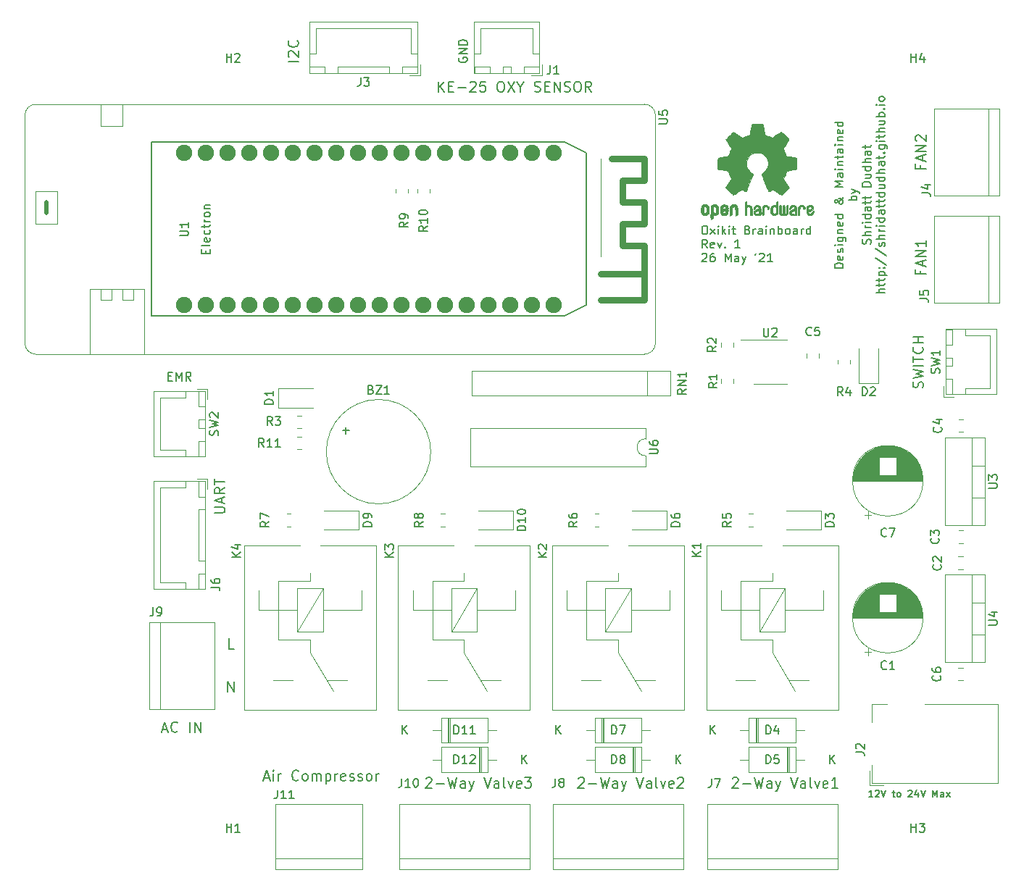
<source format=gbr>
%TF.GenerationSoftware,KiCad,Pcbnew,(5.99.0-10406-ge27733587d)*%
%TF.CreationDate,2021-05-26T11:48:17+05:30*%
%TF.ProjectId,OxiKit-Brainboard_v1,4f78694b-6974-42d4-9272-61696e626f61,rev?*%
%TF.SameCoordinates,Original*%
%TF.FileFunction,Legend,Top*%
%TF.FilePolarity,Positive*%
%FSLAX46Y46*%
G04 Gerber Fmt 4.6, Leading zero omitted, Abs format (unit mm)*
G04 Created by KiCad (PCBNEW (5.99.0-10406-ge27733587d)) date 2021-05-26 11:48:17*
%MOMM*%
%LPD*%
G01*
G04 APERTURE LIST*
%ADD10C,0.150000*%
%ADD11C,0.180000*%
%ADD12C,0.010000*%
%ADD13C,0.120000*%
%ADD14C,0.800000*%
%ADD15C,0.500000*%
%ADD16C,1.900000*%
G04 APERTURE END LIST*
D10*
X52464285Y-82178571D02*
X52797619Y-82178571D01*
X52940476Y-82702380D02*
X52464285Y-82702380D01*
X52464285Y-81702380D01*
X52940476Y-81702380D01*
X53369047Y-82702380D02*
X53369047Y-81702380D01*
X53702380Y-82416666D01*
X54035714Y-81702380D01*
X54035714Y-82702380D01*
X55083333Y-82702380D02*
X54750000Y-82226190D01*
X54511904Y-82702380D02*
X54511904Y-81702380D01*
X54892857Y-81702380D01*
X54988095Y-81750000D01*
X55035714Y-81797619D01*
X55083333Y-81892857D01*
X55083333Y-82035714D01*
X55035714Y-82130952D01*
X54988095Y-82178571D01*
X54892857Y-82226190D01*
X54511904Y-82226190D01*
X134752380Y-131361904D02*
X134295238Y-131361904D01*
X134523809Y-131361904D02*
X134523809Y-130561904D01*
X134447619Y-130676190D01*
X134371428Y-130752380D01*
X134295238Y-130790476D01*
X135057142Y-130638095D02*
X135095238Y-130600000D01*
X135171428Y-130561904D01*
X135361904Y-130561904D01*
X135438095Y-130600000D01*
X135476190Y-130638095D01*
X135514285Y-130714285D01*
X135514285Y-130790476D01*
X135476190Y-130904761D01*
X135019047Y-131361904D01*
X135514285Y-131361904D01*
X135742857Y-130561904D02*
X136009523Y-131361904D01*
X136276190Y-130561904D01*
X137038095Y-130828571D02*
X137342857Y-130828571D01*
X137152380Y-130561904D02*
X137152380Y-131247619D01*
X137190476Y-131323809D01*
X137266666Y-131361904D01*
X137342857Y-131361904D01*
X137723809Y-131361904D02*
X137647619Y-131323809D01*
X137609523Y-131285714D01*
X137571428Y-131209523D01*
X137571428Y-130980952D01*
X137609523Y-130904761D01*
X137647619Y-130866666D01*
X137723809Y-130828571D01*
X137838095Y-130828571D01*
X137914285Y-130866666D01*
X137952380Y-130904761D01*
X137990476Y-130980952D01*
X137990476Y-131209523D01*
X137952380Y-131285714D01*
X137914285Y-131323809D01*
X137838095Y-131361904D01*
X137723809Y-131361904D01*
X138904761Y-130638095D02*
X138942857Y-130600000D01*
X139019047Y-130561904D01*
X139209523Y-130561904D01*
X139285714Y-130600000D01*
X139323809Y-130638095D01*
X139361904Y-130714285D01*
X139361904Y-130790476D01*
X139323809Y-130904761D01*
X138866666Y-131361904D01*
X139361904Y-131361904D01*
X140047619Y-130828571D02*
X140047619Y-131361904D01*
X139857142Y-130523809D02*
X139666666Y-131095238D01*
X140161904Y-131095238D01*
X140352380Y-130561904D02*
X140619047Y-131361904D01*
X140885714Y-130561904D01*
X141761904Y-131361904D02*
X141761904Y-130561904D01*
X142028571Y-131133333D01*
X142295238Y-130561904D01*
X142295238Y-131361904D01*
X143019047Y-131361904D02*
X143019047Y-130942857D01*
X142980952Y-130866666D01*
X142904761Y-130828571D01*
X142752380Y-130828571D01*
X142676190Y-130866666D01*
X143019047Y-131323809D02*
X142942857Y-131361904D01*
X142752380Y-131361904D01*
X142676190Y-131323809D01*
X142638095Y-131247619D01*
X142638095Y-131171428D01*
X142676190Y-131095238D01*
X142752380Y-131057142D01*
X142942857Y-131057142D01*
X143019047Y-131019047D01*
X143323809Y-131361904D02*
X143742857Y-130828571D01*
X143323809Y-130828571D02*
X143742857Y-131361904D01*
X131287380Y-69523809D02*
X130287380Y-69523809D01*
X130287380Y-69285714D01*
X130335000Y-69142857D01*
X130430238Y-69047619D01*
X130525476Y-69000000D01*
X130715952Y-68952380D01*
X130858809Y-68952380D01*
X131049285Y-69000000D01*
X131144523Y-69047619D01*
X131239761Y-69142857D01*
X131287380Y-69285714D01*
X131287380Y-69523809D01*
X131239761Y-68142857D02*
X131287380Y-68238095D01*
X131287380Y-68428571D01*
X131239761Y-68523809D01*
X131144523Y-68571428D01*
X130763571Y-68571428D01*
X130668333Y-68523809D01*
X130620714Y-68428571D01*
X130620714Y-68238095D01*
X130668333Y-68142857D01*
X130763571Y-68095238D01*
X130858809Y-68095238D01*
X130954047Y-68571428D01*
X131239761Y-67714285D02*
X131287380Y-67619047D01*
X131287380Y-67428571D01*
X131239761Y-67333333D01*
X131144523Y-67285714D01*
X131096904Y-67285714D01*
X131001666Y-67333333D01*
X130954047Y-67428571D01*
X130954047Y-67571428D01*
X130906428Y-67666666D01*
X130811190Y-67714285D01*
X130763571Y-67714285D01*
X130668333Y-67666666D01*
X130620714Y-67571428D01*
X130620714Y-67428571D01*
X130668333Y-67333333D01*
X131287380Y-66857142D02*
X130620714Y-66857142D01*
X130287380Y-66857142D02*
X130335000Y-66904761D01*
X130382619Y-66857142D01*
X130335000Y-66809523D01*
X130287380Y-66857142D01*
X130382619Y-66857142D01*
X130620714Y-65952380D02*
X131430238Y-65952380D01*
X131525476Y-66000000D01*
X131573095Y-66047619D01*
X131620714Y-66142857D01*
X131620714Y-66285714D01*
X131573095Y-66380952D01*
X131239761Y-65952380D02*
X131287380Y-66047619D01*
X131287380Y-66238095D01*
X131239761Y-66333333D01*
X131192142Y-66380952D01*
X131096904Y-66428571D01*
X130811190Y-66428571D01*
X130715952Y-66380952D01*
X130668333Y-66333333D01*
X130620714Y-66238095D01*
X130620714Y-66047619D01*
X130668333Y-65952380D01*
X130620714Y-65476190D02*
X131287380Y-65476190D01*
X130715952Y-65476190D02*
X130668333Y-65428571D01*
X130620714Y-65333333D01*
X130620714Y-65190476D01*
X130668333Y-65095238D01*
X130763571Y-65047619D01*
X131287380Y-65047619D01*
X131239761Y-64190476D02*
X131287380Y-64285714D01*
X131287380Y-64476190D01*
X131239761Y-64571428D01*
X131144523Y-64619047D01*
X130763571Y-64619047D01*
X130668333Y-64571428D01*
X130620714Y-64476190D01*
X130620714Y-64285714D01*
X130668333Y-64190476D01*
X130763571Y-64142857D01*
X130858809Y-64142857D01*
X130954047Y-64619047D01*
X131287380Y-63285714D02*
X130287380Y-63285714D01*
X131239761Y-63285714D02*
X131287380Y-63380952D01*
X131287380Y-63571428D01*
X131239761Y-63666666D01*
X131192142Y-63714285D01*
X131096904Y-63761904D01*
X130811190Y-63761904D01*
X130715952Y-63714285D01*
X130668333Y-63666666D01*
X130620714Y-63571428D01*
X130620714Y-63380952D01*
X130668333Y-63285714D01*
X131287380Y-61238095D02*
X131287380Y-61285714D01*
X131239761Y-61380952D01*
X131096904Y-61523809D01*
X130811190Y-61761904D01*
X130668333Y-61857142D01*
X130525476Y-61904761D01*
X130430238Y-61904761D01*
X130335000Y-61857142D01*
X130287380Y-61761904D01*
X130287380Y-61714285D01*
X130335000Y-61619047D01*
X130430238Y-61571428D01*
X130477857Y-61571428D01*
X130573095Y-61619047D01*
X130620714Y-61666666D01*
X130811190Y-61952380D01*
X130858809Y-62000000D01*
X130954047Y-62047619D01*
X131096904Y-62047619D01*
X131192142Y-62000000D01*
X131239761Y-61952380D01*
X131287380Y-61857142D01*
X131287380Y-61714285D01*
X131239761Y-61619047D01*
X131192142Y-61571428D01*
X131001666Y-61428571D01*
X130858809Y-61380952D01*
X130763571Y-61380952D01*
X131287380Y-60047619D02*
X130287380Y-60047619D01*
X131001666Y-59714285D01*
X130287380Y-59380952D01*
X131287380Y-59380952D01*
X131287380Y-58476190D02*
X130763571Y-58476190D01*
X130668333Y-58523809D01*
X130620714Y-58619047D01*
X130620714Y-58809523D01*
X130668333Y-58904761D01*
X131239761Y-58476190D02*
X131287380Y-58571428D01*
X131287380Y-58809523D01*
X131239761Y-58904761D01*
X131144523Y-58952380D01*
X131049285Y-58952380D01*
X130954047Y-58904761D01*
X130906428Y-58809523D01*
X130906428Y-58571428D01*
X130858809Y-58476190D01*
X131287380Y-58000000D02*
X130620714Y-58000000D01*
X130287380Y-58000000D02*
X130335000Y-58047619D01*
X130382619Y-58000000D01*
X130335000Y-57952380D01*
X130287380Y-58000000D01*
X130382619Y-58000000D01*
X130620714Y-57523809D02*
X131287380Y-57523809D01*
X130715952Y-57523809D02*
X130668333Y-57476190D01*
X130620714Y-57380952D01*
X130620714Y-57238095D01*
X130668333Y-57142857D01*
X130763571Y-57095238D01*
X131287380Y-57095238D01*
X130620714Y-56761904D02*
X130620714Y-56380952D01*
X130287380Y-56619047D02*
X131144523Y-56619047D01*
X131239761Y-56571428D01*
X131287380Y-56476190D01*
X131287380Y-56380952D01*
X131287380Y-55619047D02*
X130763571Y-55619047D01*
X130668333Y-55666666D01*
X130620714Y-55761904D01*
X130620714Y-55952380D01*
X130668333Y-56047619D01*
X131239761Y-55619047D02*
X131287380Y-55714285D01*
X131287380Y-55952380D01*
X131239761Y-56047619D01*
X131144523Y-56095238D01*
X131049285Y-56095238D01*
X130954047Y-56047619D01*
X130906428Y-55952380D01*
X130906428Y-55714285D01*
X130858809Y-55619047D01*
X131287380Y-55142857D02*
X130620714Y-55142857D01*
X130287380Y-55142857D02*
X130335000Y-55190476D01*
X130382619Y-55142857D01*
X130335000Y-55095238D01*
X130287380Y-55142857D01*
X130382619Y-55142857D01*
X130620714Y-54666666D02*
X131287380Y-54666666D01*
X130715952Y-54666666D02*
X130668333Y-54619047D01*
X130620714Y-54523809D01*
X130620714Y-54380952D01*
X130668333Y-54285714D01*
X130763571Y-54238095D01*
X131287380Y-54238095D01*
X131239761Y-53380952D02*
X131287380Y-53476190D01*
X131287380Y-53666666D01*
X131239761Y-53761904D01*
X131144523Y-53809523D01*
X130763571Y-53809523D01*
X130668333Y-53761904D01*
X130620714Y-53666666D01*
X130620714Y-53476190D01*
X130668333Y-53380952D01*
X130763571Y-53333333D01*
X130858809Y-53333333D01*
X130954047Y-53809523D01*
X131287380Y-52476190D02*
X130287380Y-52476190D01*
X131239761Y-52476190D02*
X131287380Y-52571428D01*
X131287380Y-52761904D01*
X131239761Y-52857142D01*
X131192142Y-52904761D01*
X131096904Y-52952380D01*
X130811190Y-52952380D01*
X130715952Y-52904761D01*
X130668333Y-52857142D01*
X130620714Y-52761904D01*
X130620714Y-52571428D01*
X130668333Y-52476190D01*
X132897380Y-61595238D02*
X131897380Y-61595238D01*
X132278333Y-61595238D02*
X132230714Y-61500000D01*
X132230714Y-61309523D01*
X132278333Y-61214285D01*
X132325952Y-61166666D01*
X132421190Y-61119047D01*
X132706904Y-61119047D01*
X132802142Y-61166666D01*
X132849761Y-61214285D01*
X132897380Y-61309523D01*
X132897380Y-61500000D01*
X132849761Y-61595238D01*
X132230714Y-60785714D02*
X132897380Y-60547619D01*
X132230714Y-60309523D02*
X132897380Y-60547619D01*
X133135476Y-60642857D01*
X133183095Y-60690476D01*
X133230714Y-60785714D01*
X134459761Y-66738095D02*
X134507380Y-66595238D01*
X134507380Y-66357142D01*
X134459761Y-66261904D01*
X134412142Y-66214285D01*
X134316904Y-66166666D01*
X134221666Y-66166666D01*
X134126428Y-66214285D01*
X134078809Y-66261904D01*
X134031190Y-66357142D01*
X133983571Y-66547619D01*
X133935952Y-66642857D01*
X133888333Y-66690476D01*
X133793095Y-66738095D01*
X133697857Y-66738095D01*
X133602619Y-66690476D01*
X133555000Y-66642857D01*
X133507380Y-66547619D01*
X133507380Y-66309523D01*
X133555000Y-66166666D01*
X134507380Y-65738095D02*
X133507380Y-65738095D01*
X134507380Y-65309523D02*
X133983571Y-65309523D01*
X133888333Y-65357142D01*
X133840714Y-65452380D01*
X133840714Y-65595238D01*
X133888333Y-65690476D01*
X133935952Y-65738095D01*
X134507380Y-64833333D02*
X133840714Y-64833333D01*
X134031190Y-64833333D02*
X133935952Y-64785714D01*
X133888333Y-64738095D01*
X133840714Y-64642857D01*
X133840714Y-64547619D01*
X134507380Y-64214285D02*
X133840714Y-64214285D01*
X133507380Y-64214285D02*
X133555000Y-64261904D01*
X133602619Y-64214285D01*
X133555000Y-64166666D01*
X133507380Y-64214285D01*
X133602619Y-64214285D01*
X134507380Y-63309523D02*
X133507380Y-63309523D01*
X134459761Y-63309523D02*
X134507380Y-63404761D01*
X134507380Y-63595238D01*
X134459761Y-63690476D01*
X134412142Y-63738095D01*
X134316904Y-63785714D01*
X134031190Y-63785714D01*
X133935952Y-63738095D01*
X133888333Y-63690476D01*
X133840714Y-63595238D01*
X133840714Y-63404761D01*
X133888333Y-63309523D01*
X134507380Y-62404761D02*
X133983571Y-62404761D01*
X133888333Y-62452380D01*
X133840714Y-62547619D01*
X133840714Y-62738095D01*
X133888333Y-62833333D01*
X134459761Y-62404761D02*
X134507380Y-62500000D01*
X134507380Y-62738095D01*
X134459761Y-62833333D01*
X134364523Y-62880952D01*
X134269285Y-62880952D01*
X134174047Y-62833333D01*
X134126428Y-62738095D01*
X134126428Y-62500000D01*
X134078809Y-62404761D01*
X133840714Y-62071428D02*
X133840714Y-61690476D01*
X133507380Y-61928571D02*
X134364523Y-61928571D01*
X134459761Y-61880952D01*
X134507380Y-61785714D01*
X134507380Y-61690476D01*
X133840714Y-61500000D02*
X133840714Y-61119047D01*
X133507380Y-61357142D02*
X134364523Y-61357142D01*
X134459761Y-61309523D01*
X134507380Y-61214285D01*
X134507380Y-61119047D01*
X134507380Y-60023809D02*
X133507380Y-60023809D01*
X133507380Y-59785714D01*
X133555000Y-59642857D01*
X133650238Y-59547619D01*
X133745476Y-59500000D01*
X133935952Y-59452380D01*
X134078809Y-59452380D01*
X134269285Y-59500000D01*
X134364523Y-59547619D01*
X134459761Y-59642857D01*
X134507380Y-59785714D01*
X134507380Y-60023809D01*
X133840714Y-58595238D02*
X134507380Y-58595238D01*
X133840714Y-59023809D02*
X134364523Y-59023809D01*
X134459761Y-58976190D01*
X134507380Y-58880952D01*
X134507380Y-58738095D01*
X134459761Y-58642857D01*
X134412142Y-58595238D01*
X134507380Y-57690476D02*
X133507380Y-57690476D01*
X134459761Y-57690476D02*
X134507380Y-57785714D01*
X134507380Y-57976190D01*
X134459761Y-58071428D01*
X134412142Y-58119047D01*
X134316904Y-58166666D01*
X134031190Y-58166666D01*
X133935952Y-58119047D01*
X133888333Y-58071428D01*
X133840714Y-57976190D01*
X133840714Y-57785714D01*
X133888333Y-57690476D01*
X134507380Y-57214285D02*
X133507380Y-57214285D01*
X134507380Y-56785714D02*
X133983571Y-56785714D01*
X133888333Y-56833333D01*
X133840714Y-56928571D01*
X133840714Y-57071428D01*
X133888333Y-57166666D01*
X133935952Y-57214285D01*
X134507380Y-55880952D02*
X133983571Y-55880952D01*
X133888333Y-55928571D01*
X133840714Y-56023809D01*
X133840714Y-56214285D01*
X133888333Y-56309523D01*
X134459761Y-55880952D02*
X134507380Y-55976190D01*
X134507380Y-56214285D01*
X134459761Y-56309523D01*
X134364523Y-56357142D01*
X134269285Y-56357142D01*
X134174047Y-56309523D01*
X134126428Y-56214285D01*
X134126428Y-55976190D01*
X134078809Y-55880952D01*
X133840714Y-55547619D02*
X133840714Y-55166666D01*
X133507380Y-55404761D02*
X134364523Y-55404761D01*
X134459761Y-55357142D01*
X134507380Y-55261904D01*
X134507380Y-55166666D01*
X136117380Y-72452380D02*
X135117380Y-72452380D01*
X136117380Y-72023809D02*
X135593571Y-72023809D01*
X135498333Y-72071428D01*
X135450714Y-72166666D01*
X135450714Y-72309523D01*
X135498333Y-72404761D01*
X135545952Y-72452380D01*
X135450714Y-71690476D02*
X135450714Y-71309523D01*
X135117380Y-71547619D02*
X135974523Y-71547619D01*
X136069761Y-71500000D01*
X136117380Y-71404761D01*
X136117380Y-71309523D01*
X135450714Y-71119047D02*
X135450714Y-70738095D01*
X135117380Y-70976190D02*
X135974523Y-70976190D01*
X136069761Y-70928571D01*
X136117380Y-70833333D01*
X136117380Y-70738095D01*
X135450714Y-70404761D02*
X136450714Y-70404761D01*
X135498333Y-70404761D02*
X135450714Y-70309523D01*
X135450714Y-70119047D01*
X135498333Y-70023809D01*
X135545952Y-69976190D01*
X135641190Y-69928571D01*
X135926904Y-69928571D01*
X136022142Y-69976190D01*
X136069761Y-70023809D01*
X136117380Y-70119047D01*
X136117380Y-70309523D01*
X136069761Y-70404761D01*
X136022142Y-69500000D02*
X136069761Y-69452380D01*
X136117380Y-69500000D01*
X136069761Y-69547619D01*
X136022142Y-69500000D01*
X136117380Y-69500000D01*
X135498333Y-69500000D02*
X135545952Y-69452380D01*
X135593571Y-69500000D01*
X135545952Y-69547619D01*
X135498333Y-69500000D01*
X135593571Y-69500000D01*
X135069761Y-68309523D02*
X136355476Y-69166666D01*
X135069761Y-67261904D02*
X136355476Y-68119047D01*
X136069761Y-66976190D02*
X136117380Y-66880952D01*
X136117380Y-66690476D01*
X136069761Y-66595238D01*
X135974523Y-66547619D01*
X135926904Y-66547619D01*
X135831666Y-66595238D01*
X135784047Y-66690476D01*
X135784047Y-66833333D01*
X135736428Y-66928571D01*
X135641190Y-66976190D01*
X135593571Y-66976190D01*
X135498333Y-66928571D01*
X135450714Y-66833333D01*
X135450714Y-66690476D01*
X135498333Y-66595238D01*
X136117380Y-66119047D02*
X135117380Y-66119047D01*
X136117380Y-65690476D02*
X135593571Y-65690476D01*
X135498333Y-65738095D01*
X135450714Y-65833333D01*
X135450714Y-65976190D01*
X135498333Y-66071428D01*
X135545952Y-66119047D01*
X136117380Y-65214285D02*
X135450714Y-65214285D01*
X135641190Y-65214285D02*
X135545952Y-65166666D01*
X135498333Y-65119047D01*
X135450714Y-65023809D01*
X135450714Y-64928571D01*
X136117380Y-64595238D02*
X135450714Y-64595238D01*
X135117380Y-64595238D02*
X135165000Y-64642857D01*
X135212619Y-64595238D01*
X135165000Y-64547619D01*
X135117380Y-64595238D01*
X135212619Y-64595238D01*
X136117380Y-63690476D02*
X135117380Y-63690476D01*
X136069761Y-63690476D02*
X136117380Y-63785714D01*
X136117380Y-63976190D01*
X136069761Y-64071428D01*
X136022142Y-64119047D01*
X135926904Y-64166666D01*
X135641190Y-64166666D01*
X135545952Y-64119047D01*
X135498333Y-64071428D01*
X135450714Y-63976190D01*
X135450714Y-63785714D01*
X135498333Y-63690476D01*
X136117380Y-62785714D02*
X135593571Y-62785714D01*
X135498333Y-62833333D01*
X135450714Y-62928571D01*
X135450714Y-63119047D01*
X135498333Y-63214285D01*
X136069761Y-62785714D02*
X136117380Y-62880952D01*
X136117380Y-63119047D01*
X136069761Y-63214285D01*
X135974523Y-63261904D01*
X135879285Y-63261904D01*
X135784047Y-63214285D01*
X135736428Y-63119047D01*
X135736428Y-62880952D01*
X135688809Y-62785714D01*
X135450714Y-62452380D02*
X135450714Y-62071428D01*
X135117380Y-62309523D02*
X135974523Y-62309523D01*
X136069761Y-62261904D01*
X136117380Y-62166666D01*
X136117380Y-62071428D01*
X135450714Y-61880952D02*
X135450714Y-61500000D01*
X135117380Y-61738095D02*
X135974523Y-61738095D01*
X136069761Y-61690476D01*
X136117380Y-61595238D01*
X136117380Y-61500000D01*
X136117380Y-60738095D02*
X135117380Y-60738095D01*
X136069761Y-60738095D02*
X136117380Y-60833333D01*
X136117380Y-61023809D01*
X136069761Y-61119047D01*
X136022142Y-61166666D01*
X135926904Y-61214285D01*
X135641190Y-61214285D01*
X135545952Y-61166666D01*
X135498333Y-61119047D01*
X135450714Y-61023809D01*
X135450714Y-60833333D01*
X135498333Y-60738095D01*
X135450714Y-59833333D02*
X136117380Y-59833333D01*
X135450714Y-60261904D02*
X135974523Y-60261904D01*
X136069761Y-60214285D01*
X136117380Y-60119047D01*
X136117380Y-59976190D01*
X136069761Y-59880952D01*
X136022142Y-59833333D01*
X136117380Y-58928571D02*
X135117380Y-58928571D01*
X136069761Y-58928571D02*
X136117380Y-59023809D01*
X136117380Y-59214285D01*
X136069761Y-59309523D01*
X136022142Y-59357142D01*
X135926904Y-59404761D01*
X135641190Y-59404761D01*
X135545952Y-59357142D01*
X135498333Y-59309523D01*
X135450714Y-59214285D01*
X135450714Y-59023809D01*
X135498333Y-58928571D01*
X136117380Y-58452380D02*
X135117380Y-58452380D01*
X136117380Y-58023809D02*
X135593571Y-58023809D01*
X135498333Y-58071428D01*
X135450714Y-58166666D01*
X135450714Y-58309523D01*
X135498333Y-58404761D01*
X135545952Y-58452380D01*
X136117380Y-57119047D02*
X135593571Y-57119047D01*
X135498333Y-57166666D01*
X135450714Y-57261904D01*
X135450714Y-57452380D01*
X135498333Y-57547619D01*
X136069761Y-57119047D02*
X136117380Y-57214285D01*
X136117380Y-57452380D01*
X136069761Y-57547619D01*
X135974523Y-57595238D01*
X135879285Y-57595238D01*
X135784047Y-57547619D01*
X135736428Y-57452380D01*
X135736428Y-57214285D01*
X135688809Y-57119047D01*
X135450714Y-56785714D02*
X135450714Y-56404761D01*
X135117380Y-56642857D02*
X135974523Y-56642857D01*
X136069761Y-56595238D01*
X136117380Y-56500000D01*
X136117380Y-56404761D01*
X136022142Y-56071428D02*
X136069761Y-56023809D01*
X136117380Y-56071428D01*
X136069761Y-56119047D01*
X136022142Y-56071428D01*
X136117380Y-56071428D01*
X135450714Y-55166666D02*
X136260238Y-55166666D01*
X136355476Y-55214285D01*
X136403095Y-55261904D01*
X136450714Y-55357142D01*
X136450714Y-55500000D01*
X136403095Y-55595238D01*
X136069761Y-55166666D02*
X136117380Y-55261904D01*
X136117380Y-55452380D01*
X136069761Y-55547619D01*
X136022142Y-55595238D01*
X135926904Y-55642857D01*
X135641190Y-55642857D01*
X135545952Y-55595238D01*
X135498333Y-55547619D01*
X135450714Y-55452380D01*
X135450714Y-55261904D01*
X135498333Y-55166666D01*
X136117380Y-54690476D02*
X135450714Y-54690476D01*
X135117380Y-54690476D02*
X135165000Y-54738095D01*
X135212619Y-54690476D01*
X135165000Y-54642857D01*
X135117380Y-54690476D01*
X135212619Y-54690476D01*
X135450714Y-54357142D02*
X135450714Y-53976190D01*
X135117380Y-54214285D02*
X135974523Y-54214285D01*
X136069761Y-54166666D01*
X136117380Y-54071428D01*
X136117380Y-53976190D01*
X136117380Y-53642857D02*
X135117380Y-53642857D01*
X136117380Y-53214285D02*
X135593571Y-53214285D01*
X135498333Y-53261904D01*
X135450714Y-53357142D01*
X135450714Y-53500000D01*
X135498333Y-53595238D01*
X135545952Y-53642857D01*
X135450714Y-52309523D02*
X136117380Y-52309523D01*
X135450714Y-52738095D02*
X135974523Y-52738095D01*
X136069761Y-52690476D01*
X136117380Y-52595238D01*
X136117380Y-52452380D01*
X136069761Y-52357142D01*
X136022142Y-52309523D01*
X136117380Y-51833333D02*
X135117380Y-51833333D01*
X135498333Y-51833333D02*
X135450714Y-51738095D01*
X135450714Y-51547619D01*
X135498333Y-51452380D01*
X135545952Y-51404761D01*
X135641190Y-51357142D01*
X135926904Y-51357142D01*
X136022142Y-51404761D01*
X136069761Y-51452380D01*
X136117380Y-51547619D01*
X136117380Y-51738095D01*
X136069761Y-51833333D01*
X136022142Y-50928571D02*
X136069761Y-50880952D01*
X136117380Y-50928571D01*
X136069761Y-50976190D01*
X136022142Y-50928571D01*
X136117380Y-50928571D01*
X136117380Y-50452380D02*
X135450714Y-50452380D01*
X135117380Y-50452380D02*
X135165000Y-50500000D01*
X135212619Y-50452380D01*
X135165000Y-50404761D01*
X135117380Y-50452380D01*
X135212619Y-50452380D01*
X136117380Y-49833333D02*
X136069761Y-49928571D01*
X136022142Y-49976190D01*
X135926904Y-50023809D01*
X135641190Y-50023809D01*
X135545952Y-49976190D01*
X135498333Y-49928571D01*
X135450714Y-49833333D01*
X135450714Y-49690476D01*
X135498333Y-49595238D01*
X135545952Y-49547619D01*
X135641190Y-49500000D01*
X135926904Y-49500000D01*
X136022142Y-49547619D01*
X136069761Y-49595238D01*
X136117380Y-49690476D01*
X136117380Y-49833333D01*
X115026071Y-64592380D02*
X115216547Y-64592380D01*
X115311785Y-64640000D01*
X115407023Y-64735238D01*
X115454642Y-64925714D01*
X115454642Y-65259047D01*
X115407023Y-65449523D01*
X115311785Y-65544761D01*
X115216547Y-65592380D01*
X115026071Y-65592380D01*
X114930833Y-65544761D01*
X114835595Y-65449523D01*
X114787976Y-65259047D01*
X114787976Y-64925714D01*
X114835595Y-64735238D01*
X114930833Y-64640000D01*
X115026071Y-64592380D01*
X115787976Y-65592380D02*
X116311785Y-64925714D01*
X115787976Y-64925714D02*
X116311785Y-65592380D01*
X116692738Y-65592380D02*
X116692738Y-64925714D01*
X116692738Y-64592380D02*
X116645119Y-64640000D01*
X116692738Y-64687619D01*
X116740357Y-64640000D01*
X116692738Y-64592380D01*
X116692738Y-64687619D01*
X117168928Y-65592380D02*
X117168928Y-64592380D01*
X117264166Y-65211428D02*
X117549880Y-65592380D01*
X117549880Y-64925714D02*
X117168928Y-65306666D01*
X117978452Y-65592380D02*
X117978452Y-64925714D01*
X117978452Y-64592380D02*
X117930833Y-64640000D01*
X117978452Y-64687619D01*
X118026071Y-64640000D01*
X117978452Y-64592380D01*
X117978452Y-64687619D01*
X118311785Y-64925714D02*
X118692738Y-64925714D01*
X118454642Y-64592380D02*
X118454642Y-65449523D01*
X118502261Y-65544761D01*
X118597500Y-65592380D01*
X118692738Y-65592380D01*
X120121309Y-65068571D02*
X120264166Y-65116190D01*
X120311785Y-65163809D01*
X120359404Y-65259047D01*
X120359404Y-65401904D01*
X120311785Y-65497142D01*
X120264166Y-65544761D01*
X120168928Y-65592380D01*
X119787976Y-65592380D01*
X119787976Y-64592380D01*
X120121309Y-64592380D01*
X120216547Y-64640000D01*
X120264166Y-64687619D01*
X120311785Y-64782857D01*
X120311785Y-64878095D01*
X120264166Y-64973333D01*
X120216547Y-65020952D01*
X120121309Y-65068571D01*
X119787976Y-65068571D01*
X120787976Y-65592380D02*
X120787976Y-64925714D01*
X120787976Y-65116190D02*
X120835595Y-65020952D01*
X120883214Y-64973333D01*
X120978452Y-64925714D01*
X121073690Y-64925714D01*
X121835595Y-65592380D02*
X121835595Y-65068571D01*
X121787976Y-64973333D01*
X121692738Y-64925714D01*
X121502261Y-64925714D01*
X121407023Y-64973333D01*
X121835595Y-65544761D02*
X121740357Y-65592380D01*
X121502261Y-65592380D01*
X121407023Y-65544761D01*
X121359404Y-65449523D01*
X121359404Y-65354285D01*
X121407023Y-65259047D01*
X121502261Y-65211428D01*
X121740357Y-65211428D01*
X121835595Y-65163809D01*
X122311785Y-65592380D02*
X122311785Y-64925714D01*
X122311785Y-64592380D02*
X122264166Y-64640000D01*
X122311785Y-64687619D01*
X122359404Y-64640000D01*
X122311785Y-64592380D01*
X122311785Y-64687619D01*
X122787976Y-64925714D02*
X122787976Y-65592380D01*
X122787976Y-65020952D02*
X122835595Y-64973333D01*
X122930833Y-64925714D01*
X123073690Y-64925714D01*
X123168928Y-64973333D01*
X123216547Y-65068571D01*
X123216547Y-65592380D01*
X123692738Y-65592380D02*
X123692738Y-64592380D01*
X123692738Y-64973333D02*
X123787976Y-64925714D01*
X123978452Y-64925714D01*
X124073690Y-64973333D01*
X124121309Y-65020952D01*
X124168928Y-65116190D01*
X124168928Y-65401904D01*
X124121309Y-65497142D01*
X124073690Y-65544761D01*
X123978452Y-65592380D01*
X123787976Y-65592380D01*
X123692738Y-65544761D01*
X124740357Y-65592380D02*
X124645119Y-65544761D01*
X124597500Y-65497142D01*
X124549880Y-65401904D01*
X124549880Y-65116190D01*
X124597500Y-65020952D01*
X124645119Y-64973333D01*
X124740357Y-64925714D01*
X124883214Y-64925714D01*
X124978452Y-64973333D01*
X125026071Y-65020952D01*
X125073690Y-65116190D01*
X125073690Y-65401904D01*
X125026071Y-65497142D01*
X124978452Y-65544761D01*
X124883214Y-65592380D01*
X124740357Y-65592380D01*
X125930833Y-65592380D02*
X125930833Y-65068571D01*
X125883214Y-64973333D01*
X125787976Y-64925714D01*
X125597500Y-64925714D01*
X125502261Y-64973333D01*
X125930833Y-65544761D02*
X125835595Y-65592380D01*
X125597500Y-65592380D01*
X125502261Y-65544761D01*
X125454642Y-65449523D01*
X125454642Y-65354285D01*
X125502261Y-65259047D01*
X125597500Y-65211428D01*
X125835595Y-65211428D01*
X125930833Y-65163809D01*
X126407023Y-65592380D02*
X126407023Y-64925714D01*
X126407023Y-65116190D02*
X126454642Y-65020952D01*
X126502261Y-64973333D01*
X126597500Y-64925714D01*
X126692738Y-64925714D01*
X127454642Y-65592380D02*
X127454642Y-64592380D01*
X127454642Y-65544761D02*
X127359404Y-65592380D01*
X127168928Y-65592380D01*
X127073690Y-65544761D01*
X127026071Y-65497142D01*
X126978452Y-65401904D01*
X126978452Y-65116190D01*
X127026071Y-65020952D01*
X127073690Y-64973333D01*
X127168928Y-64925714D01*
X127359404Y-64925714D01*
X127454642Y-64973333D01*
X115407023Y-67202380D02*
X115073690Y-66726190D01*
X114835595Y-67202380D02*
X114835595Y-66202380D01*
X115216547Y-66202380D01*
X115311785Y-66250000D01*
X115359404Y-66297619D01*
X115407023Y-66392857D01*
X115407023Y-66535714D01*
X115359404Y-66630952D01*
X115311785Y-66678571D01*
X115216547Y-66726190D01*
X114835595Y-66726190D01*
X116216547Y-67154761D02*
X116121309Y-67202380D01*
X115930833Y-67202380D01*
X115835595Y-67154761D01*
X115787976Y-67059523D01*
X115787976Y-66678571D01*
X115835595Y-66583333D01*
X115930833Y-66535714D01*
X116121309Y-66535714D01*
X116216547Y-66583333D01*
X116264166Y-66678571D01*
X116264166Y-66773809D01*
X115787976Y-66869047D01*
X116597500Y-66535714D02*
X116835595Y-67202380D01*
X117073690Y-66535714D01*
X117454642Y-67107142D02*
X117502261Y-67154761D01*
X117454642Y-67202380D01*
X117407023Y-67154761D01*
X117454642Y-67107142D01*
X117454642Y-67202380D01*
X119216547Y-67202380D02*
X118645119Y-67202380D01*
X118930833Y-67202380D02*
X118930833Y-66202380D01*
X118835595Y-66345238D01*
X118740357Y-66440476D01*
X118645119Y-66488095D01*
X114787976Y-67907619D02*
X114835595Y-67860000D01*
X114930833Y-67812380D01*
X115168928Y-67812380D01*
X115264166Y-67860000D01*
X115311785Y-67907619D01*
X115359404Y-68002857D01*
X115359404Y-68098095D01*
X115311785Y-68240952D01*
X114740357Y-68812380D01*
X115359404Y-68812380D01*
X116216547Y-67812380D02*
X116026071Y-67812380D01*
X115930833Y-67860000D01*
X115883214Y-67907619D01*
X115787976Y-68050476D01*
X115740357Y-68240952D01*
X115740357Y-68621904D01*
X115787976Y-68717142D01*
X115835595Y-68764761D01*
X115930833Y-68812380D01*
X116121309Y-68812380D01*
X116216547Y-68764761D01*
X116264166Y-68717142D01*
X116311785Y-68621904D01*
X116311785Y-68383809D01*
X116264166Y-68288571D01*
X116216547Y-68240952D01*
X116121309Y-68193333D01*
X115930833Y-68193333D01*
X115835595Y-68240952D01*
X115787976Y-68288571D01*
X115740357Y-68383809D01*
X117502261Y-68812380D02*
X117502261Y-67812380D01*
X117835595Y-68526666D01*
X118168928Y-67812380D01*
X118168928Y-68812380D01*
X119073690Y-68812380D02*
X119073690Y-68288571D01*
X119026071Y-68193333D01*
X118930833Y-68145714D01*
X118740357Y-68145714D01*
X118645119Y-68193333D01*
X119073690Y-68764761D02*
X118978452Y-68812380D01*
X118740357Y-68812380D01*
X118645119Y-68764761D01*
X118597500Y-68669523D01*
X118597500Y-68574285D01*
X118645119Y-68479047D01*
X118740357Y-68431428D01*
X118978452Y-68431428D01*
X119073690Y-68383809D01*
X119454642Y-68145714D02*
X119692738Y-68812380D01*
X119930833Y-68145714D02*
X119692738Y-68812380D01*
X119597500Y-69050476D01*
X119549880Y-69098095D01*
X119454642Y-69145714D01*
X121121309Y-67812380D02*
X121026071Y-68002857D01*
X121502261Y-67907619D02*
X121549880Y-67860000D01*
X121645119Y-67812380D01*
X121883214Y-67812380D01*
X121978452Y-67860000D01*
X122026071Y-67907619D01*
X122073690Y-68002857D01*
X122073690Y-68098095D01*
X122026071Y-68240952D01*
X121454642Y-68812380D01*
X122073690Y-68812380D01*
X123026071Y-68812380D02*
X122454642Y-68812380D01*
X122740357Y-68812380D02*
X122740357Y-67812380D01*
X122645119Y-67955238D01*
X122549880Y-68050476D01*
X122454642Y-68098095D01*
D11*
X60121428Y-114042857D02*
X59550000Y-114042857D01*
X59550000Y-112842857D01*
X100357142Y-129207142D02*
X100414285Y-129150000D01*
X100528571Y-129092857D01*
X100814285Y-129092857D01*
X100928571Y-129150000D01*
X100985714Y-129207142D01*
X101042857Y-129321428D01*
X101042857Y-129435714D01*
X100985714Y-129607142D01*
X100300000Y-130292857D01*
X101042857Y-130292857D01*
X101557142Y-129835714D02*
X102471428Y-129835714D01*
X102928571Y-129092857D02*
X103214285Y-130292857D01*
X103442857Y-129435714D01*
X103671428Y-130292857D01*
X103957142Y-129092857D01*
X104928571Y-130292857D02*
X104928571Y-129664285D01*
X104871428Y-129550000D01*
X104757142Y-129492857D01*
X104528571Y-129492857D01*
X104414285Y-129550000D01*
X104928571Y-130235714D02*
X104814285Y-130292857D01*
X104528571Y-130292857D01*
X104414285Y-130235714D01*
X104357142Y-130121428D01*
X104357142Y-130007142D01*
X104414285Y-129892857D01*
X104528571Y-129835714D01*
X104814285Y-129835714D01*
X104928571Y-129778571D01*
X105385714Y-129492857D02*
X105671428Y-130292857D01*
X105957142Y-129492857D02*
X105671428Y-130292857D01*
X105557142Y-130578571D01*
X105500000Y-130635714D01*
X105385714Y-130692857D01*
X107157142Y-129092857D02*
X107557142Y-130292857D01*
X107957142Y-129092857D01*
X108871428Y-130292857D02*
X108871428Y-129664285D01*
X108814285Y-129550000D01*
X108700000Y-129492857D01*
X108471428Y-129492857D01*
X108357142Y-129550000D01*
X108871428Y-130235714D02*
X108757142Y-130292857D01*
X108471428Y-130292857D01*
X108357142Y-130235714D01*
X108300000Y-130121428D01*
X108300000Y-130007142D01*
X108357142Y-129892857D01*
X108471428Y-129835714D01*
X108757142Y-129835714D01*
X108871428Y-129778571D01*
X109614285Y-130292857D02*
X109500000Y-130235714D01*
X109442857Y-130121428D01*
X109442857Y-129092857D01*
X109957142Y-129492857D02*
X110242857Y-130292857D01*
X110528571Y-129492857D01*
X111442857Y-130235714D02*
X111328571Y-130292857D01*
X111100000Y-130292857D01*
X110985714Y-130235714D01*
X110928571Y-130121428D01*
X110928571Y-129664285D01*
X110985714Y-129550000D01*
X111100000Y-129492857D01*
X111328571Y-129492857D01*
X111442857Y-129550000D01*
X111500000Y-129664285D01*
X111500000Y-129778571D01*
X110928571Y-129892857D01*
X111957142Y-129207142D02*
X112014285Y-129150000D01*
X112128571Y-129092857D01*
X112414285Y-129092857D01*
X112528571Y-129150000D01*
X112585714Y-129207142D01*
X112642857Y-129321428D01*
X112642857Y-129435714D01*
X112585714Y-129607142D01*
X111900000Y-130292857D01*
X112642857Y-130292857D01*
X63642857Y-129100000D02*
X64214285Y-129100000D01*
X63528571Y-129442857D02*
X63928571Y-128242857D01*
X64328571Y-129442857D01*
X64728571Y-129442857D02*
X64728571Y-128642857D01*
X64728571Y-128242857D02*
X64671428Y-128300000D01*
X64728571Y-128357142D01*
X64785714Y-128300000D01*
X64728571Y-128242857D01*
X64728571Y-128357142D01*
X65300000Y-129442857D02*
X65300000Y-128642857D01*
X65300000Y-128871428D02*
X65357142Y-128757142D01*
X65414285Y-128700000D01*
X65528571Y-128642857D01*
X65642857Y-128642857D01*
X67642857Y-129328571D02*
X67585714Y-129385714D01*
X67414285Y-129442857D01*
X67300000Y-129442857D01*
X67128571Y-129385714D01*
X67014285Y-129271428D01*
X66957142Y-129157142D01*
X66900000Y-128928571D01*
X66900000Y-128757142D01*
X66957142Y-128528571D01*
X67014285Y-128414285D01*
X67128571Y-128300000D01*
X67300000Y-128242857D01*
X67414285Y-128242857D01*
X67585714Y-128300000D01*
X67642857Y-128357142D01*
X68328571Y-129442857D02*
X68214285Y-129385714D01*
X68157142Y-129328571D01*
X68100000Y-129214285D01*
X68100000Y-128871428D01*
X68157142Y-128757142D01*
X68214285Y-128700000D01*
X68328571Y-128642857D01*
X68500000Y-128642857D01*
X68614285Y-128700000D01*
X68671428Y-128757142D01*
X68728571Y-128871428D01*
X68728571Y-129214285D01*
X68671428Y-129328571D01*
X68614285Y-129385714D01*
X68500000Y-129442857D01*
X68328571Y-129442857D01*
X69242857Y-129442857D02*
X69242857Y-128642857D01*
X69242857Y-128757142D02*
X69300000Y-128700000D01*
X69414285Y-128642857D01*
X69585714Y-128642857D01*
X69700000Y-128700000D01*
X69757142Y-128814285D01*
X69757142Y-129442857D01*
X69757142Y-128814285D02*
X69814285Y-128700000D01*
X69928571Y-128642857D01*
X70100000Y-128642857D01*
X70214285Y-128700000D01*
X70271428Y-128814285D01*
X70271428Y-129442857D01*
X70842857Y-128642857D02*
X70842857Y-129842857D01*
X70842857Y-128700000D02*
X70957142Y-128642857D01*
X71185714Y-128642857D01*
X71300000Y-128700000D01*
X71357142Y-128757142D01*
X71414285Y-128871428D01*
X71414285Y-129214285D01*
X71357142Y-129328571D01*
X71300000Y-129385714D01*
X71185714Y-129442857D01*
X70957142Y-129442857D01*
X70842857Y-129385714D01*
X71928571Y-129442857D02*
X71928571Y-128642857D01*
X71928571Y-128871428D02*
X71985714Y-128757142D01*
X72042857Y-128700000D01*
X72157142Y-128642857D01*
X72271428Y-128642857D01*
X73128571Y-129385714D02*
X73014285Y-129442857D01*
X72785714Y-129442857D01*
X72671428Y-129385714D01*
X72614285Y-129271428D01*
X72614285Y-128814285D01*
X72671428Y-128700000D01*
X72785714Y-128642857D01*
X73014285Y-128642857D01*
X73128571Y-128700000D01*
X73185714Y-128814285D01*
X73185714Y-128928571D01*
X72614285Y-129042857D01*
X73642857Y-129385714D02*
X73757142Y-129442857D01*
X73985714Y-129442857D01*
X74100000Y-129385714D01*
X74157142Y-129271428D01*
X74157142Y-129214285D01*
X74100000Y-129100000D01*
X73985714Y-129042857D01*
X73814285Y-129042857D01*
X73700000Y-128985714D01*
X73642857Y-128871428D01*
X73642857Y-128814285D01*
X73700000Y-128700000D01*
X73814285Y-128642857D01*
X73985714Y-128642857D01*
X74100000Y-128700000D01*
X74614285Y-129385714D02*
X74728571Y-129442857D01*
X74957142Y-129442857D01*
X75071428Y-129385714D01*
X75128571Y-129271428D01*
X75128571Y-129214285D01*
X75071428Y-129100000D01*
X74957142Y-129042857D01*
X74785714Y-129042857D01*
X74671428Y-128985714D01*
X74614285Y-128871428D01*
X74614285Y-128814285D01*
X74671428Y-128700000D01*
X74785714Y-128642857D01*
X74957142Y-128642857D01*
X75071428Y-128700000D01*
X75814285Y-129442857D02*
X75700000Y-129385714D01*
X75642857Y-129328571D01*
X75585714Y-129214285D01*
X75585714Y-128871428D01*
X75642857Y-128757142D01*
X75700000Y-128700000D01*
X75814285Y-128642857D01*
X75985714Y-128642857D01*
X76100000Y-128700000D01*
X76157142Y-128757142D01*
X76214285Y-128871428D01*
X76214285Y-129214285D01*
X76157142Y-129328571D01*
X76100000Y-129385714D01*
X75985714Y-129442857D01*
X75814285Y-129442857D01*
X76728571Y-129442857D02*
X76728571Y-128642857D01*
X76728571Y-128871428D02*
X76785714Y-128757142D01*
X76842857Y-128700000D01*
X76957142Y-128642857D01*
X77071428Y-128642857D01*
D10*
X86400000Y-44961904D02*
X86352380Y-45057142D01*
X86352380Y-45200000D01*
X86400000Y-45342857D01*
X86495238Y-45438095D01*
X86590476Y-45485714D01*
X86780952Y-45533333D01*
X86923809Y-45533333D01*
X87114285Y-45485714D01*
X87209523Y-45438095D01*
X87304761Y-45342857D01*
X87352380Y-45200000D01*
X87352380Y-45104761D01*
X87304761Y-44961904D01*
X87257142Y-44914285D01*
X86923809Y-44914285D01*
X86923809Y-45104761D01*
X87352380Y-44485714D02*
X86352380Y-44485714D01*
X87352380Y-43914285D01*
X86352380Y-43914285D01*
X87352380Y-43438095D02*
X86352380Y-43438095D01*
X86352380Y-43200000D01*
X86400000Y-43057142D01*
X86495238Y-42961904D01*
X86590476Y-42914285D01*
X86780952Y-42866666D01*
X86923809Y-42866666D01*
X87114285Y-42914285D01*
X87209523Y-42961904D01*
X87304761Y-43057142D01*
X87352380Y-43200000D01*
X87352380Y-43438095D01*
D11*
X118357142Y-129207142D02*
X118414285Y-129150000D01*
X118528571Y-129092857D01*
X118814285Y-129092857D01*
X118928571Y-129150000D01*
X118985714Y-129207142D01*
X119042857Y-129321428D01*
X119042857Y-129435714D01*
X118985714Y-129607142D01*
X118300000Y-130292857D01*
X119042857Y-130292857D01*
X119557142Y-129835714D02*
X120471428Y-129835714D01*
X120928571Y-129092857D02*
X121214285Y-130292857D01*
X121442857Y-129435714D01*
X121671428Y-130292857D01*
X121957142Y-129092857D01*
X122928571Y-130292857D02*
X122928571Y-129664285D01*
X122871428Y-129550000D01*
X122757142Y-129492857D01*
X122528571Y-129492857D01*
X122414285Y-129550000D01*
X122928571Y-130235714D02*
X122814285Y-130292857D01*
X122528571Y-130292857D01*
X122414285Y-130235714D01*
X122357142Y-130121428D01*
X122357142Y-130007142D01*
X122414285Y-129892857D01*
X122528571Y-129835714D01*
X122814285Y-129835714D01*
X122928571Y-129778571D01*
X123385714Y-129492857D02*
X123671428Y-130292857D01*
X123957142Y-129492857D02*
X123671428Y-130292857D01*
X123557142Y-130578571D01*
X123500000Y-130635714D01*
X123385714Y-130692857D01*
X125157142Y-129092857D02*
X125557142Y-130292857D01*
X125957142Y-129092857D01*
X126871428Y-130292857D02*
X126871428Y-129664285D01*
X126814285Y-129550000D01*
X126700000Y-129492857D01*
X126471428Y-129492857D01*
X126357142Y-129550000D01*
X126871428Y-130235714D02*
X126757142Y-130292857D01*
X126471428Y-130292857D01*
X126357142Y-130235714D01*
X126300000Y-130121428D01*
X126300000Y-130007142D01*
X126357142Y-129892857D01*
X126471428Y-129835714D01*
X126757142Y-129835714D01*
X126871428Y-129778571D01*
X127614285Y-130292857D02*
X127500000Y-130235714D01*
X127442857Y-130121428D01*
X127442857Y-129092857D01*
X127957142Y-129492857D02*
X128242857Y-130292857D01*
X128528571Y-129492857D01*
X129442857Y-130235714D02*
X129328571Y-130292857D01*
X129100000Y-130292857D01*
X128985714Y-130235714D01*
X128928571Y-130121428D01*
X128928571Y-129664285D01*
X128985714Y-129550000D01*
X129100000Y-129492857D01*
X129328571Y-129492857D01*
X129442857Y-129550000D01*
X129500000Y-129664285D01*
X129500000Y-129778571D01*
X128928571Y-129892857D01*
X130642857Y-130292857D02*
X129957142Y-130292857D01*
X130300000Y-130292857D02*
X130300000Y-129092857D01*
X130185714Y-129264285D01*
X130071428Y-129378571D01*
X129957142Y-129435714D01*
X140585714Y-83500000D02*
X140642857Y-83328571D01*
X140642857Y-83042857D01*
X140585714Y-82928571D01*
X140528571Y-82871428D01*
X140414285Y-82814285D01*
X140300000Y-82814285D01*
X140185714Y-82871428D01*
X140128571Y-82928571D01*
X140071428Y-83042857D01*
X140014285Y-83271428D01*
X139957142Y-83385714D01*
X139900000Y-83442857D01*
X139785714Y-83500000D01*
X139671428Y-83500000D01*
X139557142Y-83442857D01*
X139500000Y-83385714D01*
X139442857Y-83271428D01*
X139442857Y-82985714D01*
X139500000Y-82814285D01*
X139442857Y-82414285D02*
X140642857Y-82128571D01*
X139785714Y-81900000D01*
X140642857Y-81671428D01*
X139442857Y-81385714D01*
X140642857Y-80928571D02*
X139442857Y-80928571D01*
X139442857Y-80528571D02*
X139442857Y-79842857D01*
X140642857Y-80185714D02*
X139442857Y-80185714D01*
X140528571Y-78757142D02*
X140585714Y-78814285D01*
X140642857Y-78985714D01*
X140642857Y-79100000D01*
X140585714Y-79271428D01*
X140471428Y-79385714D01*
X140357142Y-79442857D01*
X140128571Y-79500000D01*
X139957142Y-79500000D01*
X139728571Y-79442857D01*
X139614285Y-79385714D01*
X139500000Y-79271428D01*
X139442857Y-79100000D01*
X139442857Y-78985714D01*
X139500000Y-78814285D01*
X139557142Y-78757142D01*
X140642857Y-78242857D02*
X139442857Y-78242857D01*
X140014285Y-78242857D02*
X140014285Y-77557142D01*
X140642857Y-77557142D02*
X139442857Y-77557142D01*
X140314285Y-69842857D02*
X140314285Y-70242857D01*
X140942857Y-70242857D02*
X139742857Y-70242857D01*
X139742857Y-69671428D01*
X140600000Y-69271428D02*
X140600000Y-68700000D01*
X140942857Y-69385714D02*
X139742857Y-68985714D01*
X140942857Y-68585714D01*
X140942857Y-68185714D02*
X139742857Y-68185714D01*
X140942857Y-67500000D01*
X139742857Y-67500000D01*
X140942857Y-66300000D02*
X140942857Y-66985714D01*
X140942857Y-66642857D02*
X139742857Y-66642857D01*
X139914285Y-66757142D01*
X140028571Y-66871428D01*
X140085714Y-66985714D01*
X83985714Y-48942857D02*
X83985714Y-47742857D01*
X84671428Y-48942857D02*
X84157142Y-48257142D01*
X84671428Y-47742857D02*
X83985714Y-48428571D01*
X85185714Y-48314285D02*
X85585714Y-48314285D01*
X85757142Y-48942857D02*
X85185714Y-48942857D01*
X85185714Y-47742857D01*
X85757142Y-47742857D01*
X86271428Y-48485714D02*
X87185714Y-48485714D01*
X87700000Y-47857142D02*
X87757142Y-47800000D01*
X87871428Y-47742857D01*
X88157142Y-47742857D01*
X88271428Y-47800000D01*
X88328571Y-47857142D01*
X88385714Y-47971428D01*
X88385714Y-48085714D01*
X88328571Y-48257142D01*
X87642857Y-48942857D01*
X88385714Y-48942857D01*
X89471428Y-47742857D02*
X88900000Y-47742857D01*
X88842857Y-48314285D01*
X88900000Y-48257142D01*
X89014285Y-48200000D01*
X89300000Y-48200000D01*
X89414285Y-48257142D01*
X89471428Y-48314285D01*
X89528571Y-48428571D01*
X89528571Y-48714285D01*
X89471428Y-48828571D01*
X89414285Y-48885714D01*
X89300000Y-48942857D01*
X89014285Y-48942857D01*
X88900000Y-48885714D01*
X88842857Y-48828571D01*
X91185714Y-47742857D02*
X91414285Y-47742857D01*
X91528571Y-47800000D01*
X91642857Y-47914285D01*
X91700000Y-48142857D01*
X91700000Y-48542857D01*
X91642857Y-48771428D01*
X91528571Y-48885714D01*
X91414285Y-48942857D01*
X91185714Y-48942857D01*
X91071428Y-48885714D01*
X90957142Y-48771428D01*
X90900000Y-48542857D01*
X90900000Y-48142857D01*
X90957142Y-47914285D01*
X91071428Y-47800000D01*
X91185714Y-47742857D01*
X92100000Y-47742857D02*
X92900000Y-48942857D01*
X92900000Y-47742857D02*
X92100000Y-48942857D01*
X93585714Y-48371428D02*
X93585714Y-48942857D01*
X93185714Y-47742857D02*
X93585714Y-48371428D01*
X93985714Y-47742857D01*
X95242857Y-48885714D02*
X95414285Y-48942857D01*
X95700000Y-48942857D01*
X95814285Y-48885714D01*
X95871428Y-48828571D01*
X95928571Y-48714285D01*
X95928571Y-48600000D01*
X95871428Y-48485714D01*
X95814285Y-48428571D01*
X95700000Y-48371428D01*
X95471428Y-48314285D01*
X95357142Y-48257142D01*
X95300000Y-48200000D01*
X95242857Y-48085714D01*
X95242857Y-47971428D01*
X95300000Y-47857142D01*
X95357142Y-47800000D01*
X95471428Y-47742857D01*
X95757142Y-47742857D01*
X95928571Y-47800000D01*
X96442857Y-48314285D02*
X96842857Y-48314285D01*
X97014285Y-48942857D02*
X96442857Y-48942857D01*
X96442857Y-47742857D01*
X97014285Y-47742857D01*
X97528571Y-48942857D02*
X97528571Y-47742857D01*
X98214285Y-48942857D01*
X98214285Y-47742857D01*
X98728571Y-48885714D02*
X98900000Y-48942857D01*
X99185714Y-48942857D01*
X99300000Y-48885714D01*
X99357142Y-48828571D01*
X99414285Y-48714285D01*
X99414285Y-48600000D01*
X99357142Y-48485714D01*
X99300000Y-48428571D01*
X99185714Y-48371428D01*
X98957142Y-48314285D01*
X98842857Y-48257142D01*
X98785714Y-48200000D01*
X98728571Y-48085714D01*
X98728571Y-47971428D01*
X98785714Y-47857142D01*
X98842857Y-47800000D01*
X98957142Y-47742857D01*
X99242857Y-47742857D01*
X99414285Y-47800000D01*
X100157142Y-47742857D02*
X100385714Y-47742857D01*
X100500000Y-47800000D01*
X100614285Y-47914285D01*
X100671428Y-48142857D01*
X100671428Y-48542857D01*
X100614285Y-48771428D01*
X100500000Y-48885714D01*
X100385714Y-48942857D01*
X100157142Y-48942857D01*
X100042857Y-48885714D01*
X99928571Y-48771428D01*
X99871428Y-48542857D01*
X99871428Y-48142857D01*
X99928571Y-47914285D01*
X100042857Y-47800000D01*
X100157142Y-47742857D01*
X101871428Y-48942857D02*
X101471428Y-48371428D01*
X101185714Y-48942857D02*
X101185714Y-47742857D01*
X101642857Y-47742857D01*
X101757142Y-47800000D01*
X101814285Y-47857142D01*
X101871428Y-47971428D01*
X101871428Y-48142857D01*
X101814285Y-48257142D01*
X101757142Y-48314285D01*
X101642857Y-48371428D01*
X101185714Y-48371428D01*
X140314285Y-57542857D02*
X140314285Y-57942857D01*
X140942857Y-57942857D02*
X139742857Y-57942857D01*
X139742857Y-57371428D01*
X140600000Y-56971428D02*
X140600000Y-56400000D01*
X140942857Y-57085714D02*
X139742857Y-56685714D01*
X140942857Y-56285714D01*
X140942857Y-55885714D02*
X139742857Y-55885714D01*
X140942857Y-55200000D01*
X139742857Y-55200000D01*
X139857142Y-54685714D02*
X139800000Y-54628571D01*
X139742857Y-54514285D01*
X139742857Y-54228571D01*
X139800000Y-54114285D01*
X139857142Y-54057142D01*
X139971428Y-54000000D01*
X140085714Y-54000000D01*
X140257142Y-54057142D01*
X140942857Y-54742857D01*
X140942857Y-54000000D01*
X82557142Y-129207142D02*
X82614285Y-129150000D01*
X82728571Y-129092857D01*
X83014285Y-129092857D01*
X83128571Y-129150000D01*
X83185714Y-129207142D01*
X83242857Y-129321428D01*
X83242857Y-129435714D01*
X83185714Y-129607142D01*
X82500000Y-130292857D01*
X83242857Y-130292857D01*
X83757142Y-129835714D02*
X84671428Y-129835714D01*
X85128571Y-129092857D02*
X85414285Y-130292857D01*
X85642857Y-129435714D01*
X85871428Y-130292857D01*
X86157142Y-129092857D01*
X87128571Y-130292857D02*
X87128571Y-129664285D01*
X87071428Y-129550000D01*
X86957142Y-129492857D01*
X86728571Y-129492857D01*
X86614285Y-129550000D01*
X87128571Y-130235714D02*
X87014285Y-130292857D01*
X86728571Y-130292857D01*
X86614285Y-130235714D01*
X86557142Y-130121428D01*
X86557142Y-130007142D01*
X86614285Y-129892857D01*
X86728571Y-129835714D01*
X87014285Y-129835714D01*
X87128571Y-129778571D01*
X87585714Y-129492857D02*
X87871428Y-130292857D01*
X88157142Y-129492857D02*
X87871428Y-130292857D01*
X87757142Y-130578571D01*
X87700000Y-130635714D01*
X87585714Y-130692857D01*
X89357142Y-129092857D02*
X89757142Y-130292857D01*
X90157142Y-129092857D01*
X91071428Y-130292857D02*
X91071428Y-129664285D01*
X91014285Y-129550000D01*
X90900000Y-129492857D01*
X90671428Y-129492857D01*
X90557142Y-129550000D01*
X91071428Y-130235714D02*
X90957142Y-130292857D01*
X90671428Y-130292857D01*
X90557142Y-130235714D01*
X90500000Y-130121428D01*
X90500000Y-130007142D01*
X90557142Y-129892857D01*
X90671428Y-129835714D01*
X90957142Y-129835714D01*
X91071428Y-129778571D01*
X91814285Y-130292857D02*
X91700000Y-130235714D01*
X91642857Y-130121428D01*
X91642857Y-129092857D01*
X92157142Y-129492857D02*
X92442857Y-130292857D01*
X92728571Y-129492857D01*
X93642857Y-130235714D02*
X93528571Y-130292857D01*
X93300000Y-130292857D01*
X93185714Y-130235714D01*
X93128571Y-130121428D01*
X93128571Y-129664285D01*
X93185714Y-129550000D01*
X93300000Y-129492857D01*
X93528571Y-129492857D01*
X93642857Y-129550000D01*
X93700000Y-129664285D01*
X93700000Y-129778571D01*
X93128571Y-129892857D01*
X94100000Y-129092857D02*
X94842857Y-129092857D01*
X94442857Y-129550000D01*
X94614285Y-129550000D01*
X94728571Y-129607142D01*
X94785714Y-129664285D01*
X94842857Y-129778571D01*
X94842857Y-130064285D01*
X94785714Y-130178571D01*
X94728571Y-130235714D01*
X94614285Y-130292857D01*
X94271428Y-130292857D01*
X94157142Y-130235714D01*
X94100000Y-130178571D01*
X59407142Y-119042857D02*
X59407142Y-117842857D01*
X60092857Y-119042857D01*
X60092857Y-117842857D01*
X51742857Y-123450000D02*
X52314285Y-123450000D01*
X51628571Y-123792857D02*
X52028571Y-122592857D01*
X52428571Y-123792857D01*
X53514285Y-123678571D02*
X53457142Y-123735714D01*
X53285714Y-123792857D01*
X53171428Y-123792857D01*
X53000000Y-123735714D01*
X52885714Y-123621428D01*
X52828571Y-123507142D01*
X52771428Y-123278571D01*
X52771428Y-123107142D01*
X52828571Y-122878571D01*
X52885714Y-122764285D01*
X53000000Y-122650000D01*
X53171428Y-122592857D01*
X53285714Y-122592857D01*
X53457142Y-122650000D01*
X53514285Y-122707142D01*
X54942857Y-123792857D02*
X54942857Y-122592857D01*
X55514285Y-123792857D02*
X55514285Y-122592857D01*
X56200000Y-123792857D01*
X56200000Y-122592857D01*
X57842857Y-98164285D02*
X58814285Y-98164285D01*
X58928571Y-98107142D01*
X58985714Y-98050000D01*
X59042857Y-97935714D01*
X59042857Y-97707142D01*
X58985714Y-97592857D01*
X58928571Y-97535714D01*
X58814285Y-97478571D01*
X57842857Y-97478571D01*
X58700000Y-96964285D02*
X58700000Y-96392857D01*
X59042857Y-97078571D02*
X57842857Y-96678571D01*
X59042857Y-96278571D01*
X59042857Y-95192857D02*
X58471428Y-95592857D01*
X59042857Y-95878571D02*
X57842857Y-95878571D01*
X57842857Y-95421428D01*
X57900000Y-95307142D01*
X57957142Y-95250000D01*
X58071428Y-95192857D01*
X58242857Y-95192857D01*
X58357142Y-95250000D01*
X58414285Y-95307142D01*
X58471428Y-95421428D01*
X58471428Y-95878571D01*
X57842857Y-94850000D02*
X57842857Y-94164285D01*
X59042857Y-94507142D02*
X57842857Y-94507142D01*
X67642857Y-45371428D02*
X66442857Y-45371428D01*
X66557142Y-44857142D02*
X66500000Y-44800000D01*
X66442857Y-44685714D01*
X66442857Y-44400000D01*
X66500000Y-44285714D01*
X66557142Y-44228571D01*
X66671428Y-44171428D01*
X66785714Y-44171428D01*
X66957142Y-44228571D01*
X67642857Y-44914285D01*
X67642857Y-44171428D01*
X67528571Y-42971428D02*
X67585714Y-43028571D01*
X67642857Y-43200000D01*
X67642857Y-43314285D01*
X67585714Y-43485714D01*
X67471428Y-43600000D01*
X67357142Y-43657142D01*
X67128571Y-43714285D01*
X66957142Y-43714285D01*
X66728571Y-43657142D01*
X66614285Y-43600000D01*
X66500000Y-43485714D01*
X66442857Y-43314285D01*
X66442857Y-43200000D01*
X66500000Y-43028571D01*
X66557142Y-42971428D01*
D10*
%TO.C,R2*%
X116452380Y-78666666D02*
X115976190Y-79000000D01*
X116452380Y-79238095D02*
X115452380Y-79238095D01*
X115452380Y-78857142D01*
X115500000Y-78761904D01*
X115547619Y-78714285D01*
X115642857Y-78666666D01*
X115785714Y-78666666D01*
X115880952Y-78714285D01*
X115928571Y-78761904D01*
X115976190Y-78857142D01*
X115976190Y-79238095D01*
X115547619Y-78285714D02*
X115500000Y-78238095D01*
X115452380Y-78142857D01*
X115452380Y-77904761D01*
X115500000Y-77809523D01*
X115547619Y-77761904D01*
X115642857Y-77714285D01*
X115738095Y-77714285D01*
X115880952Y-77761904D01*
X116452380Y-78333333D01*
X116452380Y-77714285D01*
%TO.C,R1*%
X116552380Y-82916666D02*
X116076190Y-83250000D01*
X116552380Y-83488095D02*
X115552380Y-83488095D01*
X115552380Y-83107142D01*
X115600000Y-83011904D01*
X115647619Y-82964285D01*
X115742857Y-82916666D01*
X115885714Y-82916666D01*
X115980952Y-82964285D01*
X116028571Y-83011904D01*
X116076190Y-83107142D01*
X116076190Y-83488095D01*
X116552380Y-81964285D02*
X116552380Y-82535714D01*
X116552380Y-82250000D02*
X115552380Y-82250000D01*
X115695238Y-82345238D01*
X115790476Y-82440476D01*
X115838095Y-82535714D01*
%TO.C,C1*%
X136333333Y-116357142D02*
X136285714Y-116404761D01*
X136142857Y-116452380D01*
X136047619Y-116452380D01*
X135904761Y-116404761D01*
X135809523Y-116309523D01*
X135761904Y-116214285D01*
X135714285Y-116023809D01*
X135714285Y-115880952D01*
X135761904Y-115690476D01*
X135809523Y-115595238D01*
X135904761Y-115500000D01*
X136047619Y-115452380D01*
X136142857Y-115452380D01*
X136285714Y-115500000D01*
X136333333Y-115547619D01*
X137285714Y-116452380D02*
X136714285Y-116452380D01*
X137000000Y-116452380D02*
X137000000Y-115452380D01*
X136904761Y-115595238D01*
X136809523Y-115690476D01*
X136714285Y-115738095D01*
%TO.C,D12*%
X85815714Y-127452380D02*
X85815714Y-126452380D01*
X86053809Y-126452380D01*
X86196666Y-126500000D01*
X86291904Y-126595238D01*
X86339523Y-126690476D01*
X86387142Y-126880952D01*
X86387142Y-127023809D01*
X86339523Y-127214285D01*
X86291904Y-127309523D01*
X86196666Y-127404761D01*
X86053809Y-127452380D01*
X85815714Y-127452380D01*
X87339523Y-127452380D02*
X86768095Y-127452380D01*
X87053809Y-127452380D02*
X87053809Y-126452380D01*
X86958571Y-126595238D01*
X86863333Y-126690476D01*
X86768095Y-126738095D01*
X87720476Y-126547619D02*
X87768095Y-126500000D01*
X87863333Y-126452380D01*
X88101428Y-126452380D01*
X88196666Y-126500000D01*
X88244285Y-126547619D01*
X88291904Y-126642857D01*
X88291904Y-126738095D01*
X88244285Y-126880952D01*
X87672857Y-127452380D01*
X88291904Y-127452380D01*
X93768095Y-127452380D02*
X93768095Y-126452380D01*
X94339523Y-127452380D02*
X93910952Y-126880952D01*
X94339523Y-126452380D02*
X93768095Y-127023809D01*
%TO.C,J11*%
X65190476Y-130552380D02*
X65190476Y-131266666D01*
X65142857Y-131409523D01*
X65047619Y-131504761D01*
X64904761Y-131552380D01*
X64809523Y-131552380D01*
X66190476Y-131552380D02*
X65619047Y-131552380D01*
X65904761Y-131552380D02*
X65904761Y-130552380D01*
X65809523Y-130695238D01*
X65714285Y-130790476D01*
X65619047Y-130838095D01*
X67142857Y-131552380D02*
X66571428Y-131552380D01*
X66857142Y-131552380D02*
X66857142Y-130552380D01*
X66761904Y-130695238D01*
X66666666Y-130790476D01*
X66571428Y-130838095D01*
%TO.C,K4*%
X60852380Y-103338095D02*
X59852380Y-103338095D01*
X60852380Y-102766666D02*
X60280952Y-103195238D01*
X59852380Y-102766666D02*
X60423809Y-103338095D01*
X60185714Y-101909523D02*
X60852380Y-101909523D01*
X59804761Y-102147619D02*
X60519047Y-102385714D01*
X60519047Y-101766666D01*
%TO.C,H3*%
X139238095Y-135452380D02*
X139238095Y-134452380D01*
X139238095Y-134928571D02*
X139809523Y-134928571D01*
X139809523Y-135452380D02*
X139809523Y-134452380D01*
X140190476Y-134452380D02*
X140809523Y-134452380D01*
X140476190Y-134833333D01*
X140619047Y-134833333D01*
X140714285Y-134880952D01*
X140761904Y-134928571D01*
X140809523Y-135023809D01*
X140809523Y-135261904D01*
X140761904Y-135357142D01*
X140714285Y-135404761D01*
X140619047Y-135452380D01*
X140333333Y-135452380D01*
X140238095Y-135404761D01*
X140190476Y-135357142D01*
%TO.C,R10*%
X82702380Y-64642857D02*
X82226190Y-64976190D01*
X82702380Y-65214285D02*
X81702380Y-65214285D01*
X81702380Y-64833333D01*
X81750000Y-64738095D01*
X81797619Y-64690476D01*
X81892857Y-64642857D01*
X82035714Y-64642857D01*
X82130952Y-64690476D01*
X82178571Y-64738095D01*
X82226190Y-64833333D01*
X82226190Y-65214285D01*
X82702380Y-63690476D02*
X82702380Y-64261904D01*
X82702380Y-63976190D02*
X81702380Y-63976190D01*
X81845238Y-64071428D01*
X81940476Y-64166666D01*
X81988095Y-64261904D01*
X81702380Y-63071428D02*
X81702380Y-62976190D01*
X81750000Y-62880952D01*
X81797619Y-62833333D01*
X81892857Y-62785714D01*
X82083333Y-62738095D01*
X82321428Y-62738095D01*
X82511904Y-62785714D01*
X82607142Y-62833333D01*
X82654761Y-62880952D01*
X82702380Y-62976190D01*
X82702380Y-63071428D01*
X82654761Y-63166666D01*
X82607142Y-63214285D01*
X82511904Y-63261904D01*
X82321428Y-63309523D01*
X82083333Y-63309523D01*
X81892857Y-63261904D01*
X81797619Y-63214285D01*
X81750000Y-63166666D01*
X81702380Y-63071428D01*
%TO.C,C3*%
X142412142Y-101126666D02*
X142459761Y-101174285D01*
X142507380Y-101317142D01*
X142507380Y-101412380D01*
X142459761Y-101555238D01*
X142364523Y-101650476D01*
X142269285Y-101698095D01*
X142078809Y-101745714D01*
X141935952Y-101745714D01*
X141745476Y-101698095D01*
X141650238Y-101650476D01*
X141555000Y-101555238D01*
X141507380Y-101412380D01*
X141507380Y-101317142D01*
X141555000Y-101174285D01*
X141602619Y-101126666D01*
X141507380Y-100793333D02*
X141507380Y-100174285D01*
X141888333Y-100507619D01*
X141888333Y-100364761D01*
X141935952Y-100269523D01*
X141983571Y-100221904D01*
X142078809Y-100174285D01*
X142316904Y-100174285D01*
X142412142Y-100221904D01*
X142459761Y-100269523D01*
X142507380Y-100364761D01*
X142507380Y-100650476D01*
X142459761Y-100745714D01*
X142412142Y-100793333D01*
%TO.C,D4*%
X122261904Y-124002380D02*
X122261904Y-123002380D01*
X122500000Y-123002380D01*
X122642857Y-123050000D01*
X122738095Y-123145238D01*
X122785714Y-123240476D01*
X122833333Y-123430952D01*
X122833333Y-123573809D01*
X122785714Y-123764285D01*
X122738095Y-123859523D01*
X122642857Y-123954761D01*
X122500000Y-124002380D01*
X122261904Y-124002380D01*
X123690476Y-123335714D02*
X123690476Y-124002380D01*
X123452380Y-122954761D02*
X123214285Y-123669047D01*
X123833333Y-123669047D01*
X115738095Y-124002380D02*
X115738095Y-123002380D01*
X116309523Y-124002380D02*
X115880952Y-123430952D01*
X116309523Y-123002380D02*
X115738095Y-123573809D01*
%TO.C,R11*%
X63607142Y-90452380D02*
X63273809Y-89976190D01*
X63035714Y-90452380D02*
X63035714Y-89452380D01*
X63416666Y-89452380D01*
X63511904Y-89500000D01*
X63559523Y-89547619D01*
X63607142Y-89642857D01*
X63607142Y-89785714D01*
X63559523Y-89880952D01*
X63511904Y-89928571D01*
X63416666Y-89976190D01*
X63035714Y-89976190D01*
X64559523Y-90452380D02*
X63988095Y-90452380D01*
X64273809Y-90452380D02*
X64273809Y-89452380D01*
X64178571Y-89595238D01*
X64083333Y-89690476D01*
X63988095Y-89738095D01*
X65511904Y-90452380D02*
X64940476Y-90452380D01*
X65226190Y-90452380D02*
X65226190Y-89452380D01*
X65130952Y-89595238D01*
X65035714Y-89690476D01*
X64940476Y-89738095D01*
%TO.C,J9*%
X50666666Y-109202380D02*
X50666666Y-109916666D01*
X50619047Y-110059523D01*
X50523809Y-110154761D01*
X50380952Y-110202380D01*
X50285714Y-110202380D01*
X51190476Y-110202380D02*
X51380952Y-110202380D01*
X51476190Y-110154761D01*
X51523809Y-110107142D01*
X51619047Y-109964285D01*
X51666666Y-109773809D01*
X51666666Y-109392857D01*
X51619047Y-109297619D01*
X51571428Y-109250000D01*
X51476190Y-109202380D01*
X51285714Y-109202380D01*
X51190476Y-109250000D01*
X51142857Y-109297619D01*
X51095238Y-109392857D01*
X51095238Y-109630952D01*
X51142857Y-109726190D01*
X51190476Y-109773809D01*
X51285714Y-109821428D01*
X51476190Y-109821428D01*
X51571428Y-109773809D01*
X51619047Y-109726190D01*
X51666666Y-109630952D01*
%TO.C,K3*%
X78752380Y-103338095D02*
X77752380Y-103338095D01*
X78752380Y-102766666D02*
X78180952Y-103195238D01*
X77752380Y-102766666D02*
X78323809Y-103338095D01*
X77752380Y-102433333D02*
X77752380Y-101814285D01*
X78133333Y-102147619D01*
X78133333Y-102004761D01*
X78180952Y-101909523D01*
X78228571Y-101861904D01*
X78323809Y-101814285D01*
X78561904Y-101814285D01*
X78657142Y-101861904D01*
X78704761Y-101909523D01*
X78752380Y-102004761D01*
X78752380Y-102290476D01*
X78704761Y-102385714D01*
X78657142Y-102433333D01*
%TO.C,BZ1*%
X76119047Y-83728571D02*
X76261904Y-83776190D01*
X76309523Y-83823809D01*
X76357142Y-83919047D01*
X76357142Y-84061904D01*
X76309523Y-84157142D01*
X76261904Y-84204761D01*
X76166666Y-84252380D01*
X75785714Y-84252380D01*
X75785714Y-83252380D01*
X76119047Y-83252380D01*
X76214285Y-83300000D01*
X76261904Y-83347619D01*
X76309523Y-83442857D01*
X76309523Y-83538095D01*
X76261904Y-83633333D01*
X76214285Y-83680952D01*
X76119047Y-83728571D01*
X75785714Y-83728571D01*
X76690476Y-83252380D02*
X77357142Y-83252380D01*
X76690476Y-84252380D01*
X77357142Y-84252380D01*
X78261904Y-84252380D02*
X77690476Y-84252380D01*
X77976190Y-84252380D02*
X77976190Y-83252380D01*
X77880952Y-83395238D01*
X77785714Y-83490476D01*
X77690476Y-83538095D01*
X72809047Y-88531428D02*
X73570952Y-88531428D01*
X73190000Y-88912380D02*
X73190000Y-88150476D01*
%TO.C,U5*%
X109752380Y-52661904D02*
X110561904Y-52661904D01*
X110657142Y-52614285D01*
X110704761Y-52566666D01*
X110752380Y-52471428D01*
X110752380Y-52280952D01*
X110704761Y-52185714D01*
X110657142Y-52138095D01*
X110561904Y-52090476D01*
X109752380Y-52090476D01*
X109752380Y-51138095D02*
X109752380Y-51614285D01*
X110228571Y-51661904D01*
X110180952Y-51614285D01*
X110133333Y-51519047D01*
X110133333Y-51280952D01*
X110180952Y-51185714D01*
X110228571Y-51138095D01*
X110323809Y-51090476D01*
X110561904Y-51090476D01*
X110657142Y-51138095D01*
X110704761Y-51185714D01*
X110752380Y-51280952D01*
X110752380Y-51519047D01*
X110704761Y-51614285D01*
X110657142Y-51661904D01*
%TO.C,U2*%
X121988095Y-76552380D02*
X121988095Y-77361904D01*
X122035714Y-77457142D01*
X122083333Y-77504761D01*
X122178571Y-77552380D01*
X122369047Y-77552380D01*
X122464285Y-77504761D01*
X122511904Y-77457142D01*
X122559523Y-77361904D01*
X122559523Y-76552380D01*
X122988095Y-76647619D02*
X123035714Y-76600000D01*
X123130952Y-76552380D01*
X123369047Y-76552380D01*
X123464285Y-76600000D01*
X123511904Y-76647619D01*
X123559523Y-76742857D01*
X123559523Y-76838095D01*
X123511904Y-76980952D01*
X122940476Y-77552380D01*
X123559523Y-77552380D01*
%TO.C,D9*%
X76202380Y-99738095D02*
X75202380Y-99738095D01*
X75202380Y-99500000D01*
X75250000Y-99357142D01*
X75345238Y-99261904D01*
X75440476Y-99214285D01*
X75630952Y-99166666D01*
X75773809Y-99166666D01*
X75964285Y-99214285D01*
X76059523Y-99261904D01*
X76154761Y-99357142D01*
X76202380Y-99500000D01*
X76202380Y-99738095D01*
X76202380Y-98690476D02*
X76202380Y-98500000D01*
X76154761Y-98404761D01*
X76107142Y-98357142D01*
X75964285Y-98261904D01*
X75773809Y-98214285D01*
X75392857Y-98214285D01*
X75297619Y-98261904D01*
X75250000Y-98309523D01*
X75202380Y-98404761D01*
X75202380Y-98595238D01*
X75250000Y-98690476D01*
X75297619Y-98738095D01*
X75392857Y-98785714D01*
X75630952Y-98785714D01*
X75726190Y-98738095D01*
X75773809Y-98690476D01*
X75821428Y-98595238D01*
X75821428Y-98404761D01*
X75773809Y-98309523D01*
X75726190Y-98261904D01*
X75630952Y-98214285D01*
%TO.C,D8*%
X104261904Y-127452380D02*
X104261904Y-126452380D01*
X104500000Y-126452380D01*
X104642857Y-126500000D01*
X104738095Y-126595238D01*
X104785714Y-126690476D01*
X104833333Y-126880952D01*
X104833333Y-127023809D01*
X104785714Y-127214285D01*
X104738095Y-127309523D01*
X104642857Y-127404761D01*
X104500000Y-127452380D01*
X104261904Y-127452380D01*
X105404761Y-126880952D02*
X105309523Y-126833333D01*
X105261904Y-126785714D01*
X105214285Y-126690476D01*
X105214285Y-126642857D01*
X105261904Y-126547619D01*
X105309523Y-126500000D01*
X105404761Y-126452380D01*
X105595238Y-126452380D01*
X105690476Y-126500000D01*
X105738095Y-126547619D01*
X105785714Y-126642857D01*
X105785714Y-126690476D01*
X105738095Y-126785714D01*
X105690476Y-126833333D01*
X105595238Y-126880952D01*
X105404761Y-126880952D01*
X105309523Y-126928571D01*
X105261904Y-126976190D01*
X105214285Y-127071428D01*
X105214285Y-127261904D01*
X105261904Y-127357142D01*
X105309523Y-127404761D01*
X105404761Y-127452380D01*
X105595238Y-127452380D01*
X105690476Y-127404761D01*
X105738095Y-127357142D01*
X105785714Y-127261904D01*
X105785714Y-127071428D01*
X105738095Y-126976190D01*
X105690476Y-126928571D01*
X105595238Y-126880952D01*
X111738095Y-127452380D02*
X111738095Y-126452380D01*
X112309523Y-127452380D02*
X111880952Y-126880952D01*
X112309523Y-126452380D02*
X111738095Y-127023809D01*
%TO.C,R7*%
X64202380Y-99166666D02*
X63726190Y-99500000D01*
X64202380Y-99738095D02*
X63202380Y-99738095D01*
X63202380Y-99357142D01*
X63250000Y-99261904D01*
X63297619Y-99214285D01*
X63392857Y-99166666D01*
X63535714Y-99166666D01*
X63630952Y-99214285D01*
X63678571Y-99261904D01*
X63726190Y-99357142D01*
X63726190Y-99738095D01*
X63202380Y-98833333D02*
X63202380Y-98166666D01*
X64202380Y-98595238D01*
%TO.C,C7*%
X136333333Y-100857142D02*
X136285714Y-100904761D01*
X136142857Y-100952380D01*
X136047619Y-100952380D01*
X135904761Y-100904761D01*
X135809523Y-100809523D01*
X135761904Y-100714285D01*
X135714285Y-100523809D01*
X135714285Y-100380952D01*
X135761904Y-100190476D01*
X135809523Y-100095238D01*
X135904761Y-100000000D01*
X136047619Y-99952380D01*
X136142857Y-99952380D01*
X136285714Y-100000000D01*
X136333333Y-100047619D01*
X136666666Y-99952380D02*
X137333333Y-99952380D01*
X136904761Y-100952380D01*
%TO.C,K2*%
X96652380Y-103338095D02*
X95652380Y-103338095D01*
X96652380Y-102766666D02*
X96080952Y-103195238D01*
X95652380Y-102766666D02*
X96223809Y-103338095D01*
X95747619Y-102385714D02*
X95700000Y-102338095D01*
X95652380Y-102242857D01*
X95652380Y-102004761D01*
X95700000Y-101909523D01*
X95747619Y-101861904D01*
X95842857Y-101814285D01*
X95938095Y-101814285D01*
X96080952Y-101861904D01*
X96652380Y-102433333D01*
X96652380Y-101814285D01*
%TO.C,J5*%
X140252380Y-73133333D02*
X140966666Y-73133333D01*
X141109523Y-73180952D01*
X141204761Y-73276190D01*
X141252380Y-73419047D01*
X141252380Y-73514285D01*
X140252380Y-72180952D02*
X140252380Y-72657142D01*
X140728571Y-72704761D01*
X140680952Y-72657142D01*
X140633333Y-72561904D01*
X140633333Y-72323809D01*
X140680952Y-72228571D01*
X140728571Y-72180952D01*
X140823809Y-72133333D01*
X141061904Y-72133333D01*
X141157142Y-72180952D01*
X141204761Y-72228571D01*
X141252380Y-72323809D01*
X141252380Y-72561904D01*
X141204761Y-72657142D01*
X141157142Y-72704761D01*
%TO.C,H1*%
X59238095Y-135452380D02*
X59238095Y-134452380D01*
X59238095Y-134928571D02*
X59809523Y-134928571D01*
X59809523Y-135452380D02*
X59809523Y-134452380D01*
X60809523Y-135452380D02*
X60238095Y-135452380D01*
X60523809Y-135452380D02*
X60523809Y-134452380D01*
X60428571Y-134595238D01*
X60333333Y-134690476D01*
X60238095Y-134738095D01*
%TO.C,J8*%
X97666666Y-129202380D02*
X97666666Y-129916666D01*
X97619047Y-130059523D01*
X97523809Y-130154761D01*
X97380952Y-130202380D01*
X97285714Y-130202380D01*
X98285714Y-129630952D02*
X98190476Y-129583333D01*
X98142857Y-129535714D01*
X98095238Y-129440476D01*
X98095238Y-129392857D01*
X98142857Y-129297619D01*
X98190476Y-129250000D01*
X98285714Y-129202380D01*
X98476190Y-129202380D01*
X98571428Y-129250000D01*
X98619047Y-129297619D01*
X98666666Y-129392857D01*
X98666666Y-129440476D01*
X98619047Y-129535714D01*
X98571428Y-129583333D01*
X98476190Y-129630952D01*
X98285714Y-129630952D01*
X98190476Y-129678571D01*
X98142857Y-129726190D01*
X98095238Y-129821428D01*
X98095238Y-130011904D01*
X98142857Y-130107142D01*
X98190476Y-130154761D01*
X98285714Y-130202380D01*
X98476190Y-130202380D01*
X98571428Y-130154761D01*
X98619047Y-130107142D01*
X98666666Y-130011904D01*
X98666666Y-129821428D01*
X98619047Y-129726190D01*
X98571428Y-129678571D01*
X98476190Y-129630952D01*
%TO.C,C4*%
X142717142Y-88126666D02*
X142764761Y-88174285D01*
X142812380Y-88317142D01*
X142812380Y-88412380D01*
X142764761Y-88555238D01*
X142669523Y-88650476D01*
X142574285Y-88698095D01*
X142383809Y-88745714D01*
X142240952Y-88745714D01*
X142050476Y-88698095D01*
X141955238Y-88650476D01*
X141860000Y-88555238D01*
X141812380Y-88412380D01*
X141812380Y-88317142D01*
X141860000Y-88174285D01*
X141907619Y-88126666D01*
X142145714Y-87269523D02*
X142812380Y-87269523D01*
X141764761Y-87507619D02*
X142479047Y-87745714D01*
X142479047Y-87126666D01*
%TO.C,RN1*%
X112952380Y-83690476D02*
X112476190Y-84023809D01*
X112952380Y-84261904D02*
X111952380Y-84261904D01*
X111952380Y-83880952D01*
X112000000Y-83785714D01*
X112047619Y-83738095D01*
X112142857Y-83690476D01*
X112285714Y-83690476D01*
X112380952Y-83738095D01*
X112428571Y-83785714D01*
X112476190Y-83880952D01*
X112476190Y-84261904D01*
X112952380Y-83261904D02*
X111952380Y-83261904D01*
X112952380Y-82690476D01*
X111952380Y-82690476D01*
X112952380Y-81690476D02*
X112952380Y-82261904D01*
X112952380Y-81976190D02*
X111952380Y-81976190D01*
X112095238Y-82071428D01*
X112190476Y-82166666D01*
X112238095Y-82261904D01*
%TO.C,J4*%
X140452380Y-60733333D02*
X141166666Y-60733333D01*
X141309523Y-60780952D01*
X141404761Y-60876190D01*
X141452380Y-61019047D01*
X141452380Y-61114285D01*
X140785714Y-59828571D02*
X141452380Y-59828571D01*
X140404761Y-60066666D02*
X141119047Y-60304761D01*
X141119047Y-59685714D01*
%TO.C,J7*%
X115916666Y-129202380D02*
X115916666Y-129916666D01*
X115869047Y-130059523D01*
X115773809Y-130154761D01*
X115630952Y-130202380D01*
X115535714Y-130202380D01*
X116297619Y-129202380D02*
X116964285Y-129202380D01*
X116535714Y-130202380D01*
%TO.C,R3*%
X64583333Y-87894880D02*
X64250000Y-87418690D01*
X64011904Y-87894880D02*
X64011904Y-86894880D01*
X64392857Y-86894880D01*
X64488095Y-86942500D01*
X64535714Y-86990119D01*
X64583333Y-87085357D01*
X64583333Y-87228214D01*
X64535714Y-87323452D01*
X64488095Y-87371071D01*
X64392857Y-87418690D01*
X64011904Y-87418690D01*
X64916666Y-86894880D02*
X65535714Y-86894880D01*
X65202380Y-87275833D01*
X65345238Y-87275833D01*
X65440476Y-87323452D01*
X65488095Y-87371071D01*
X65535714Y-87466309D01*
X65535714Y-87704404D01*
X65488095Y-87799642D01*
X65440476Y-87847261D01*
X65345238Y-87894880D01*
X65059523Y-87894880D01*
X64964285Y-87847261D01*
X64916666Y-87799642D01*
%TO.C,J3*%
X74916666Y-47277380D02*
X74916666Y-47991666D01*
X74869047Y-48134523D01*
X74773809Y-48229761D01*
X74630952Y-48277380D01*
X74535714Y-48277380D01*
X75297619Y-47277380D02*
X75916666Y-47277380D01*
X75583333Y-47658333D01*
X75726190Y-47658333D01*
X75821428Y-47705952D01*
X75869047Y-47753571D01*
X75916666Y-47848809D01*
X75916666Y-48086904D01*
X75869047Y-48182142D01*
X75821428Y-48229761D01*
X75726190Y-48277380D01*
X75440476Y-48277380D01*
X75345238Y-48229761D01*
X75297619Y-48182142D01*
%TO.C,U3*%
X148277380Y-95261904D02*
X149086904Y-95261904D01*
X149182142Y-95214285D01*
X149229761Y-95166666D01*
X149277380Y-95071428D01*
X149277380Y-94880952D01*
X149229761Y-94785714D01*
X149182142Y-94738095D01*
X149086904Y-94690476D01*
X148277380Y-94690476D01*
X148277380Y-94309523D02*
X148277380Y-93690476D01*
X148658333Y-94023809D01*
X148658333Y-93880952D01*
X148705952Y-93785714D01*
X148753571Y-93738095D01*
X148848809Y-93690476D01*
X149086904Y-93690476D01*
X149182142Y-93738095D01*
X149229761Y-93785714D01*
X149277380Y-93880952D01*
X149277380Y-94166666D01*
X149229761Y-94261904D01*
X149182142Y-94309523D01*
%TO.C,H4*%
X139238095Y-45452380D02*
X139238095Y-44452380D01*
X139238095Y-44928571D02*
X139809523Y-44928571D01*
X139809523Y-45452380D02*
X139809523Y-44452380D01*
X140714285Y-44785714D02*
X140714285Y-45452380D01*
X140476190Y-44404761D02*
X140238095Y-45119047D01*
X140857142Y-45119047D01*
%TO.C,U1*%
X53774880Y-65761904D02*
X54584404Y-65761904D01*
X54679642Y-65714285D01*
X54727261Y-65666666D01*
X54774880Y-65571428D01*
X54774880Y-65380952D01*
X54727261Y-65285714D01*
X54679642Y-65238095D01*
X54584404Y-65190476D01*
X53774880Y-65190476D01*
X54774880Y-64190476D02*
X54774880Y-64761904D01*
X54774880Y-64476190D02*
X53774880Y-64476190D01*
X53917738Y-64571428D01*
X54012976Y-64666666D01*
X54060595Y-64761904D01*
X56791071Y-67833333D02*
X56791071Y-67500000D01*
X57314880Y-67357142D02*
X57314880Y-67833333D01*
X56314880Y-67833333D01*
X56314880Y-67357142D01*
X57314880Y-66785714D02*
X57267261Y-66880952D01*
X57172023Y-66928571D01*
X56314880Y-66928571D01*
X57267261Y-66023809D02*
X57314880Y-66119047D01*
X57314880Y-66309523D01*
X57267261Y-66404761D01*
X57172023Y-66452380D01*
X56791071Y-66452380D01*
X56695833Y-66404761D01*
X56648214Y-66309523D01*
X56648214Y-66119047D01*
X56695833Y-66023809D01*
X56791071Y-65976190D01*
X56886309Y-65976190D01*
X56981547Y-66452380D01*
X57267261Y-65119047D02*
X57314880Y-65214285D01*
X57314880Y-65404761D01*
X57267261Y-65500000D01*
X57219642Y-65547619D01*
X57124404Y-65595238D01*
X56838690Y-65595238D01*
X56743452Y-65547619D01*
X56695833Y-65500000D01*
X56648214Y-65404761D01*
X56648214Y-65214285D01*
X56695833Y-65119047D01*
X56648214Y-64833333D02*
X56648214Y-64452380D01*
X56314880Y-64690476D02*
X57172023Y-64690476D01*
X57267261Y-64642857D01*
X57314880Y-64547619D01*
X57314880Y-64452380D01*
X57314880Y-64119047D02*
X56648214Y-64119047D01*
X56838690Y-64119047D02*
X56743452Y-64071428D01*
X56695833Y-64023809D01*
X56648214Y-63928571D01*
X56648214Y-63833333D01*
X57314880Y-63357142D02*
X57267261Y-63452380D01*
X57219642Y-63500000D01*
X57124404Y-63547619D01*
X56838690Y-63547619D01*
X56743452Y-63500000D01*
X56695833Y-63452380D01*
X56648214Y-63357142D01*
X56648214Y-63214285D01*
X56695833Y-63119047D01*
X56743452Y-63071428D01*
X56838690Y-63023809D01*
X57124404Y-63023809D01*
X57219642Y-63071428D01*
X57267261Y-63119047D01*
X57314880Y-63214285D01*
X57314880Y-63357142D01*
X56648214Y-62595238D02*
X57314880Y-62595238D01*
X56743452Y-62595238D02*
X56695833Y-62547619D01*
X56648214Y-62452380D01*
X56648214Y-62309523D01*
X56695833Y-62214285D01*
X56791071Y-62166666D01*
X57314880Y-62166666D01*
%TO.C,D11*%
X85815714Y-124002380D02*
X85815714Y-123002380D01*
X86053809Y-123002380D01*
X86196666Y-123050000D01*
X86291904Y-123145238D01*
X86339523Y-123240476D01*
X86387142Y-123430952D01*
X86387142Y-123573809D01*
X86339523Y-123764285D01*
X86291904Y-123859523D01*
X86196666Y-123954761D01*
X86053809Y-124002380D01*
X85815714Y-124002380D01*
X87339523Y-124002380D02*
X86768095Y-124002380D01*
X87053809Y-124002380D02*
X87053809Y-123002380D01*
X86958571Y-123145238D01*
X86863333Y-123240476D01*
X86768095Y-123288095D01*
X88291904Y-124002380D02*
X87720476Y-124002380D01*
X88006190Y-124002380D02*
X88006190Y-123002380D01*
X87910952Y-123145238D01*
X87815714Y-123240476D01*
X87720476Y-123288095D01*
X79768095Y-124002380D02*
X79768095Y-123002380D01*
X80339523Y-124002380D02*
X79910952Y-123430952D01*
X80339523Y-123002380D02*
X79768095Y-123573809D01*
%TO.C,SW2*%
X58229761Y-89083333D02*
X58277380Y-88940476D01*
X58277380Y-88702380D01*
X58229761Y-88607142D01*
X58182142Y-88559523D01*
X58086904Y-88511904D01*
X57991666Y-88511904D01*
X57896428Y-88559523D01*
X57848809Y-88607142D01*
X57801190Y-88702380D01*
X57753571Y-88892857D01*
X57705952Y-88988095D01*
X57658333Y-89035714D01*
X57563095Y-89083333D01*
X57467857Y-89083333D01*
X57372619Y-89035714D01*
X57325000Y-88988095D01*
X57277380Y-88892857D01*
X57277380Y-88654761D01*
X57325000Y-88511904D01*
X57277380Y-88178571D02*
X58277380Y-87940476D01*
X57563095Y-87750000D01*
X58277380Y-87559523D01*
X57277380Y-87321428D01*
X57372619Y-86988095D02*
X57325000Y-86940476D01*
X57277380Y-86845238D01*
X57277380Y-86607142D01*
X57325000Y-86511904D01*
X57372619Y-86464285D01*
X57467857Y-86416666D01*
X57563095Y-86416666D01*
X57705952Y-86464285D01*
X58277380Y-87035714D01*
X58277380Y-86416666D01*
%TO.C,SW1*%
X142504761Y-81833333D02*
X142552380Y-81690476D01*
X142552380Y-81452380D01*
X142504761Y-81357142D01*
X142457142Y-81309523D01*
X142361904Y-81261904D01*
X142266666Y-81261904D01*
X142171428Y-81309523D01*
X142123809Y-81357142D01*
X142076190Y-81452380D01*
X142028571Y-81642857D01*
X141980952Y-81738095D01*
X141933333Y-81785714D01*
X141838095Y-81833333D01*
X141742857Y-81833333D01*
X141647619Y-81785714D01*
X141600000Y-81738095D01*
X141552380Y-81642857D01*
X141552380Y-81404761D01*
X141600000Y-81261904D01*
X141552380Y-80928571D02*
X142552380Y-80690476D01*
X141838095Y-80500000D01*
X142552380Y-80309523D01*
X141552380Y-80071428D01*
X142552380Y-79166666D02*
X142552380Y-79738095D01*
X142552380Y-79452380D02*
X141552380Y-79452380D01*
X141695238Y-79547619D01*
X141790476Y-79642857D01*
X141838095Y-79738095D01*
%TO.C,J1*%
X97066666Y-45852380D02*
X97066666Y-46566666D01*
X97019047Y-46709523D01*
X96923809Y-46804761D01*
X96780952Y-46852380D01*
X96685714Y-46852380D01*
X98066666Y-46852380D02*
X97495238Y-46852380D01*
X97780952Y-46852380D02*
X97780952Y-45852380D01*
X97685714Y-45995238D01*
X97590476Y-46090476D01*
X97495238Y-46138095D01*
%TO.C,J6*%
X57452380Y-106833333D02*
X58166666Y-106833333D01*
X58309523Y-106880952D01*
X58404761Y-106976190D01*
X58452380Y-107119047D01*
X58452380Y-107214285D01*
X57452380Y-105928571D02*
X57452380Y-106119047D01*
X57500000Y-106214285D01*
X57547619Y-106261904D01*
X57690476Y-106357142D01*
X57880952Y-106404761D01*
X58261904Y-106404761D01*
X58357142Y-106357142D01*
X58404761Y-106309523D01*
X58452380Y-106214285D01*
X58452380Y-106023809D01*
X58404761Y-105928571D01*
X58357142Y-105880952D01*
X58261904Y-105833333D01*
X58023809Y-105833333D01*
X57928571Y-105880952D01*
X57880952Y-105928571D01*
X57833333Y-106023809D01*
X57833333Y-106214285D01*
X57880952Y-106309523D01*
X57928571Y-106357142D01*
X58023809Y-106404761D01*
%TO.C,R6*%
X100202380Y-99166666D02*
X99726190Y-99500000D01*
X100202380Y-99738095D02*
X99202380Y-99738095D01*
X99202380Y-99357142D01*
X99250000Y-99261904D01*
X99297619Y-99214285D01*
X99392857Y-99166666D01*
X99535714Y-99166666D01*
X99630952Y-99214285D01*
X99678571Y-99261904D01*
X99726190Y-99357142D01*
X99726190Y-99738095D01*
X99202380Y-98309523D02*
X99202380Y-98500000D01*
X99250000Y-98595238D01*
X99297619Y-98642857D01*
X99440476Y-98738095D01*
X99630952Y-98785714D01*
X100011904Y-98785714D01*
X100107142Y-98738095D01*
X100154761Y-98690476D01*
X100202380Y-98595238D01*
X100202380Y-98404761D01*
X100154761Y-98309523D01*
X100107142Y-98261904D01*
X100011904Y-98214285D01*
X99773809Y-98214285D01*
X99678571Y-98261904D01*
X99630952Y-98309523D01*
X99583333Y-98404761D01*
X99583333Y-98595238D01*
X99630952Y-98690476D01*
X99678571Y-98738095D01*
X99773809Y-98785714D01*
%TO.C,D5*%
X122261904Y-127452380D02*
X122261904Y-126452380D01*
X122500000Y-126452380D01*
X122642857Y-126500000D01*
X122738095Y-126595238D01*
X122785714Y-126690476D01*
X122833333Y-126880952D01*
X122833333Y-127023809D01*
X122785714Y-127214285D01*
X122738095Y-127309523D01*
X122642857Y-127404761D01*
X122500000Y-127452380D01*
X122261904Y-127452380D01*
X123738095Y-126452380D02*
X123261904Y-126452380D01*
X123214285Y-126928571D01*
X123261904Y-126880952D01*
X123357142Y-126833333D01*
X123595238Y-126833333D01*
X123690476Y-126880952D01*
X123738095Y-126928571D01*
X123785714Y-127023809D01*
X123785714Y-127261904D01*
X123738095Y-127357142D01*
X123690476Y-127404761D01*
X123595238Y-127452380D01*
X123357142Y-127452380D01*
X123261904Y-127404761D01*
X123214285Y-127357142D01*
X129738095Y-127452380D02*
X129738095Y-126452380D01*
X130309523Y-127452380D02*
X129880952Y-126880952D01*
X130309523Y-126452380D02*
X129738095Y-127023809D01*
%TO.C,R5*%
X118202380Y-99166666D02*
X117726190Y-99500000D01*
X118202380Y-99738095D02*
X117202380Y-99738095D01*
X117202380Y-99357142D01*
X117250000Y-99261904D01*
X117297619Y-99214285D01*
X117392857Y-99166666D01*
X117535714Y-99166666D01*
X117630952Y-99214285D01*
X117678571Y-99261904D01*
X117726190Y-99357142D01*
X117726190Y-99738095D01*
X117202380Y-98261904D02*
X117202380Y-98738095D01*
X117678571Y-98785714D01*
X117630952Y-98738095D01*
X117583333Y-98642857D01*
X117583333Y-98404761D01*
X117630952Y-98309523D01*
X117678571Y-98261904D01*
X117773809Y-98214285D01*
X118011904Y-98214285D01*
X118107142Y-98261904D01*
X118154761Y-98309523D01*
X118202380Y-98404761D01*
X118202380Y-98642857D01*
X118154761Y-98738095D01*
X118107142Y-98785714D01*
%TO.C,U6*%
X108657380Y-91246904D02*
X109466904Y-91246904D01*
X109562142Y-91199285D01*
X109609761Y-91151666D01*
X109657380Y-91056428D01*
X109657380Y-90865952D01*
X109609761Y-90770714D01*
X109562142Y-90723095D01*
X109466904Y-90675476D01*
X108657380Y-90675476D01*
X108657380Y-89770714D02*
X108657380Y-89961190D01*
X108705000Y-90056428D01*
X108752619Y-90104047D01*
X108895476Y-90199285D01*
X109085952Y-90246904D01*
X109466904Y-90246904D01*
X109562142Y-90199285D01*
X109609761Y-90151666D01*
X109657380Y-90056428D01*
X109657380Y-89865952D01*
X109609761Y-89770714D01*
X109562142Y-89723095D01*
X109466904Y-89675476D01*
X109228809Y-89675476D01*
X109133571Y-89723095D01*
X109085952Y-89770714D01*
X109038333Y-89865952D01*
X109038333Y-90056428D01*
X109085952Y-90151666D01*
X109133571Y-90199285D01*
X109228809Y-90246904D01*
%TO.C,H2*%
X59238095Y-45452380D02*
X59238095Y-44452380D01*
X59238095Y-44928571D02*
X59809523Y-44928571D01*
X59809523Y-45452380D02*
X59809523Y-44452380D01*
X60238095Y-44547619D02*
X60285714Y-44500000D01*
X60380952Y-44452380D01*
X60619047Y-44452380D01*
X60714285Y-44500000D01*
X60761904Y-44547619D01*
X60809523Y-44642857D01*
X60809523Y-44738095D01*
X60761904Y-44880952D01*
X60190476Y-45452380D01*
X60809523Y-45452380D01*
%TO.C,R8*%
X82202380Y-99166666D02*
X81726190Y-99500000D01*
X82202380Y-99738095D02*
X81202380Y-99738095D01*
X81202380Y-99357142D01*
X81250000Y-99261904D01*
X81297619Y-99214285D01*
X81392857Y-99166666D01*
X81535714Y-99166666D01*
X81630952Y-99214285D01*
X81678571Y-99261904D01*
X81726190Y-99357142D01*
X81726190Y-99738095D01*
X81630952Y-98595238D02*
X81583333Y-98690476D01*
X81535714Y-98738095D01*
X81440476Y-98785714D01*
X81392857Y-98785714D01*
X81297619Y-98738095D01*
X81250000Y-98690476D01*
X81202380Y-98595238D01*
X81202380Y-98404761D01*
X81250000Y-98309523D01*
X81297619Y-98261904D01*
X81392857Y-98214285D01*
X81440476Y-98214285D01*
X81535714Y-98261904D01*
X81583333Y-98309523D01*
X81630952Y-98404761D01*
X81630952Y-98595238D01*
X81678571Y-98690476D01*
X81726190Y-98738095D01*
X81821428Y-98785714D01*
X82011904Y-98785714D01*
X82107142Y-98738095D01*
X82154761Y-98690476D01*
X82202380Y-98595238D01*
X82202380Y-98404761D01*
X82154761Y-98309523D01*
X82107142Y-98261904D01*
X82011904Y-98214285D01*
X81821428Y-98214285D01*
X81726190Y-98261904D01*
X81678571Y-98309523D01*
X81630952Y-98404761D01*
%TO.C,J10*%
X79690476Y-129202380D02*
X79690476Y-129916666D01*
X79642857Y-130059523D01*
X79547619Y-130154761D01*
X79404761Y-130202380D01*
X79309523Y-130202380D01*
X80690476Y-130202380D02*
X80119047Y-130202380D01*
X80404761Y-130202380D02*
X80404761Y-129202380D01*
X80309523Y-129345238D01*
X80214285Y-129440476D01*
X80119047Y-129488095D01*
X81309523Y-129202380D02*
X81404761Y-129202380D01*
X81500000Y-129250000D01*
X81547619Y-129297619D01*
X81595238Y-129392857D01*
X81642857Y-129583333D01*
X81642857Y-129821428D01*
X81595238Y-130011904D01*
X81547619Y-130107142D01*
X81500000Y-130154761D01*
X81404761Y-130202380D01*
X81309523Y-130202380D01*
X81214285Y-130154761D01*
X81166666Y-130107142D01*
X81119047Y-130011904D01*
X81071428Y-129821428D01*
X81071428Y-129583333D01*
X81119047Y-129392857D01*
X81166666Y-129297619D01*
X81214285Y-129250000D01*
X81309523Y-129202380D01*
%TO.C,R9*%
X80452380Y-64166666D02*
X79976190Y-64500000D01*
X80452380Y-64738095D02*
X79452380Y-64738095D01*
X79452380Y-64357142D01*
X79500000Y-64261904D01*
X79547619Y-64214285D01*
X79642857Y-64166666D01*
X79785714Y-64166666D01*
X79880952Y-64214285D01*
X79928571Y-64261904D01*
X79976190Y-64357142D01*
X79976190Y-64738095D01*
X80452380Y-63690476D02*
X80452380Y-63500000D01*
X80404761Y-63404761D01*
X80357142Y-63357142D01*
X80214285Y-63261904D01*
X80023809Y-63214285D01*
X79642857Y-63214285D01*
X79547619Y-63261904D01*
X79500000Y-63309523D01*
X79452380Y-63404761D01*
X79452380Y-63595238D01*
X79500000Y-63690476D01*
X79547619Y-63738095D01*
X79642857Y-63785714D01*
X79880952Y-63785714D01*
X79976190Y-63738095D01*
X80023809Y-63690476D01*
X80071428Y-63595238D01*
X80071428Y-63404761D01*
X80023809Y-63309523D01*
X79976190Y-63261904D01*
X79880952Y-63214285D01*
%TO.C,D3*%
X130202380Y-99738095D02*
X129202380Y-99738095D01*
X129202380Y-99500000D01*
X129250000Y-99357142D01*
X129345238Y-99261904D01*
X129440476Y-99214285D01*
X129630952Y-99166666D01*
X129773809Y-99166666D01*
X129964285Y-99214285D01*
X130059523Y-99261904D01*
X130154761Y-99357142D01*
X130202380Y-99500000D01*
X130202380Y-99738095D01*
X129202380Y-98833333D02*
X129202380Y-98214285D01*
X129583333Y-98547619D01*
X129583333Y-98404761D01*
X129630952Y-98309523D01*
X129678571Y-98261904D01*
X129773809Y-98214285D01*
X130011904Y-98214285D01*
X130107142Y-98261904D01*
X130154761Y-98309523D01*
X130202380Y-98404761D01*
X130202380Y-98690476D01*
X130154761Y-98785714D01*
X130107142Y-98833333D01*
%TO.C,K1*%
X114652380Y-103238095D02*
X113652380Y-103238095D01*
X114652380Y-102666666D02*
X114080952Y-103095238D01*
X113652380Y-102666666D02*
X114223809Y-103238095D01*
X114652380Y-101714285D02*
X114652380Y-102285714D01*
X114652380Y-102000000D02*
X113652380Y-102000000D01*
X113795238Y-102095238D01*
X113890476Y-102190476D01*
X113938095Y-102285714D01*
%TO.C,R4*%
X131233333Y-84452380D02*
X130900000Y-83976190D01*
X130661904Y-84452380D02*
X130661904Y-83452380D01*
X131042857Y-83452380D01*
X131138095Y-83500000D01*
X131185714Y-83547619D01*
X131233333Y-83642857D01*
X131233333Y-83785714D01*
X131185714Y-83880952D01*
X131138095Y-83928571D01*
X131042857Y-83976190D01*
X130661904Y-83976190D01*
X132090476Y-83785714D02*
X132090476Y-84452380D01*
X131852380Y-83404761D02*
X131614285Y-84119047D01*
X132233333Y-84119047D01*
%TO.C,C5*%
X127583333Y-77357142D02*
X127535714Y-77404761D01*
X127392857Y-77452380D01*
X127297619Y-77452380D01*
X127154761Y-77404761D01*
X127059523Y-77309523D01*
X127011904Y-77214285D01*
X126964285Y-77023809D01*
X126964285Y-76880952D01*
X127011904Y-76690476D01*
X127059523Y-76595238D01*
X127154761Y-76500000D01*
X127297619Y-76452380D01*
X127392857Y-76452380D01*
X127535714Y-76500000D01*
X127583333Y-76547619D01*
X128488095Y-76452380D02*
X128011904Y-76452380D01*
X127964285Y-76928571D01*
X128011904Y-76880952D01*
X128107142Y-76833333D01*
X128345238Y-76833333D01*
X128440476Y-76880952D01*
X128488095Y-76928571D01*
X128535714Y-77023809D01*
X128535714Y-77261904D01*
X128488095Y-77357142D01*
X128440476Y-77404761D01*
X128345238Y-77452380D01*
X128107142Y-77452380D01*
X128011904Y-77404761D01*
X127964285Y-77357142D01*
%TO.C,J2*%
X132752380Y-126133333D02*
X133466666Y-126133333D01*
X133609523Y-126180952D01*
X133704761Y-126276190D01*
X133752380Y-126419047D01*
X133752380Y-126514285D01*
X132847619Y-125704761D02*
X132800000Y-125657142D01*
X132752380Y-125561904D01*
X132752380Y-125323809D01*
X132800000Y-125228571D01*
X132847619Y-125180952D01*
X132942857Y-125133333D01*
X133038095Y-125133333D01*
X133180952Y-125180952D01*
X133752380Y-125752380D01*
X133752380Y-125133333D01*
%TO.C,C6*%
X142607142Y-117166666D02*
X142654761Y-117214285D01*
X142702380Y-117357142D01*
X142702380Y-117452380D01*
X142654761Y-117595238D01*
X142559523Y-117690476D01*
X142464285Y-117738095D01*
X142273809Y-117785714D01*
X142130952Y-117785714D01*
X141940476Y-117738095D01*
X141845238Y-117690476D01*
X141750000Y-117595238D01*
X141702380Y-117452380D01*
X141702380Y-117357142D01*
X141750000Y-117214285D01*
X141797619Y-117166666D01*
X141702380Y-116309523D02*
X141702380Y-116500000D01*
X141750000Y-116595238D01*
X141797619Y-116642857D01*
X141940476Y-116738095D01*
X142130952Y-116785714D01*
X142511904Y-116785714D01*
X142607142Y-116738095D01*
X142654761Y-116690476D01*
X142702380Y-116595238D01*
X142702380Y-116404761D01*
X142654761Y-116309523D01*
X142607142Y-116261904D01*
X142511904Y-116214285D01*
X142273809Y-116214285D01*
X142178571Y-116261904D01*
X142130952Y-116309523D01*
X142083333Y-116404761D01*
X142083333Y-116595238D01*
X142130952Y-116690476D01*
X142178571Y-116738095D01*
X142273809Y-116785714D01*
%TO.C,C2*%
X142662142Y-104206666D02*
X142709761Y-104254285D01*
X142757380Y-104397142D01*
X142757380Y-104492380D01*
X142709761Y-104635238D01*
X142614523Y-104730476D01*
X142519285Y-104778095D01*
X142328809Y-104825714D01*
X142185952Y-104825714D01*
X141995476Y-104778095D01*
X141900238Y-104730476D01*
X141805000Y-104635238D01*
X141757380Y-104492380D01*
X141757380Y-104397142D01*
X141805000Y-104254285D01*
X141852619Y-104206666D01*
X141852619Y-103825714D02*
X141805000Y-103778095D01*
X141757380Y-103682857D01*
X141757380Y-103444761D01*
X141805000Y-103349523D01*
X141852619Y-103301904D01*
X141947857Y-103254285D01*
X142043095Y-103254285D01*
X142185952Y-103301904D01*
X142757380Y-103873333D01*
X142757380Y-103254285D01*
%TO.C,D1*%
X64702380Y-85430595D02*
X63702380Y-85430595D01*
X63702380Y-85192500D01*
X63750000Y-85049642D01*
X63845238Y-84954404D01*
X63940476Y-84906785D01*
X64130952Y-84859166D01*
X64273809Y-84859166D01*
X64464285Y-84906785D01*
X64559523Y-84954404D01*
X64654761Y-85049642D01*
X64702380Y-85192500D01*
X64702380Y-85430595D01*
X64702380Y-83906785D02*
X64702380Y-84478214D01*
X64702380Y-84192500D02*
X63702380Y-84192500D01*
X63845238Y-84287738D01*
X63940476Y-84382976D01*
X63988095Y-84478214D01*
%TO.C,D10*%
X94202380Y-100214285D02*
X93202380Y-100214285D01*
X93202380Y-99976190D01*
X93250000Y-99833333D01*
X93345238Y-99738095D01*
X93440476Y-99690476D01*
X93630952Y-99642857D01*
X93773809Y-99642857D01*
X93964285Y-99690476D01*
X94059523Y-99738095D01*
X94154761Y-99833333D01*
X94202380Y-99976190D01*
X94202380Y-100214285D01*
X94202380Y-98690476D02*
X94202380Y-99261904D01*
X94202380Y-98976190D02*
X93202380Y-98976190D01*
X93345238Y-99071428D01*
X93440476Y-99166666D01*
X93488095Y-99261904D01*
X93202380Y-98071428D02*
X93202380Y-97976190D01*
X93250000Y-97880952D01*
X93297619Y-97833333D01*
X93392857Y-97785714D01*
X93583333Y-97738095D01*
X93821428Y-97738095D01*
X94011904Y-97785714D01*
X94107142Y-97833333D01*
X94154761Y-97880952D01*
X94202380Y-97976190D01*
X94202380Y-98071428D01*
X94154761Y-98166666D01*
X94107142Y-98214285D01*
X94011904Y-98261904D01*
X93821428Y-98309523D01*
X93583333Y-98309523D01*
X93392857Y-98261904D01*
X93297619Y-98214285D01*
X93250000Y-98166666D01*
X93202380Y-98071428D01*
%TO.C,D6*%
X112202380Y-99738095D02*
X111202380Y-99738095D01*
X111202380Y-99500000D01*
X111250000Y-99357142D01*
X111345238Y-99261904D01*
X111440476Y-99214285D01*
X111630952Y-99166666D01*
X111773809Y-99166666D01*
X111964285Y-99214285D01*
X112059523Y-99261904D01*
X112154761Y-99357142D01*
X112202380Y-99500000D01*
X112202380Y-99738095D01*
X111202380Y-98309523D02*
X111202380Y-98500000D01*
X111250000Y-98595238D01*
X111297619Y-98642857D01*
X111440476Y-98738095D01*
X111630952Y-98785714D01*
X112011904Y-98785714D01*
X112107142Y-98738095D01*
X112154761Y-98690476D01*
X112202380Y-98595238D01*
X112202380Y-98404761D01*
X112154761Y-98309523D01*
X112107142Y-98261904D01*
X112011904Y-98214285D01*
X111773809Y-98214285D01*
X111678571Y-98261904D01*
X111630952Y-98309523D01*
X111583333Y-98404761D01*
X111583333Y-98595238D01*
X111630952Y-98690476D01*
X111678571Y-98738095D01*
X111773809Y-98785714D01*
%TO.C,D2*%
X133511904Y-84452380D02*
X133511904Y-83452380D01*
X133750000Y-83452380D01*
X133892857Y-83500000D01*
X133988095Y-83595238D01*
X134035714Y-83690476D01*
X134083333Y-83880952D01*
X134083333Y-84023809D01*
X134035714Y-84214285D01*
X133988095Y-84309523D01*
X133892857Y-84404761D01*
X133750000Y-84452380D01*
X133511904Y-84452380D01*
X134464285Y-83547619D02*
X134511904Y-83500000D01*
X134607142Y-83452380D01*
X134845238Y-83452380D01*
X134940476Y-83500000D01*
X134988095Y-83547619D01*
X135035714Y-83642857D01*
X135035714Y-83738095D01*
X134988095Y-83880952D01*
X134416666Y-84452380D01*
X135035714Y-84452380D01*
%TO.C,D7*%
X104261904Y-124002380D02*
X104261904Y-123002380D01*
X104500000Y-123002380D01*
X104642857Y-123050000D01*
X104738095Y-123145238D01*
X104785714Y-123240476D01*
X104833333Y-123430952D01*
X104833333Y-123573809D01*
X104785714Y-123764285D01*
X104738095Y-123859523D01*
X104642857Y-123954761D01*
X104500000Y-124002380D01*
X104261904Y-124002380D01*
X105166666Y-123002380D02*
X105833333Y-123002380D01*
X105404761Y-124002380D01*
X97738095Y-124002380D02*
X97738095Y-123002380D01*
X98309523Y-124002380D02*
X97880952Y-123430952D01*
X98309523Y-123002380D02*
X97738095Y-123573809D01*
%TO.C,U4*%
X148277380Y-111261904D02*
X149086904Y-111261904D01*
X149182142Y-111214285D01*
X149229761Y-111166666D01*
X149277380Y-111071428D01*
X149277380Y-110880952D01*
X149229761Y-110785714D01*
X149182142Y-110738095D01*
X149086904Y-110690476D01*
X148277380Y-110690476D01*
X148610714Y-109785714D02*
X149277380Y-109785714D01*
X148229761Y-110023809D02*
X148944047Y-110261904D01*
X148944047Y-109642857D01*
D12*
%TO.C,REF\u002A\u002A*%
X116421900Y-62111903D02*
X116533450Y-62167522D01*
X116533450Y-62167522D02*
X116631908Y-62269931D01*
X116631908Y-62269931D02*
X116659023Y-62307864D01*
X116659023Y-62307864D02*
X116688562Y-62357500D01*
X116688562Y-62357500D02*
X116707728Y-62411412D01*
X116707728Y-62411412D02*
X116718693Y-62483364D01*
X116718693Y-62483364D02*
X116723629Y-62587122D01*
X116723629Y-62587122D02*
X116724713Y-62724101D01*
X116724713Y-62724101D02*
X116719818Y-62911815D01*
X116719818Y-62911815D02*
X116702804Y-63052758D01*
X116702804Y-63052758D02*
X116670177Y-63157908D01*
X116670177Y-63157908D02*
X116618442Y-63238243D01*
X116618442Y-63238243D02*
X116544104Y-63304741D01*
X116544104Y-63304741D02*
X116538642Y-63308678D01*
X116538642Y-63308678D02*
X116465380Y-63348953D01*
X116465380Y-63348953D02*
X116377160Y-63368880D01*
X116377160Y-63368880D02*
X116264962Y-63373793D01*
X116264962Y-63373793D02*
X116082567Y-63373793D01*
X116082567Y-63373793D02*
X116082491Y-63550857D01*
X116082491Y-63550857D02*
X116080793Y-63649470D01*
X116080793Y-63649470D02*
X116070450Y-63707314D01*
X116070450Y-63707314D02*
X116043422Y-63742006D01*
X116043422Y-63742006D02*
X115991668Y-63771164D01*
X115991668Y-63771164D02*
X115979239Y-63777121D01*
X115979239Y-63777121D02*
X115921077Y-63805039D01*
X115921077Y-63805039D02*
X115876044Y-63822672D01*
X115876044Y-63822672D02*
X115842559Y-63824194D01*
X115842559Y-63824194D02*
X115819038Y-63803781D01*
X115819038Y-63803781D02*
X115803900Y-63755607D01*
X115803900Y-63755607D02*
X115795563Y-63673846D01*
X115795563Y-63673846D02*
X115792444Y-63552672D01*
X115792444Y-63552672D02*
X115792960Y-63386260D01*
X115792960Y-63386260D02*
X115795529Y-63168785D01*
X115795529Y-63168785D02*
X115796332Y-63103736D01*
X115796332Y-63103736D02*
X115799222Y-62879502D01*
X115799222Y-62879502D02*
X115801812Y-62732821D01*
X115801812Y-62732821D02*
X116082414Y-62732821D01*
X116082414Y-62732821D02*
X116083991Y-62857326D01*
X116083991Y-62857326D02*
X116091000Y-62938787D01*
X116091000Y-62938787D02*
X116106858Y-62992515D01*
X116106858Y-62992515D02*
X116134981Y-63033823D01*
X116134981Y-63033823D02*
X116154075Y-63053971D01*
X116154075Y-63053971D02*
X116232135Y-63112921D01*
X116232135Y-63112921D02*
X116301247Y-63117720D01*
X116301247Y-63117720D02*
X116372560Y-63069038D01*
X116372560Y-63069038D02*
X116374368Y-63067241D01*
X116374368Y-63067241D02*
X116403383Y-63029618D01*
X116403383Y-63029618D02*
X116421033Y-62978484D01*
X116421033Y-62978484D02*
X116429936Y-62899738D01*
X116429936Y-62899738D02*
X116432709Y-62779276D01*
X116432709Y-62779276D02*
X116432759Y-62752588D01*
X116432759Y-62752588D02*
X116426058Y-62586583D01*
X116426058Y-62586583D02*
X116404248Y-62471505D01*
X116404248Y-62471505D02*
X116364765Y-62401254D01*
X116364765Y-62401254D02*
X116305044Y-62369729D01*
X116305044Y-62369729D02*
X116270528Y-62366552D01*
X116270528Y-62366552D02*
X116188611Y-62381460D01*
X116188611Y-62381460D02*
X116132421Y-62430548D01*
X116132421Y-62430548D02*
X116098598Y-62520362D01*
X116098598Y-62520362D02*
X116083780Y-62657445D01*
X116083780Y-62657445D02*
X116082414Y-62732821D01*
X116082414Y-62732821D02*
X115801812Y-62732821D01*
X115801812Y-62732821D02*
X115802287Y-62705952D01*
X115802287Y-62705952D02*
X115806247Y-62575382D01*
X115806247Y-62575382D02*
X115811826Y-62480087D01*
X115811826Y-62480087D02*
X115819746Y-62412364D01*
X115819746Y-62412364D02*
X115830731Y-62364507D01*
X115830731Y-62364507D02*
X115845501Y-62328813D01*
X115845501Y-62328813D02*
X115864782Y-62297578D01*
X115864782Y-62297578D02*
X115873049Y-62285824D01*
X115873049Y-62285824D02*
X115982712Y-62174797D01*
X115982712Y-62174797D02*
X116121365Y-62111847D01*
X116121365Y-62111847D02*
X116281754Y-62094297D01*
X116281754Y-62094297D02*
X116421900Y-62111903D01*
X116421900Y-62111903D02*
X116421900Y-62111903D01*
G36*
X115806247Y-62575382D02*
G01*
X115811826Y-62480087D01*
X115819746Y-62412364D01*
X115830731Y-62364507D01*
X115845501Y-62328813D01*
X115864782Y-62297578D01*
X115873049Y-62285824D01*
X115982712Y-62174797D01*
X116121365Y-62111847D01*
X116281754Y-62094297D01*
X116421900Y-62111903D01*
X116533450Y-62167522D01*
X116631908Y-62269931D01*
X116659023Y-62307864D01*
X116688562Y-62357500D01*
X116707728Y-62411412D01*
X116718693Y-62483364D01*
X116723629Y-62587122D01*
X116724713Y-62724101D01*
X116719818Y-62911815D01*
X116702804Y-63052758D01*
X116670177Y-63157908D01*
X116618442Y-63238243D01*
X116544104Y-63304741D01*
X116538642Y-63308678D01*
X116465380Y-63348953D01*
X116377160Y-63368880D01*
X116264962Y-63373793D01*
X116082567Y-63373793D01*
X116082491Y-63550857D01*
X116080793Y-63649470D01*
X116070450Y-63707314D01*
X116043422Y-63742006D01*
X115991668Y-63771164D01*
X115979239Y-63777121D01*
X115921077Y-63805039D01*
X115876044Y-63822672D01*
X115842559Y-63824194D01*
X115819038Y-63803781D01*
X115803900Y-63755607D01*
X115795563Y-63673846D01*
X115792444Y-63552672D01*
X115792960Y-63386260D01*
X115795529Y-63168785D01*
X115796332Y-63103736D01*
X115799222Y-62879502D01*
X115801812Y-62732821D01*
X116082414Y-62732821D01*
X116083991Y-62857326D01*
X116091000Y-62938787D01*
X116106858Y-62992515D01*
X116134981Y-63033823D01*
X116154075Y-63053971D01*
X116232135Y-63112921D01*
X116301247Y-63117720D01*
X116372560Y-63069038D01*
X116374368Y-63067241D01*
X116403383Y-63029618D01*
X116421033Y-62978484D01*
X116429936Y-62899738D01*
X116432709Y-62779276D01*
X116432759Y-62752588D01*
X116426058Y-62586583D01*
X116404248Y-62471505D01*
X116364765Y-62401254D01*
X116305044Y-62369729D01*
X116270528Y-62366552D01*
X116188611Y-62381460D01*
X116132421Y-62430548D01*
X116098598Y-62520362D01*
X116083780Y-62657445D01*
X116082414Y-62732821D01*
X115801812Y-62732821D01*
X115802287Y-62705952D01*
X115806247Y-62575382D01*
G37*
X115806247Y-62575382D02*
X115811826Y-62480087D01*
X115819746Y-62412364D01*
X115830731Y-62364507D01*
X115845501Y-62328813D01*
X115864782Y-62297578D01*
X115873049Y-62285824D01*
X115982712Y-62174797D01*
X116121365Y-62111847D01*
X116281754Y-62094297D01*
X116421900Y-62111903D01*
X116533450Y-62167522D01*
X116631908Y-62269931D01*
X116659023Y-62307864D01*
X116688562Y-62357500D01*
X116707728Y-62411412D01*
X116718693Y-62483364D01*
X116723629Y-62587122D01*
X116724713Y-62724101D01*
X116719818Y-62911815D01*
X116702804Y-63052758D01*
X116670177Y-63157908D01*
X116618442Y-63238243D01*
X116544104Y-63304741D01*
X116538642Y-63308678D01*
X116465380Y-63348953D01*
X116377160Y-63368880D01*
X116264962Y-63373793D01*
X116082567Y-63373793D01*
X116082491Y-63550857D01*
X116080793Y-63649470D01*
X116070450Y-63707314D01*
X116043422Y-63742006D01*
X115991668Y-63771164D01*
X115979239Y-63777121D01*
X115921077Y-63805039D01*
X115876044Y-63822672D01*
X115842559Y-63824194D01*
X115819038Y-63803781D01*
X115803900Y-63755607D01*
X115795563Y-63673846D01*
X115792444Y-63552672D01*
X115792960Y-63386260D01*
X115795529Y-63168785D01*
X115796332Y-63103736D01*
X115799222Y-62879502D01*
X115801812Y-62732821D01*
X116082414Y-62732821D01*
X116083991Y-62857326D01*
X116091000Y-62938787D01*
X116106858Y-62992515D01*
X116134981Y-63033823D01*
X116154075Y-63053971D01*
X116232135Y-63112921D01*
X116301247Y-63117720D01*
X116372560Y-63069038D01*
X116374368Y-63067241D01*
X116403383Y-63029618D01*
X116421033Y-62978484D01*
X116429936Y-62899738D01*
X116432709Y-62779276D01*
X116432759Y-62752588D01*
X116426058Y-62586583D01*
X116404248Y-62471505D01*
X116364765Y-62401254D01*
X116305044Y-62369729D01*
X116270528Y-62366552D01*
X116188611Y-62381460D01*
X116132421Y-62430548D01*
X116098598Y-62520362D01*
X116083780Y-62657445D01*
X116082414Y-62732821D01*
X115801812Y-62732821D01*
X115802287Y-62705952D01*
X115806247Y-62575382D01*
X118667429Y-62127719D02*
X118761123Y-62181914D01*
X118761123Y-62181914D02*
X118826264Y-62235707D01*
X118826264Y-62235707D02*
X118873907Y-62292066D01*
X118873907Y-62292066D02*
X118906728Y-62360987D01*
X118906728Y-62360987D02*
X118927406Y-62452468D01*
X118927406Y-62452468D02*
X118938620Y-62576506D01*
X118938620Y-62576506D02*
X118943049Y-62743098D01*
X118943049Y-62743098D02*
X118943563Y-62862851D01*
X118943563Y-62862851D02*
X118943563Y-63303659D01*
X118943563Y-63303659D02*
X118819483Y-63359283D01*
X118819483Y-63359283D02*
X118695402Y-63414907D01*
X118695402Y-63414907D02*
X118680805Y-62932095D01*
X118680805Y-62932095D02*
X118674773Y-62751779D01*
X118674773Y-62751779D02*
X118668445Y-62620901D01*
X118668445Y-62620901D02*
X118660606Y-62530511D01*
X118660606Y-62530511D02*
X118650037Y-62471664D01*
X118650037Y-62471664D02*
X118635523Y-62435413D01*
X118635523Y-62435413D02*
X118615848Y-62412810D01*
X118615848Y-62412810D02*
X118609535Y-62407917D01*
X118609535Y-62407917D02*
X118513888Y-62369706D01*
X118513888Y-62369706D02*
X118417207Y-62384827D01*
X118417207Y-62384827D02*
X118359655Y-62424943D01*
X118359655Y-62424943D02*
X118336245Y-62453370D01*
X118336245Y-62453370D02*
X118320039Y-62490672D01*
X118320039Y-62490672D02*
X118309741Y-62547223D01*
X118309741Y-62547223D02*
X118304049Y-62633394D01*
X118304049Y-62633394D02*
X118301664Y-62759558D01*
X118301664Y-62759558D02*
X118301264Y-62891042D01*
X118301264Y-62891042D02*
X118301186Y-63055999D01*
X118301186Y-63055999D02*
X118298361Y-63172761D01*
X118298361Y-63172761D02*
X118288907Y-63251510D01*
X118288907Y-63251510D02*
X118268940Y-63302431D01*
X118268940Y-63302431D02*
X118234576Y-63335706D01*
X118234576Y-63335706D02*
X118181932Y-63361520D01*
X118181932Y-63361520D02*
X118111617Y-63388344D01*
X118111617Y-63388344D02*
X118034820Y-63417542D01*
X118034820Y-63417542D02*
X118043962Y-62899346D01*
X118043962Y-62899346D02*
X118047643Y-62712539D01*
X118047643Y-62712539D02*
X118051950Y-62574490D01*
X118051950Y-62574490D02*
X118058123Y-62475568D01*
X118058123Y-62475568D02*
X118067402Y-62406145D01*
X118067402Y-62406145D02*
X118081027Y-62356590D01*
X118081027Y-62356590D02*
X118100239Y-62317273D01*
X118100239Y-62317273D02*
X118123402Y-62282584D01*
X118123402Y-62282584D02*
X118235152Y-62171770D01*
X118235152Y-62171770D02*
X118371513Y-62107689D01*
X118371513Y-62107689D02*
X118519825Y-62092339D01*
X118519825Y-62092339D02*
X118667429Y-62127719D01*
X118667429Y-62127719D02*
X118667429Y-62127719D01*
G36*
X118667429Y-62127719D02*
G01*
X118761123Y-62181914D01*
X118826264Y-62235707D01*
X118873907Y-62292066D01*
X118906728Y-62360987D01*
X118927406Y-62452468D01*
X118938620Y-62576506D01*
X118943049Y-62743098D01*
X118943563Y-62862851D01*
X118943563Y-63303659D01*
X118819483Y-63359283D01*
X118695402Y-63414907D01*
X118680805Y-62932095D01*
X118674773Y-62751779D01*
X118668445Y-62620901D01*
X118660606Y-62530511D01*
X118650037Y-62471664D01*
X118635523Y-62435413D01*
X118615848Y-62412810D01*
X118609535Y-62407917D01*
X118513888Y-62369706D01*
X118417207Y-62384827D01*
X118359655Y-62424943D01*
X118336245Y-62453370D01*
X118320039Y-62490672D01*
X118309741Y-62547223D01*
X118304049Y-62633394D01*
X118301664Y-62759558D01*
X118301264Y-62891042D01*
X118301186Y-63055999D01*
X118298361Y-63172761D01*
X118288907Y-63251510D01*
X118268940Y-63302431D01*
X118234576Y-63335706D01*
X118181932Y-63361520D01*
X118111617Y-63388344D01*
X118034820Y-63417542D01*
X118043962Y-62899346D01*
X118047643Y-62712539D01*
X118051950Y-62574490D01*
X118058123Y-62475568D01*
X118067402Y-62406145D01*
X118081027Y-62356590D01*
X118100239Y-62317273D01*
X118123402Y-62282584D01*
X118235152Y-62171770D01*
X118371513Y-62107689D01*
X118519825Y-62092339D01*
X118667429Y-62127719D01*
G37*
X118667429Y-62127719D02*
X118761123Y-62181914D01*
X118826264Y-62235707D01*
X118873907Y-62292066D01*
X118906728Y-62360987D01*
X118927406Y-62452468D01*
X118938620Y-62576506D01*
X118943049Y-62743098D01*
X118943563Y-62862851D01*
X118943563Y-63303659D01*
X118819483Y-63359283D01*
X118695402Y-63414907D01*
X118680805Y-62932095D01*
X118674773Y-62751779D01*
X118668445Y-62620901D01*
X118660606Y-62530511D01*
X118650037Y-62471664D01*
X118635523Y-62435413D01*
X118615848Y-62412810D01*
X118609535Y-62407917D01*
X118513888Y-62369706D01*
X118417207Y-62384827D01*
X118359655Y-62424943D01*
X118336245Y-62453370D01*
X118320039Y-62490672D01*
X118309741Y-62547223D01*
X118304049Y-62633394D01*
X118301664Y-62759558D01*
X118301264Y-62891042D01*
X118301186Y-63055999D01*
X118298361Y-63172761D01*
X118288907Y-63251510D01*
X118268940Y-63302431D01*
X118234576Y-63335706D01*
X118181932Y-63361520D01*
X118111617Y-63388344D01*
X118034820Y-63417542D01*
X118043962Y-62899346D01*
X118047643Y-62712539D01*
X118051950Y-62574490D01*
X118058123Y-62475568D01*
X118067402Y-62406145D01*
X118081027Y-62356590D01*
X118100239Y-62317273D01*
X118123402Y-62282584D01*
X118235152Y-62171770D01*
X118371513Y-62107689D01*
X118519825Y-62092339D01*
X118667429Y-62127719D01*
X115298221Y-62116015D02*
X115435061Y-62187968D01*
X115435061Y-62187968D02*
X115536051Y-62303766D01*
X115536051Y-62303766D02*
X115571925Y-62378213D01*
X115571925Y-62378213D02*
X115599839Y-62489992D01*
X115599839Y-62489992D02*
X115614129Y-62631227D01*
X115614129Y-62631227D02*
X115615484Y-62785371D01*
X115615484Y-62785371D02*
X115604595Y-62935879D01*
X115604595Y-62935879D02*
X115582153Y-63066205D01*
X115582153Y-63066205D02*
X115548850Y-63159803D01*
X115548850Y-63159803D02*
X115538615Y-63175922D01*
X115538615Y-63175922D02*
X115417382Y-63296249D01*
X115417382Y-63296249D02*
X115273387Y-63368317D01*
X115273387Y-63368317D02*
X115117139Y-63389408D01*
X115117139Y-63389408D02*
X114959148Y-63356802D01*
X114959148Y-63356802D02*
X114915180Y-63337253D01*
X114915180Y-63337253D02*
X114829556Y-63277012D01*
X114829556Y-63277012D02*
X114754408Y-63197135D01*
X114754408Y-63197135D02*
X114747306Y-63187004D01*
X114747306Y-63187004D02*
X114718439Y-63138181D01*
X114718439Y-63138181D02*
X114699357Y-63085990D01*
X114699357Y-63085990D02*
X114688084Y-63017285D01*
X114688084Y-63017285D02*
X114682645Y-62918918D01*
X114682645Y-62918918D02*
X114681062Y-62777744D01*
X114681062Y-62777744D02*
X114681035Y-62746092D01*
X114681035Y-62746092D02*
X114681107Y-62736019D01*
X114681107Y-62736019D02*
X114972989Y-62736019D01*
X114972989Y-62736019D02*
X114974687Y-62869256D01*
X114974687Y-62869256D02*
X114981372Y-62957674D01*
X114981372Y-62957674D02*
X114995425Y-63014785D01*
X114995425Y-63014785D02*
X115019229Y-63054102D01*
X115019229Y-63054102D02*
X115031379Y-63067241D01*
X115031379Y-63067241D02*
X115101236Y-63117172D01*
X115101236Y-63117172D02*
X115169059Y-63114895D01*
X115169059Y-63114895D02*
X115237635Y-63071584D01*
X115237635Y-63071584D02*
X115278535Y-63025346D01*
X115278535Y-63025346D02*
X115302758Y-62957857D01*
X115302758Y-62957857D02*
X115316361Y-62851433D01*
X115316361Y-62851433D02*
X115317294Y-62839020D01*
X115317294Y-62839020D02*
X115319616Y-62646147D01*
X115319616Y-62646147D02*
X115295350Y-62502900D01*
X115295350Y-62502900D02*
X115244824Y-62410160D01*
X115244824Y-62410160D02*
X115168368Y-62368807D01*
X115168368Y-62368807D02*
X115141076Y-62366552D01*
X115141076Y-62366552D02*
X115069411Y-62377893D01*
X115069411Y-62377893D02*
X115020390Y-62417184D01*
X115020390Y-62417184D02*
X114990418Y-62492326D01*
X114990418Y-62492326D02*
X114975899Y-62611222D01*
X114975899Y-62611222D02*
X114972989Y-62736019D01*
X114972989Y-62736019D02*
X114681107Y-62736019D01*
X114681107Y-62736019D02*
X114682122Y-62595659D01*
X114682122Y-62595659D02*
X114686688Y-62490549D01*
X114686688Y-62490549D02*
X114696688Y-62417714D01*
X114696688Y-62417714D02*
X114714079Y-62364108D01*
X114714079Y-62364108D02*
X114740816Y-62316681D01*
X114740816Y-62316681D02*
X114746724Y-62307864D01*
X114746724Y-62307864D02*
X114846032Y-62189007D01*
X114846032Y-62189007D02*
X114954242Y-62120008D01*
X114954242Y-62120008D02*
X115085981Y-62092619D01*
X115085981Y-62092619D02*
X115130717Y-62091281D01*
X115130717Y-62091281D02*
X115298221Y-62116015D01*
X115298221Y-62116015D02*
X115298221Y-62116015D01*
G36*
X114686688Y-62490549D02*
G01*
X114696688Y-62417714D01*
X114714079Y-62364108D01*
X114740816Y-62316681D01*
X114746724Y-62307864D01*
X114846032Y-62189007D01*
X114954242Y-62120008D01*
X115085981Y-62092619D01*
X115130717Y-62091281D01*
X115298221Y-62116015D01*
X115435061Y-62187968D01*
X115536051Y-62303766D01*
X115571925Y-62378213D01*
X115599839Y-62489992D01*
X115614129Y-62631227D01*
X115615484Y-62785371D01*
X115604595Y-62935879D01*
X115582153Y-63066205D01*
X115548850Y-63159803D01*
X115538615Y-63175922D01*
X115417382Y-63296249D01*
X115273387Y-63368317D01*
X115117139Y-63389408D01*
X114959148Y-63356802D01*
X114915180Y-63337253D01*
X114829556Y-63277012D01*
X114754408Y-63197135D01*
X114747306Y-63187004D01*
X114718439Y-63138181D01*
X114699357Y-63085990D01*
X114688084Y-63017285D01*
X114682645Y-62918918D01*
X114681062Y-62777744D01*
X114681035Y-62746092D01*
X114681107Y-62736019D01*
X114972989Y-62736019D01*
X114974687Y-62869256D01*
X114981372Y-62957674D01*
X114995425Y-63014785D01*
X115019229Y-63054102D01*
X115031379Y-63067241D01*
X115101236Y-63117172D01*
X115169059Y-63114895D01*
X115237635Y-63071584D01*
X115278535Y-63025346D01*
X115302758Y-62957857D01*
X115316361Y-62851433D01*
X115317294Y-62839020D01*
X115319616Y-62646147D01*
X115295350Y-62502900D01*
X115244824Y-62410160D01*
X115168368Y-62368807D01*
X115141076Y-62366552D01*
X115069411Y-62377893D01*
X115020390Y-62417184D01*
X114990418Y-62492326D01*
X114975899Y-62611222D01*
X114972989Y-62736019D01*
X114681107Y-62736019D01*
X114682122Y-62595659D01*
X114686688Y-62490549D01*
G37*
X114686688Y-62490549D02*
X114696688Y-62417714D01*
X114714079Y-62364108D01*
X114740816Y-62316681D01*
X114746724Y-62307864D01*
X114846032Y-62189007D01*
X114954242Y-62120008D01*
X115085981Y-62092619D01*
X115130717Y-62091281D01*
X115298221Y-62116015D01*
X115435061Y-62187968D01*
X115536051Y-62303766D01*
X115571925Y-62378213D01*
X115599839Y-62489992D01*
X115614129Y-62631227D01*
X115615484Y-62785371D01*
X115604595Y-62935879D01*
X115582153Y-63066205D01*
X115548850Y-63159803D01*
X115538615Y-63175922D01*
X115417382Y-63296249D01*
X115273387Y-63368317D01*
X115117139Y-63389408D01*
X114959148Y-63356802D01*
X114915180Y-63337253D01*
X114829556Y-63277012D01*
X114754408Y-63197135D01*
X114747306Y-63187004D01*
X114718439Y-63138181D01*
X114699357Y-63085990D01*
X114688084Y-63017285D01*
X114682645Y-62918918D01*
X114681062Y-62777744D01*
X114681035Y-62746092D01*
X114681107Y-62736019D01*
X114972989Y-62736019D01*
X114974687Y-62869256D01*
X114981372Y-62957674D01*
X114995425Y-63014785D01*
X115019229Y-63054102D01*
X115031379Y-63067241D01*
X115101236Y-63117172D01*
X115169059Y-63114895D01*
X115237635Y-63071584D01*
X115278535Y-63025346D01*
X115302758Y-62957857D01*
X115316361Y-62851433D01*
X115317294Y-62839020D01*
X115319616Y-62646147D01*
X115295350Y-62502900D01*
X115244824Y-62410160D01*
X115168368Y-62368807D01*
X115141076Y-62366552D01*
X115069411Y-62377893D01*
X115020390Y-62417184D01*
X114990418Y-62492326D01*
X114975899Y-62611222D01*
X114972989Y-62736019D01*
X114681107Y-62736019D01*
X114682122Y-62595659D01*
X114686688Y-62490549D01*
X117565552Y-62134676D02*
X117680658Y-62212111D01*
X117680658Y-62212111D02*
X117769611Y-62323949D01*
X117769611Y-62323949D02*
X117822749Y-62466265D01*
X117822749Y-62466265D02*
X117833497Y-62571015D01*
X117833497Y-62571015D02*
X117832276Y-62614726D01*
X117832276Y-62614726D02*
X117822056Y-62648194D01*
X117822056Y-62648194D02*
X117793961Y-62678179D01*
X117793961Y-62678179D02*
X117739116Y-62711440D01*
X117739116Y-62711440D02*
X117648645Y-62754738D01*
X117648645Y-62754738D02*
X117513672Y-62814833D01*
X117513672Y-62814833D02*
X117512989Y-62815134D01*
X117512989Y-62815134D02*
X117388751Y-62872037D01*
X117388751Y-62872037D02*
X117286873Y-62922565D01*
X117286873Y-62922565D02*
X117217767Y-62961280D01*
X117217767Y-62961280D02*
X117191846Y-62982740D01*
X117191846Y-62982740D02*
X117191839Y-62982913D01*
X117191839Y-62982913D02*
X117214685Y-63029644D01*
X117214685Y-63029644D02*
X117268109Y-63081154D01*
X117268109Y-63081154D02*
X117329442Y-63118261D01*
X117329442Y-63118261D02*
X117360515Y-63125632D01*
X117360515Y-63125632D02*
X117445289Y-63100138D01*
X117445289Y-63100138D02*
X117518293Y-63036291D01*
X117518293Y-63036291D02*
X117553913Y-62966094D01*
X117553913Y-62966094D02*
X117588180Y-62914343D01*
X117588180Y-62914343D02*
X117655303Y-62855409D01*
X117655303Y-62855409D02*
X117734208Y-62804496D01*
X117734208Y-62804496D02*
X117803821Y-62776809D01*
X117803821Y-62776809D02*
X117818377Y-62775287D01*
X117818377Y-62775287D02*
X117834763Y-62800321D01*
X117834763Y-62800321D02*
X117835750Y-62864311D01*
X117835750Y-62864311D02*
X117823708Y-62950593D01*
X117823708Y-62950593D02*
X117801007Y-63042501D01*
X117801007Y-63042501D02*
X117770014Y-63123369D01*
X117770014Y-63123369D02*
X117768448Y-63126509D01*
X117768448Y-63126509D02*
X117675181Y-63256734D01*
X117675181Y-63256734D02*
X117554304Y-63345311D01*
X117554304Y-63345311D02*
X117417027Y-63388786D01*
X117417027Y-63388786D02*
X117274560Y-63383706D01*
X117274560Y-63383706D02*
X117138112Y-63326616D01*
X117138112Y-63326616D02*
X117132045Y-63322602D01*
X117132045Y-63322602D02*
X117024710Y-63225326D01*
X117024710Y-63225326D02*
X116954132Y-63098409D01*
X116954132Y-63098409D02*
X116915074Y-62931526D01*
X116915074Y-62931526D02*
X116909832Y-62884639D01*
X116909832Y-62884639D02*
X116900548Y-62663329D01*
X116900548Y-62663329D02*
X116911678Y-62560124D01*
X116911678Y-62560124D02*
X117191839Y-62560124D01*
X117191839Y-62560124D02*
X117195479Y-62624503D01*
X117195479Y-62624503D02*
X117215389Y-62643291D01*
X117215389Y-62643291D02*
X117265026Y-62629235D01*
X117265026Y-62629235D02*
X117343267Y-62596009D01*
X117343267Y-62596009D02*
X117430726Y-62554359D01*
X117430726Y-62554359D02*
X117432899Y-62553256D01*
X117432899Y-62553256D02*
X117507030Y-62514265D01*
X117507030Y-62514265D02*
X117536781Y-62488244D01*
X117536781Y-62488244D02*
X117529445Y-62460965D01*
X117529445Y-62460965D02*
X117498553Y-62425121D01*
X117498553Y-62425121D02*
X117419960Y-62373251D01*
X117419960Y-62373251D02*
X117335323Y-62369439D01*
X117335323Y-62369439D02*
X117259403Y-62407189D01*
X117259403Y-62407189D02*
X117206965Y-62480001D01*
X117206965Y-62480001D02*
X117191839Y-62560124D01*
X117191839Y-62560124D02*
X116911678Y-62560124D01*
X116911678Y-62560124D02*
X116919644Y-62486261D01*
X116919644Y-62486261D02*
X116968634Y-62345829D01*
X116968634Y-62345829D02*
X117036836Y-62247447D01*
X117036836Y-62247447D02*
X117159935Y-62148030D01*
X117159935Y-62148030D02*
X117295528Y-62098711D01*
X117295528Y-62098711D02*
X117433955Y-62095568D01*
X117433955Y-62095568D02*
X117565552Y-62134676D01*
X117565552Y-62134676D02*
X117565552Y-62134676D01*
G36*
X116968634Y-62345829D02*
G01*
X117036836Y-62247447D01*
X117159935Y-62148030D01*
X117295528Y-62098711D01*
X117433955Y-62095568D01*
X117565552Y-62134676D01*
X117680658Y-62212111D01*
X117769611Y-62323949D01*
X117822749Y-62466265D01*
X117833497Y-62571015D01*
X117832276Y-62614726D01*
X117822056Y-62648194D01*
X117793961Y-62678179D01*
X117739116Y-62711440D01*
X117648645Y-62754738D01*
X117513672Y-62814833D01*
X117512989Y-62815134D01*
X117388751Y-62872037D01*
X117286873Y-62922565D01*
X117217767Y-62961280D01*
X117191846Y-62982740D01*
X117191839Y-62982913D01*
X117214685Y-63029644D01*
X117268109Y-63081154D01*
X117329442Y-63118261D01*
X117360515Y-63125632D01*
X117445289Y-63100138D01*
X117518293Y-63036291D01*
X117553913Y-62966094D01*
X117588180Y-62914343D01*
X117655303Y-62855409D01*
X117734208Y-62804496D01*
X117803821Y-62776809D01*
X117818377Y-62775287D01*
X117834763Y-62800321D01*
X117835750Y-62864311D01*
X117823708Y-62950593D01*
X117801007Y-63042501D01*
X117770014Y-63123369D01*
X117768448Y-63126509D01*
X117675181Y-63256734D01*
X117554304Y-63345311D01*
X117417027Y-63388786D01*
X117274560Y-63383706D01*
X117138112Y-63326616D01*
X117132045Y-63322602D01*
X117024710Y-63225326D01*
X116954132Y-63098409D01*
X116915074Y-62931526D01*
X116909832Y-62884639D01*
X116900548Y-62663329D01*
X116911678Y-62560124D01*
X117191839Y-62560124D01*
X117195479Y-62624503D01*
X117215389Y-62643291D01*
X117265026Y-62629235D01*
X117343267Y-62596009D01*
X117430726Y-62554359D01*
X117432899Y-62553256D01*
X117507030Y-62514265D01*
X117536781Y-62488244D01*
X117529445Y-62460965D01*
X117498553Y-62425121D01*
X117419960Y-62373251D01*
X117335323Y-62369439D01*
X117259403Y-62407189D01*
X117206965Y-62480001D01*
X117191839Y-62560124D01*
X116911678Y-62560124D01*
X116919644Y-62486261D01*
X116968634Y-62345829D01*
G37*
X116968634Y-62345829D02*
X117036836Y-62247447D01*
X117159935Y-62148030D01*
X117295528Y-62098711D01*
X117433955Y-62095568D01*
X117565552Y-62134676D01*
X117680658Y-62212111D01*
X117769611Y-62323949D01*
X117822749Y-62466265D01*
X117833497Y-62571015D01*
X117832276Y-62614726D01*
X117822056Y-62648194D01*
X117793961Y-62678179D01*
X117739116Y-62711440D01*
X117648645Y-62754738D01*
X117513672Y-62814833D01*
X117512989Y-62815134D01*
X117388751Y-62872037D01*
X117286873Y-62922565D01*
X117217767Y-62961280D01*
X117191846Y-62982740D01*
X117191839Y-62982913D01*
X117214685Y-63029644D01*
X117268109Y-63081154D01*
X117329442Y-63118261D01*
X117360515Y-63125632D01*
X117445289Y-63100138D01*
X117518293Y-63036291D01*
X117553913Y-62966094D01*
X117588180Y-62914343D01*
X117655303Y-62855409D01*
X117734208Y-62804496D01*
X117803821Y-62776809D01*
X117818377Y-62775287D01*
X117834763Y-62800321D01*
X117835750Y-62864311D01*
X117823708Y-62950593D01*
X117801007Y-63042501D01*
X117770014Y-63123369D01*
X117768448Y-63126509D01*
X117675181Y-63256734D01*
X117554304Y-63345311D01*
X117417027Y-63388786D01*
X117274560Y-63383706D01*
X117138112Y-63326616D01*
X117132045Y-63322602D01*
X117024710Y-63225326D01*
X116954132Y-63098409D01*
X116915074Y-62931526D01*
X116909832Y-62884639D01*
X116900548Y-62663329D01*
X116911678Y-62560124D01*
X117191839Y-62560124D01*
X117195479Y-62624503D01*
X117215389Y-62643291D01*
X117265026Y-62629235D01*
X117343267Y-62596009D01*
X117430726Y-62554359D01*
X117432899Y-62553256D01*
X117507030Y-62514265D01*
X117536781Y-62488244D01*
X117529445Y-62460965D01*
X117498553Y-62425121D01*
X117419960Y-62373251D01*
X117335323Y-62369439D01*
X117259403Y-62407189D01*
X117206965Y-62480001D01*
X117191839Y-62560124D01*
X116911678Y-62560124D01*
X116919644Y-62486261D01*
X116968634Y-62345829D01*
X119994598Y-61973857D02*
X120003154Y-62093188D01*
X120003154Y-62093188D02*
X120012981Y-62163506D01*
X120012981Y-62163506D02*
X120026599Y-62194179D01*
X120026599Y-62194179D02*
X120046527Y-62194571D01*
X120046527Y-62194571D02*
X120052989Y-62190910D01*
X120052989Y-62190910D02*
X120138940Y-62164398D01*
X120138940Y-62164398D02*
X120250745Y-62165946D01*
X120250745Y-62165946D02*
X120364414Y-62193199D01*
X120364414Y-62193199D02*
X120435510Y-62228455D01*
X120435510Y-62228455D02*
X120508405Y-62284778D01*
X120508405Y-62284778D02*
X120561693Y-62348519D01*
X120561693Y-62348519D02*
X120598275Y-62429510D01*
X120598275Y-62429510D02*
X120621050Y-62537586D01*
X120621050Y-62537586D02*
X120632919Y-62682580D01*
X120632919Y-62682580D02*
X120636782Y-62874326D01*
X120636782Y-62874326D02*
X120636851Y-62911109D01*
X120636851Y-62911109D02*
X120636897Y-63324288D01*
X120636897Y-63324288D02*
X120544954Y-63356339D01*
X120544954Y-63356339D02*
X120479652Y-63378144D01*
X120479652Y-63378144D02*
X120443824Y-63388297D01*
X120443824Y-63388297D02*
X120442770Y-63388391D01*
X120442770Y-63388391D02*
X120439242Y-63360860D01*
X120439242Y-63360860D02*
X120436239Y-63284923D01*
X120436239Y-63284923D02*
X120433990Y-63170565D01*
X120433990Y-63170565D02*
X120432724Y-63027769D01*
X120432724Y-63027769D02*
X120432529Y-62940951D01*
X120432529Y-62940951D02*
X120432123Y-62769773D01*
X120432123Y-62769773D02*
X120430032Y-62647088D01*
X120430032Y-62647088D02*
X120424947Y-62563000D01*
X120424947Y-62563000D02*
X120415560Y-62507614D01*
X120415560Y-62507614D02*
X120400561Y-62471032D01*
X120400561Y-62471032D02*
X120378642Y-62443359D01*
X120378642Y-62443359D02*
X120364957Y-62430032D01*
X120364957Y-62430032D02*
X120270949Y-62376328D01*
X120270949Y-62376328D02*
X120168364Y-62372307D01*
X120168364Y-62372307D02*
X120075290Y-62417725D01*
X120075290Y-62417725D02*
X120058078Y-62434123D01*
X120058078Y-62434123D02*
X120032832Y-62464957D01*
X120032832Y-62464957D02*
X120015320Y-62501531D01*
X120015320Y-62501531D02*
X120004142Y-62554415D01*
X120004142Y-62554415D02*
X119997896Y-62634177D01*
X119997896Y-62634177D02*
X119995182Y-62751385D01*
X119995182Y-62751385D02*
X119994598Y-62912991D01*
X119994598Y-62912991D02*
X119994598Y-63324288D01*
X119994598Y-63324288D02*
X119902655Y-63356339D01*
X119902655Y-63356339D02*
X119837353Y-63378144D01*
X119837353Y-63378144D02*
X119801525Y-63388297D01*
X119801525Y-63388297D02*
X119800471Y-63388391D01*
X119800471Y-63388391D02*
X119797775Y-63360448D01*
X119797775Y-63360448D02*
X119795345Y-63281630D01*
X119795345Y-63281630D02*
X119793278Y-63159453D01*
X119793278Y-63159453D02*
X119791671Y-63001432D01*
X119791671Y-63001432D02*
X119790623Y-62815083D01*
X119790623Y-62815083D02*
X119790231Y-62607920D01*
X119790231Y-62607920D02*
X119790230Y-62598706D01*
X119790230Y-62598706D02*
X119790230Y-61809020D01*
X119790230Y-61809020D02*
X119885115Y-61768997D01*
X119885115Y-61768997D02*
X119980000Y-61728973D01*
X119980000Y-61728973D02*
X119994598Y-61973857D01*
X119994598Y-61973857D02*
X119994598Y-61973857D01*
G36*
X119994598Y-61973857D02*
G01*
X120003154Y-62093188D01*
X120012981Y-62163506D01*
X120026599Y-62194179D01*
X120046527Y-62194571D01*
X120052989Y-62190910D01*
X120138940Y-62164398D01*
X120250745Y-62165946D01*
X120364414Y-62193199D01*
X120435510Y-62228455D01*
X120508405Y-62284778D01*
X120561693Y-62348519D01*
X120598275Y-62429510D01*
X120621050Y-62537586D01*
X120632919Y-62682580D01*
X120636782Y-62874326D01*
X120636851Y-62911109D01*
X120636897Y-63324288D01*
X120544954Y-63356339D01*
X120479652Y-63378144D01*
X120443824Y-63388297D01*
X120442770Y-63388391D01*
X120439242Y-63360860D01*
X120436239Y-63284923D01*
X120433990Y-63170565D01*
X120432724Y-63027769D01*
X120432529Y-62940951D01*
X120432123Y-62769773D01*
X120430032Y-62647088D01*
X120424947Y-62563000D01*
X120415560Y-62507614D01*
X120400561Y-62471032D01*
X120378642Y-62443359D01*
X120364957Y-62430032D01*
X120270949Y-62376328D01*
X120168364Y-62372307D01*
X120075290Y-62417725D01*
X120058078Y-62434123D01*
X120032832Y-62464957D01*
X120015320Y-62501531D01*
X120004142Y-62554415D01*
X119997896Y-62634177D01*
X119995182Y-62751385D01*
X119994598Y-62912991D01*
X119994598Y-63324288D01*
X119902655Y-63356339D01*
X119837353Y-63378144D01*
X119801525Y-63388297D01*
X119800471Y-63388391D01*
X119797775Y-63360448D01*
X119795345Y-63281630D01*
X119793278Y-63159453D01*
X119791671Y-63001432D01*
X119790623Y-62815083D01*
X119790231Y-62607920D01*
X119790230Y-62598706D01*
X119790230Y-61809020D01*
X119885115Y-61768997D01*
X119980000Y-61728973D01*
X119994598Y-61973857D01*
G37*
X119994598Y-61973857D02*
X120003154Y-62093188D01*
X120012981Y-62163506D01*
X120026599Y-62194179D01*
X120046527Y-62194571D01*
X120052989Y-62190910D01*
X120138940Y-62164398D01*
X120250745Y-62165946D01*
X120364414Y-62193199D01*
X120435510Y-62228455D01*
X120508405Y-62284778D01*
X120561693Y-62348519D01*
X120598275Y-62429510D01*
X120621050Y-62537586D01*
X120632919Y-62682580D01*
X120636782Y-62874326D01*
X120636851Y-62911109D01*
X120636897Y-63324288D01*
X120544954Y-63356339D01*
X120479652Y-63378144D01*
X120443824Y-63388297D01*
X120442770Y-63388391D01*
X120439242Y-63360860D01*
X120436239Y-63284923D01*
X120433990Y-63170565D01*
X120432724Y-63027769D01*
X120432529Y-62940951D01*
X120432123Y-62769773D01*
X120430032Y-62647088D01*
X120424947Y-62563000D01*
X120415560Y-62507614D01*
X120400561Y-62471032D01*
X120378642Y-62443359D01*
X120364957Y-62430032D01*
X120270949Y-62376328D01*
X120168364Y-62372307D01*
X120075290Y-62417725D01*
X120058078Y-62434123D01*
X120032832Y-62464957D01*
X120015320Y-62501531D01*
X120004142Y-62554415D01*
X119997896Y-62634177D01*
X119995182Y-62751385D01*
X119994598Y-62912991D01*
X119994598Y-63324288D01*
X119902655Y-63356339D01*
X119837353Y-63378144D01*
X119801525Y-63388297D01*
X119800471Y-63388391D01*
X119797775Y-63360448D01*
X119795345Y-63281630D01*
X119793278Y-63159453D01*
X119791671Y-63001432D01*
X119790623Y-62815083D01*
X119790231Y-62607920D01*
X119790230Y-62598706D01*
X119790230Y-61809020D01*
X119885115Y-61768997D01*
X119980000Y-61728973D01*
X119994598Y-61973857D01*
X121329944Y-62174360D02*
X121444343Y-62216842D01*
X121444343Y-62216842D02*
X121445652Y-62217658D01*
X121445652Y-62217658D02*
X121516403Y-62269730D01*
X121516403Y-62269730D02*
X121568636Y-62330584D01*
X121568636Y-62330584D02*
X121605371Y-62409887D01*
X121605371Y-62409887D02*
X121629634Y-62517309D01*
X121629634Y-62517309D02*
X121644445Y-62662517D01*
X121644445Y-62662517D02*
X121652829Y-62855179D01*
X121652829Y-62855179D02*
X121653564Y-62882628D01*
X121653564Y-62882628D02*
X121664120Y-63296521D01*
X121664120Y-63296521D02*
X121575291Y-63342456D01*
X121575291Y-63342456D02*
X121511018Y-63373498D01*
X121511018Y-63373498D02*
X121472210Y-63388206D01*
X121472210Y-63388206D02*
X121470415Y-63388391D01*
X121470415Y-63388391D02*
X121463700Y-63361250D01*
X121463700Y-63361250D02*
X121458365Y-63288041D01*
X121458365Y-63288041D02*
X121455083Y-63181081D01*
X121455083Y-63181081D02*
X121454368Y-63094469D01*
X121454368Y-63094469D02*
X121454351Y-62954162D01*
X121454351Y-62954162D02*
X121447937Y-62866051D01*
X121447937Y-62866051D02*
X121425580Y-62824025D01*
X121425580Y-62824025D02*
X121377732Y-62821975D01*
X121377732Y-62821975D02*
X121294849Y-62853790D01*
X121294849Y-62853790D02*
X121169713Y-62912272D01*
X121169713Y-62912272D02*
X121077697Y-62960845D01*
X121077697Y-62960845D02*
X121030371Y-63002986D01*
X121030371Y-63002986D02*
X121016458Y-63048916D01*
X121016458Y-63048916D02*
X121016437Y-63051189D01*
X121016437Y-63051189D02*
X121039395Y-63130311D01*
X121039395Y-63130311D02*
X121107370Y-63173055D01*
X121107370Y-63173055D02*
X121211398Y-63179246D01*
X121211398Y-63179246D02*
X121286330Y-63178172D01*
X121286330Y-63178172D02*
X121325839Y-63199753D01*
X121325839Y-63199753D02*
X121350478Y-63251591D01*
X121350478Y-63251591D02*
X121364659Y-63317632D01*
X121364659Y-63317632D02*
X121344223Y-63355104D01*
X121344223Y-63355104D02*
X121336528Y-63360467D01*
X121336528Y-63360467D02*
X121264083Y-63382006D01*
X121264083Y-63382006D02*
X121162633Y-63385055D01*
X121162633Y-63385055D02*
X121058157Y-63370778D01*
X121058157Y-63370778D02*
X120984125Y-63344688D01*
X120984125Y-63344688D02*
X120881772Y-63257785D01*
X120881772Y-63257785D02*
X120823591Y-63136816D01*
X120823591Y-63136816D02*
X120812069Y-63042308D01*
X120812069Y-63042308D02*
X120820862Y-62957062D01*
X120820862Y-62957062D02*
X120852680Y-62887476D01*
X120852680Y-62887476D02*
X120915684Y-62825672D01*
X120915684Y-62825672D02*
X121018031Y-62763772D01*
X121018031Y-62763772D02*
X121167882Y-62693897D01*
X121167882Y-62693897D02*
X121177012Y-62689948D01*
X121177012Y-62689948D02*
X121311997Y-62627588D01*
X121311997Y-62627588D02*
X121395294Y-62576446D01*
X121395294Y-62576446D02*
X121430997Y-62530488D01*
X121430997Y-62530488D02*
X121423203Y-62483683D01*
X121423203Y-62483683D02*
X121376007Y-62429998D01*
X121376007Y-62429998D02*
X121361894Y-62417644D01*
X121361894Y-62417644D02*
X121267359Y-62369741D01*
X121267359Y-62369741D02*
X121169406Y-62371758D01*
X121169406Y-62371758D02*
X121084097Y-62418724D01*
X121084097Y-62418724D02*
X121027496Y-62505669D01*
X121027496Y-62505669D02*
X121022237Y-62522734D01*
X121022237Y-62522734D02*
X120971023Y-62605504D01*
X120971023Y-62605504D02*
X120906037Y-62645372D01*
X120906037Y-62645372D02*
X120812069Y-62684882D01*
X120812069Y-62684882D02*
X120812069Y-62582658D01*
X120812069Y-62582658D02*
X120840653Y-62434072D01*
X120840653Y-62434072D02*
X120925495Y-62297784D01*
X120925495Y-62297784D02*
X120969645Y-62252191D01*
X120969645Y-62252191D02*
X121070005Y-62193674D01*
X121070005Y-62193674D02*
X121197635Y-62167184D01*
X121197635Y-62167184D02*
X121329944Y-62174360D01*
X121329944Y-62174360D02*
X121329944Y-62174360D01*
G36*
X121329944Y-62174360D02*
G01*
X121444343Y-62216842D01*
X121445652Y-62217658D01*
X121516403Y-62269730D01*
X121568636Y-62330584D01*
X121605371Y-62409887D01*
X121629634Y-62517309D01*
X121644445Y-62662517D01*
X121652829Y-62855179D01*
X121653564Y-62882628D01*
X121664120Y-63296521D01*
X121575291Y-63342456D01*
X121511018Y-63373498D01*
X121472210Y-63388206D01*
X121470415Y-63388391D01*
X121463700Y-63361250D01*
X121458365Y-63288041D01*
X121455083Y-63181081D01*
X121454368Y-63094469D01*
X121454351Y-62954162D01*
X121447937Y-62866051D01*
X121425580Y-62824025D01*
X121377732Y-62821975D01*
X121294849Y-62853790D01*
X121169713Y-62912272D01*
X121077697Y-62960845D01*
X121030371Y-63002986D01*
X121016458Y-63048916D01*
X121016437Y-63051189D01*
X121039395Y-63130311D01*
X121107370Y-63173055D01*
X121211398Y-63179246D01*
X121286330Y-63178172D01*
X121325839Y-63199753D01*
X121350478Y-63251591D01*
X121364659Y-63317632D01*
X121344223Y-63355104D01*
X121336528Y-63360467D01*
X121264083Y-63382006D01*
X121162633Y-63385055D01*
X121058157Y-63370778D01*
X120984125Y-63344688D01*
X120881772Y-63257785D01*
X120823591Y-63136816D01*
X120812069Y-63042308D01*
X120820862Y-62957062D01*
X120852680Y-62887476D01*
X120915684Y-62825672D01*
X121018031Y-62763772D01*
X121167882Y-62693897D01*
X121177012Y-62689948D01*
X121311997Y-62627588D01*
X121395294Y-62576446D01*
X121430997Y-62530488D01*
X121423203Y-62483683D01*
X121376007Y-62429998D01*
X121361894Y-62417644D01*
X121267359Y-62369741D01*
X121169406Y-62371758D01*
X121084097Y-62418724D01*
X121027496Y-62505669D01*
X121022237Y-62522734D01*
X120971023Y-62605504D01*
X120906037Y-62645372D01*
X120812069Y-62684882D01*
X120812069Y-62582658D01*
X120840653Y-62434072D01*
X120925495Y-62297784D01*
X120969645Y-62252191D01*
X121070005Y-62193674D01*
X121197635Y-62167184D01*
X121329944Y-62174360D01*
G37*
X121329944Y-62174360D02*
X121444343Y-62216842D01*
X121445652Y-62217658D01*
X121516403Y-62269730D01*
X121568636Y-62330584D01*
X121605371Y-62409887D01*
X121629634Y-62517309D01*
X121644445Y-62662517D01*
X121652829Y-62855179D01*
X121653564Y-62882628D01*
X121664120Y-63296521D01*
X121575291Y-63342456D01*
X121511018Y-63373498D01*
X121472210Y-63388206D01*
X121470415Y-63388391D01*
X121463700Y-63361250D01*
X121458365Y-63288041D01*
X121455083Y-63181081D01*
X121454368Y-63094469D01*
X121454351Y-62954162D01*
X121447937Y-62866051D01*
X121425580Y-62824025D01*
X121377732Y-62821975D01*
X121294849Y-62853790D01*
X121169713Y-62912272D01*
X121077697Y-62960845D01*
X121030371Y-63002986D01*
X121016458Y-63048916D01*
X121016437Y-63051189D01*
X121039395Y-63130311D01*
X121107370Y-63173055D01*
X121211398Y-63179246D01*
X121286330Y-63178172D01*
X121325839Y-63199753D01*
X121350478Y-63251591D01*
X121364659Y-63317632D01*
X121344223Y-63355104D01*
X121336528Y-63360467D01*
X121264083Y-63382006D01*
X121162633Y-63385055D01*
X121058157Y-63370778D01*
X120984125Y-63344688D01*
X120881772Y-63257785D01*
X120823591Y-63136816D01*
X120812069Y-63042308D01*
X120820862Y-62957062D01*
X120852680Y-62887476D01*
X120915684Y-62825672D01*
X121018031Y-62763772D01*
X121167882Y-62693897D01*
X121177012Y-62689948D01*
X121311997Y-62627588D01*
X121395294Y-62576446D01*
X121430997Y-62530488D01*
X121423203Y-62483683D01*
X121376007Y-62429998D01*
X121361894Y-62417644D01*
X121267359Y-62369741D01*
X121169406Y-62371758D01*
X121084097Y-62418724D01*
X121027496Y-62505669D01*
X121022237Y-62522734D01*
X120971023Y-62605504D01*
X120906037Y-62645372D01*
X120812069Y-62684882D01*
X120812069Y-62582658D01*
X120840653Y-62434072D01*
X120925495Y-62297784D01*
X120969645Y-62252191D01*
X121070005Y-62193674D01*
X121197635Y-62167184D01*
X121329944Y-62174360D01*
X122315943Y-62171920D02*
X122448565Y-62220859D01*
X122448565Y-62220859D02*
X122556010Y-62307419D01*
X122556010Y-62307419D02*
X122598032Y-62368352D01*
X122598032Y-62368352D02*
X122643843Y-62480161D01*
X122643843Y-62480161D02*
X122642891Y-62561006D01*
X122642891Y-62561006D02*
X122594808Y-62615378D01*
X122594808Y-62615378D02*
X122577017Y-62624624D01*
X122577017Y-62624624D02*
X122500204Y-62653450D01*
X122500204Y-62653450D02*
X122460976Y-62646065D01*
X122460976Y-62646065D02*
X122447689Y-62597658D01*
X122447689Y-62597658D02*
X122447012Y-62570920D01*
X122447012Y-62570920D02*
X122422686Y-62472548D01*
X122422686Y-62472548D02*
X122359281Y-62403734D01*
X122359281Y-62403734D02*
X122271154Y-62370498D01*
X122271154Y-62370498D02*
X122172663Y-62378861D01*
X122172663Y-62378861D02*
X122092602Y-62422296D01*
X122092602Y-62422296D02*
X122065561Y-62447072D01*
X122065561Y-62447072D02*
X122046394Y-62477129D01*
X122046394Y-62477129D02*
X122033446Y-62522565D01*
X122033446Y-62522565D02*
X122025064Y-62593476D01*
X122025064Y-62593476D02*
X122019593Y-62699960D01*
X122019593Y-62699960D02*
X122015378Y-62852112D01*
X122015378Y-62852112D02*
X122014287Y-62900287D01*
X122014287Y-62900287D02*
X122010307Y-63065095D01*
X122010307Y-63065095D02*
X122005781Y-63181088D01*
X122005781Y-63181088D02*
X121998995Y-63257833D01*
X121998995Y-63257833D02*
X121988231Y-63304893D01*
X121988231Y-63304893D02*
X121971773Y-63331835D01*
X121971773Y-63331835D02*
X121947906Y-63348223D01*
X121947906Y-63348223D02*
X121932626Y-63355463D01*
X121932626Y-63355463D02*
X121867733Y-63380220D01*
X121867733Y-63380220D02*
X121829534Y-63388391D01*
X121829534Y-63388391D02*
X121816912Y-63361103D01*
X121816912Y-63361103D02*
X121809208Y-63278603D01*
X121809208Y-63278603D02*
X121806380Y-63139941D01*
X121806380Y-63139941D02*
X121808386Y-62944162D01*
X121808386Y-62944162D02*
X121809011Y-62913965D01*
X121809011Y-62913965D02*
X121813421Y-62735349D01*
X121813421Y-62735349D02*
X121818635Y-62604923D01*
X121818635Y-62604923D02*
X121826055Y-62512492D01*
X121826055Y-62512492D02*
X121837082Y-62447858D01*
X121837082Y-62447858D02*
X121853117Y-62400825D01*
X121853117Y-62400825D02*
X121875561Y-62361196D01*
X121875561Y-62361196D02*
X121887302Y-62344215D01*
X121887302Y-62344215D02*
X121954619Y-62269080D01*
X121954619Y-62269080D02*
X122029910Y-62210638D01*
X122029910Y-62210638D02*
X122039128Y-62205536D01*
X122039128Y-62205536D02*
X122174133Y-62165260D01*
X122174133Y-62165260D02*
X122315943Y-62171920D01*
X122315943Y-62171920D02*
X122315943Y-62171920D01*
G36*
X122315943Y-62171920D02*
G01*
X122448565Y-62220859D01*
X122556010Y-62307419D01*
X122598032Y-62368352D01*
X122643843Y-62480161D01*
X122642891Y-62561006D01*
X122594808Y-62615378D01*
X122577017Y-62624624D01*
X122500204Y-62653450D01*
X122460976Y-62646065D01*
X122447689Y-62597658D01*
X122447012Y-62570920D01*
X122422686Y-62472548D01*
X122359281Y-62403734D01*
X122271154Y-62370498D01*
X122172663Y-62378861D01*
X122092602Y-62422296D01*
X122065561Y-62447072D01*
X122046394Y-62477129D01*
X122033446Y-62522565D01*
X122025064Y-62593476D01*
X122019593Y-62699960D01*
X122015378Y-62852112D01*
X122014287Y-62900287D01*
X122010307Y-63065095D01*
X122005781Y-63181088D01*
X121998995Y-63257833D01*
X121988231Y-63304893D01*
X121971773Y-63331835D01*
X121947906Y-63348223D01*
X121932626Y-63355463D01*
X121867733Y-63380220D01*
X121829534Y-63388391D01*
X121816912Y-63361103D01*
X121809208Y-63278603D01*
X121806380Y-63139941D01*
X121808386Y-62944162D01*
X121809011Y-62913965D01*
X121813421Y-62735349D01*
X121818635Y-62604923D01*
X121826055Y-62512492D01*
X121837082Y-62447858D01*
X121853117Y-62400825D01*
X121875561Y-62361196D01*
X121887302Y-62344215D01*
X121954619Y-62269080D01*
X122029910Y-62210638D01*
X122039128Y-62205536D01*
X122174133Y-62165260D01*
X122315943Y-62171920D01*
G37*
X122315943Y-62171920D02*
X122448565Y-62220859D01*
X122556010Y-62307419D01*
X122598032Y-62368352D01*
X122643843Y-62480161D01*
X122642891Y-62561006D01*
X122594808Y-62615378D01*
X122577017Y-62624624D01*
X122500204Y-62653450D01*
X122460976Y-62646065D01*
X122447689Y-62597658D01*
X122447012Y-62570920D01*
X122422686Y-62472548D01*
X122359281Y-62403734D01*
X122271154Y-62370498D01*
X122172663Y-62378861D01*
X122092602Y-62422296D01*
X122065561Y-62447072D01*
X122046394Y-62477129D01*
X122033446Y-62522565D01*
X122025064Y-62593476D01*
X122019593Y-62699960D01*
X122015378Y-62852112D01*
X122014287Y-62900287D01*
X122010307Y-63065095D01*
X122005781Y-63181088D01*
X121998995Y-63257833D01*
X121988231Y-63304893D01*
X121971773Y-63331835D01*
X121947906Y-63348223D01*
X121932626Y-63355463D01*
X121867733Y-63380220D01*
X121829534Y-63388391D01*
X121816912Y-63361103D01*
X121809208Y-63278603D01*
X121806380Y-63139941D01*
X121808386Y-62944162D01*
X121809011Y-62913965D01*
X121813421Y-62735349D01*
X121818635Y-62604923D01*
X121826055Y-62512492D01*
X121837082Y-62447858D01*
X121853117Y-62400825D01*
X121875561Y-62361196D01*
X121887302Y-62344215D01*
X121954619Y-62269080D01*
X122029910Y-62210638D01*
X122039128Y-62205536D01*
X122174133Y-62165260D01*
X122315943Y-62171920D01*
X123643914Y-62404455D02*
X123643543Y-62622661D01*
X123643543Y-62622661D02*
X123642108Y-62790519D01*
X123642108Y-62790519D02*
X123639002Y-62916070D01*
X123639002Y-62916070D02*
X123633622Y-63007355D01*
X123633622Y-63007355D02*
X123625362Y-63072415D01*
X123625362Y-63072415D02*
X123613616Y-63119291D01*
X123613616Y-63119291D02*
X123597781Y-63156024D01*
X123597781Y-63156024D02*
X123585790Y-63176991D01*
X123585790Y-63176991D02*
X123486490Y-63290694D01*
X123486490Y-63290694D02*
X123360588Y-63361965D01*
X123360588Y-63361965D02*
X123221291Y-63387538D01*
X123221291Y-63387538D02*
X123081805Y-63364150D01*
X123081805Y-63364150D02*
X122998743Y-63322119D01*
X122998743Y-63322119D02*
X122911545Y-63249411D01*
X122911545Y-63249411D02*
X122852117Y-63160612D01*
X122852117Y-63160612D02*
X122816261Y-63044320D01*
X122816261Y-63044320D02*
X122799781Y-62889135D01*
X122799781Y-62889135D02*
X122797447Y-62775287D01*
X122797447Y-62775287D02*
X122797761Y-62767106D01*
X122797761Y-62767106D02*
X123001724Y-62767106D01*
X123001724Y-62767106D02*
X123002970Y-62897657D01*
X123002970Y-62897657D02*
X123008678Y-62984080D01*
X123008678Y-62984080D02*
X123021804Y-63040618D01*
X123021804Y-63040618D02*
X123045306Y-63081514D01*
X123045306Y-63081514D02*
X123073386Y-63112362D01*
X123073386Y-63112362D02*
X123167688Y-63171905D01*
X123167688Y-63171905D02*
X123268940Y-63176992D01*
X123268940Y-63176992D02*
X123364636Y-63127279D01*
X123364636Y-63127279D02*
X123372084Y-63120543D01*
X123372084Y-63120543D02*
X123403874Y-63085502D01*
X123403874Y-63085502D02*
X123423808Y-63043811D01*
X123423808Y-63043811D02*
X123434600Y-62981762D01*
X123434600Y-62981762D02*
X123438965Y-62885644D01*
X123438965Y-62885644D02*
X123439655Y-62779379D01*
X123439655Y-62779379D02*
X123438159Y-62645880D01*
X123438159Y-62645880D02*
X123431964Y-62556822D01*
X123431964Y-62556822D02*
X123418514Y-62498293D01*
X123418514Y-62498293D02*
X123395251Y-62456382D01*
X123395251Y-62456382D02*
X123376175Y-62434123D01*
X123376175Y-62434123D02*
X123287563Y-62377985D01*
X123287563Y-62377985D02*
X123185508Y-62371235D01*
X123185508Y-62371235D02*
X123088095Y-62414114D01*
X123088095Y-62414114D02*
X123069296Y-62430032D01*
X123069296Y-62430032D02*
X123037293Y-62465382D01*
X123037293Y-62465382D02*
X123017318Y-62507502D01*
X123017318Y-62507502D02*
X123006593Y-62570251D01*
X123006593Y-62570251D02*
X123002339Y-62667487D01*
X123002339Y-62667487D02*
X123001724Y-62767106D01*
X123001724Y-62767106D02*
X122797761Y-62767106D01*
X122797761Y-62767106D02*
X122804504Y-62591947D01*
X122804504Y-62591947D02*
X122828472Y-62454195D01*
X122828472Y-62454195D02*
X122873548Y-62350632D01*
X122873548Y-62350632D02*
X122943928Y-62269856D01*
X122943928Y-62269856D02*
X122998743Y-62228455D01*
X122998743Y-62228455D02*
X123098376Y-62183728D01*
X123098376Y-62183728D02*
X123213855Y-62162967D01*
X123213855Y-62162967D02*
X123321199Y-62168525D01*
X123321199Y-62168525D02*
X123381264Y-62190943D01*
X123381264Y-62190943D02*
X123404835Y-62197323D01*
X123404835Y-62197323D02*
X123420477Y-62173535D01*
X123420477Y-62173535D02*
X123431395Y-62109788D01*
X123431395Y-62109788D02*
X123439655Y-62012687D01*
X123439655Y-62012687D02*
X123448699Y-61904541D01*
X123448699Y-61904541D02*
X123461261Y-61839475D01*
X123461261Y-61839475D02*
X123484119Y-61802268D01*
X123484119Y-61802268D02*
X123524051Y-61777699D01*
X123524051Y-61777699D02*
X123549138Y-61766819D01*
X123549138Y-61766819D02*
X123644023Y-61727072D01*
X123644023Y-61727072D02*
X123643914Y-62404455D01*
X123643914Y-62404455D02*
X123643914Y-62404455D01*
G36*
X122828472Y-62454195D02*
G01*
X122873548Y-62350632D01*
X122943928Y-62269856D01*
X122998743Y-62228455D01*
X123098376Y-62183728D01*
X123213855Y-62162967D01*
X123321199Y-62168525D01*
X123381264Y-62190943D01*
X123404835Y-62197323D01*
X123420477Y-62173535D01*
X123431395Y-62109788D01*
X123439655Y-62012687D01*
X123448699Y-61904541D01*
X123461261Y-61839475D01*
X123484119Y-61802268D01*
X123524051Y-61777699D01*
X123549138Y-61766819D01*
X123644023Y-61727072D01*
X123643914Y-62404455D01*
X123643543Y-62622661D01*
X123642108Y-62790519D01*
X123639002Y-62916070D01*
X123633622Y-63007355D01*
X123625362Y-63072415D01*
X123613616Y-63119291D01*
X123597781Y-63156024D01*
X123585790Y-63176991D01*
X123486490Y-63290694D01*
X123360588Y-63361965D01*
X123221291Y-63387538D01*
X123081805Y-63364150D01*
X122998743Y-63322119D01*
X122911545Y-63249411D01*
X122852117Y-63160612D01*
X122816261Y-63044320D01*
X122799781Y-62889135D01*
X122797447Y-62775287D01*
X122797761Y-62767106D01*
X123001724Y-62767106D01*
X123002970Y-62897657D01*
X123008678Y-62984080D01*
X123021804Y-63040618D01*
X123045306Y-63081514D01*
X123073386Y-63112362D01*
X123167688Y-63171905D01*
X123268940Y-63176992D01*
X123364636Y-63127279D01*
X123372084Y-63120543D01*
X123403874Y-63085502D01*
X123423808Y-63043811D01*
X123434600Y-62981762D01*
X123438965Y-62885644D01*
X123439655Y-62779379D01*
X123438159Y-62645880D01*
X123431964Y-62556822D01*
X123418514Y-62498293D01*
X123395251Y-62456382D01*
X123376175Y-62434123D01*
X123287563Y-62377985D01*
X123185508Y-62371235D01*
X123088095Y-62414114D01*
X123069296Y-62430032D01*
X123037293Y-62465382D01*
X123017318Y-62507502D01*
X123006593Y-62570251D01*
X123002339Y-62667487D01*
X123001724Y-62767106D01*
X122797761Y-62767106D01*
X122804504Y-62591947D01*
X122828472Y-62454195D01*
G37*
X122828472Y-62454195D02*
X122873548Y-62350632D01*
X122943928Y-62269856D01*
X122998743Y-62228455D01*
X123098376Y-62183728D01*
X123213855Y-62162967D01*
X123321199Y-62168525D01*
X123381264Y-62190943D01*
X123404835Y-62197323D01*
X123420477Y-62173535D01*
X123431395Y-62109788D01*
X123439655Y-62012687D01*
X123448699Y-61904541D01*
X123461261Y-61839475D01*
X123484119Y-61802268D01*
X123524051Y-61777699D01*
X123549138Y-61766819D01*
X123644023Y-61727072D01*
X123643914Y-62404455D01*
X123643543Y-62622661D01*
X123642108Y-62790519D01*
X123639002Y-62916070D01*
X123633622Y-63007355D01*
X123625362Y-63072415D01*
X123613616Y-63119291D01*
X123597781Y-63156024D01*
X123585790Y-63176991D01*
X123486490Y-63290694D01*
X123360588Y-63361965D01*
X123221291Y-63387538D01*
X123081805Y-63364150D01*
X122998743Y-63322119D01*
X122911545Y-63249411D01*
X122852117Y-63160612D01*
X122816261Y-63044320D01*
X122799781Y-62889135D01*
X122797447Y-62775287D01*
X122797761Y-62767106D01*
X123001724Y-62767106D01*
X123002970Y-62897657D01*
X123008678Y-62984080D01*
X123021804Y-63040618D01*
X123045306Y-63081514D01*
X123073386Y-63112362D01*
X123167688Y-63171905D01*
X123268940Y-63176992D01*
X123364636Y-63127279D01*
X123372084Y-63120543D01*
X123403874Y-63085502D01*
X123423808Y-63043811D01*
X123434600Y-62981762D01*
X123438965Y-62885644D01*
X123439655Y-62779379D01*
X123438159Y-62645880D01*
X123431964Y-62556822D01*
X123418514Y-62498293D01*
X123395251Y-62456382D01*
X123376175Y-62434123D01*
X123287563Y-62377985D01*
X123185508Y-62371235D01*
X123088095Y-62414114D01*
X123069296Y-62430032D01*
X123037293Y-62465382D01*
X123017318Y-62507502D01*
X123006593Y-62570251D01*
X123002339Y-62667487D01*
X123001724Y-62767106D01*
X122797761Y-62767106D01*
X122804504Y-62591947D01*
X122828472Y-62454195D01*
X124830124Y-62189840D02*
X124834579Y-62266653D01*
X124834579Y-62266653D02*
X124838071Y-62383391D01*
X124838071Y-62383391D02*
X124840315Y-62530821D01*
X124840315Y-62530821D02*
X124841035Y-62685455D01*
X124841035Y-62685455D02*
X124841035Y-63208727D01*
X124841035Y-63208727D02*
X124748645Y-63301117D01*
X124748645Y-63301117D02*
X124684978Y-63358047D01*
X124684978Y-63358047D02*
X124629089Y-63381107D01*
X124629089Y-63381107D02*
X124552702Y-63379647D01*
X124552702Y-63379647D02*
X124522380Y-63375934D01*
X124522380Y-63375934D02*
X124427610Y-63365126D01*
X124427610Y-63365126D02*
X124349222Y-63358933D01*
X124349222Y-63358933D02*
X124330115Y-63358361D01*
X124330115Y-63358361D02*
X124265699Y-63362102D01*
X124265699Y-63362102D02*
X124173571Y-63371494D01*
X124173571Y-63371494D02*
X124137850Y-63375934D01*
X124137850Y-63375934D02*
X124050114Y-63382801D01*
X124050114Y-63382801D02*
X123991153Y-63367885D01*
X123991153Y-63367885D02*
X123932690Y-63321835D01*
X123932690Y-63321835D02*
X123911585Y-63301117D01*
X123911585Y-63301117D02*
X123819195Y-63208727D01*
X123819195Y-63208727D02*
X123819195Y-62229947D01*
X123819195Y-62229947D02*
X123893558Y-62196066D01*
X123893558Y-62196066D02*
X123957590Y-62170970D01*
X123957590Y-62170970D02*
X123995052Y-62162184D01*
X123995052Y-62162184D02*
X124004657Y-62189950D01*
X124004657Y-62189950D02*
X124013635Y-62267530D01*
X124013635Y-62267530D02*
X124021386Y-62386348D01*
X124021386Y-62386348D02*
X124027314Y-62537828D01*
X124027314Y-62537828D02*
X124030173Y-62665805D01*
X124030173Y-62665805D02*
X124038161Y-63169425D01*
X124038161Y-63169425D02*
X124107848Y-63179278D01*
X124107848Y-63179278D02*
X124171229Y-63172389D01*
X124171229Y-63172389D02*
X124202286Y-63150083D01*
X124202286Y-63150083D02*
X124210967Y-63108379D01*
X124210967Y-63108379D02*
X124218378Y-63019544D01*
X124218378Y-63019544D02*
X124223931Y-62894834D01*
X124223931Y-62894834D02*
X124227036Y-62745507D01*
X124227036Y-62745507D02*
X124227484Y-62668661D01*
X124227484Y-62668661D02*
X124227931Y-62226287D01*
X124227931Y-62226287D02*
X124319874Y-62194235D01*
X124319874Y-62194235D02*
X124384949Y-62172443D01*
X124384949Y-62172443D02*
X124420347Y-62162281D01*
X124420347Y-62162281D02*
X124421368Y-62162184D01*
X124421368Y-62162184D02*
X124424920Y-62189809D01*
X124424920Y-62189809D02*
X124428823Y-62266411D01*
X124428823Y-62266411D02*
X124432751Y-62382579D01*
X124432751Y-62382579D02*
X124436376Y-62528904D01*
X124436376Y-62528904D02*
X124438908Y-62665805D01*
X124438908Y-62665805D02*
X124446897Y-63169425D01*
X124446897Y-63169425D02*
X124622069Y-63169425D01*
X124622069Y-63169425D02*
X124630107Y-62709965D01*
X124630107Y-62709965D02*
X124638146Y-62250505D01*
X124638146Y-62250505D02*
X124723543Y-62206344D01*
X124723543Y-62206344D02*
X124786593Y-62176019D01*
X124786593Y-62176019D02*
X124823910Y-62162258D01*
X124823910Y-62162258D02*
X124824987Y-62162184D01*
X124824987Y-62162184D02*
X124830124Y-62189840D01*
X124830124Y-62189840D02*
X124830124Y-62189840D01*
G36*
X124830124Y-62189840D02*
G01*
X124834579Y-62266653D01*
X124838071Y-62383391D01*
X124840315Y-62530821D01*
X124841035Y-62685455D01*
X124841035Y-63208727D01*
X124748645Y-63301117D01*
X124684978Y-63358047D01*
X124629089Y-63381107D01*
X124552702Y-63379647D01*
X124522380Y-63375934D01*
X124427610Y-63365126D01*
X124349222Y-63358933D01*
X124330115Y-63358361D01*
X124265699Y-63362102D01*
X124173571Y-63371494D01*
X124137850Y-63375934D01*
X124050114Y-63382801D01*
X123991153Y-63367885D01*
X123932690Y-63321835D01*
X123911585Y-63301117D01*
X123819195Y-63208727D01*
X123819195Y-62229947D01*
X123893558Y-62196066D01*
X123957590Y-62170970D01*
X123995052Y-62162184D01*
X124004657Y-62189950D01*
X124013635Y-62267530D01*
X124021386Y-62386348D01*
X124027314Y-62537828D01*
X124030173Y-62665805D01*
X124038161Y-63169425D01*
X124107848Y-63179278D01*
X124171229Y-63172389D01*
X124202286Y-63150083D01*
X124210967Y-63108379D01*
X124218378Y-63019544D01*
X124223931Y-62894834D01*
X124227036Y-62745507D01*
X124227484Y-62668661D01*
X124227931Y-62226287D01*
X124319874Y-62194235D01*
X124384949Y-62172443D01*
X124420347Y-62162281D01*
X124421368Y-62162184D01*
X124424920Y-62189809D01*
X124428823Y-62266411D01*
X124432751Y-62382579D01*
X124436376Y-62528904D01*
X124438908Y-62665805D01*
X124446897Y-63169425D01*
X124622069Y-63169425D01*
X124630107Y-62709965D01*
X124638146Y-62250505D01*
X124723543Y-62206344D01*
X124786593Y-62176019D01*
X124823910Y-62162258D01*
X124824987Y-62162184D01*
X124830124Y-62189840D01*
G37*
X124830124Y-62189840D02*
X124834579Y-62266653D01*
X124838071Y-62383391D01*
X124840315Y-62530821D01*
X124841035Y-62685455D01*
X124841035Y-63208727D01*
X124748645Y-63301117D01*
X124684978Y-63358047D01*
X124629089Y-63381107D01*
X124552702Y-63379647D01*
X124522380Y-63375934D01*
X124427610Y-63365126D01*
X124349222Y-63358933D01*
X124330115Y-63358361D01*
X124265699Y-63362102D01*
X124173571Y-63371494D01*
X124137850Y-63375934D01*
X124050114Y-63382801D01*
X123991153Y-63367885D01*
X123932690Y-63321835D01*
X123911585Y-63301117D01*
X123819195Y-63208727D01*
X123819195Y-62229947D01*
X123893558Y-62196066D01*
X123957590Y-62170970D01*
X123995052Y-62162184D01*
X124004657Y-62189950D01*
X124013635Y-62267530D01*
X124021386Y-62386348D01*
X124027314Y-62537828D01*
X124030173Y-62665805D01*
X124038161Y-63169425D01*
X124107848Y-63179278D01*
X124171229Y-63172389D01*
X124202286Y-63150083D01*
X124210967Y-63108379D01*
X124218378Y-63019544D01*
X124223931Y-62894834D01*
X124227036Y-62745507D01*
X124227484Y-62668661D01*
X124227931Y-62226287D01*
X124319874Y-62194235D01*
X124384949Y-62172443D01*
X124420347Y-62162281D01*
X124421368Y-62162184D01*
X124424920Y-62189809D01*
X124428823Y-62266411D01*
X124432751Y-62382579D01*
X124436376Y-62528904D01*
X124438908Y-62665805D01*
X124446897Y-63169425D01*
X124622069Y-63169425D01*
X124630107Y-62709965D01*
X124638146Y-62250505D01*
X124723543Y-62206344D01*
X124786593Y-62176019D01*
X124823910Y-62162258D01*
X124824987Y-62162184D01*
X124830124Y-62189840D01*
X125564406Y-62185156D02*
X125648469Y-62223393D01*
X125648469Y-62223393D02*
X125714450Y-62269726D01*
X125714450Y-62269726D02*
X125762794Y-62321532D01*
X125762794Y-62321532D02*
X125796172Y-62388363D01*
X125796172Y-62388363D02*
X125817253Y-62479769D01*
X125817253Y-62479769D02*
X125828707Y-62605301D01*
X125828707Y-62605301D02*
X125833203Y-62774508D01*
X125833203Y-62774508D02*
X125833678Y-62885933D01*
X125833678Y-62885933D02*
X125833678Y-63320627D01*
X125833678Y-63320627D02*
X125759316Y-63354509D01*
X125759316Y-63354509D02*
X125700746Y-63379272D01*
X125700746Y-63379272D02*
X125671730Y-63388391D01*
X125671730Y-63388391D02*
X125666179Y-63361257D01*
X125666179Y-63361257D02*
X125661775Y-63288094D01*
X125661775Y-63288094D02*
X125659078Y-63181263D01*
X125659078Y-63181263D02*
X125658506Y-63096437D01*
X125658506Y-63096437D02*
X125656046Y-62973887D01*
X125656046Y-62973887D02*
X125649412Y-62876668D01*
X125649412Y-62876668D02*
X125639726Y-62817134D01*
X125639726Y-62817134D02*
X125632032Y-62804483D01*
X125632032Y-62804483D02*
X125580311Y-62817402D01*
X125580311Y-62817402D02*
X125499117Y-62850539D01*
X125499117Y-62850539D02*
X125405102Y-62895461D01*
X125405102Y-62895461D02*
X125314917Y-62943735D01*
X125314917Y-62943735D02*
X125245215Y-62986928D01*
X125245215Y-62986928D02*
X125212648Y-63016608D01*
X125212648Y-63016608D02*
X125212519Y-63016929D01*
X125212519Y-63016929D02*
X125215320Y-63071857D01*
X125215320Y-63071857D02*
X125240439Y-63124292D01*
X125240439Y-63124292D02*
X125284541Y-63166881D01*
X125284541Y-63166881D02*
X125348909Y-63181126D01*
X125348909Y-63181126D02*
X125403921Y-63179466D01*
X125403921Y-63179466D02*
X125481835Y-63178245D01*
X125481835Y-63178245D02*
X125522732Y-63196498D01*
X125522732Y-63196498D02*
X125547295Y-63244726D01*
X125547295Y-63244726D02*
X125550392Y-63253820D01*
X125550392Y-63253820D02*
X125561040Y-63322598D01*
X125561040Y-63322598D02*
X125532565Y-63364360D01*
X125532565Y-63364360D02*
X125458344Y-63384263D01*
X125458344Y-63384263D02*
X125378168Y-63387944D01*
X125378168Y-63387944D02*
X125233890Y-63360658D01*
X125233890Y-63360658D02*
X125159203Y-63321690D01*
X125159203Y-63321690D02*
X125066963Y-63230148D01*
X125066963Y-63230148D02*
X125018043Y-63117782D01*
X125018043Y-63117782D02*
X125013654Y-62999051D01*
X125013654Y-62999051D02*
X125055001Y-62888411D01*
X125055001Y-62888411D02*
X125117197Y-62819080D01*
X125117197Y-62819080D02*
X125179294Y-62780265D01*
X125179294Y-62780265D02*
X125276895Y-62731125D01*
X125276895Y-62731125D02*
X125390632Y-62681292D01*
X125390632Y-62681292D02*
X125409590Y-62673677D01*
X125409590Y-62673677D02*
X125534521Y-62618545D01*
X125534521Y-62618545D02*
X125606539Y-62569954D01*
X125606539Y-62569954D02*
X125629700Y-62521647D01*
X125629700Y-62521647D02*
X125608064Y-62467370D01*
X125608064Y-62467370D02*
X125570920Y-62424943D01*
X125570920Y-62424943D02*
X125483127Y-62372702D01*
X125483127Y-62372702D02*
X125386530Y-62368784D01*
X125386530Y-62368784D02*
X125297944Y-62409041D01*
X125297944Y-62409041D02*
X125234186Y-62489326D01*
X125234186Y-62489326D02*
X125225817Y-62510040D01*
X125225817Y-62510040D02*
X125177096Y-62586225D01*
X125177096Y-62586225D02*
X125105965Y-62642785D01*
X125105965Y-62642785D02*
X125016207Y-62689201D01*
X125016207Y-62689201D02*
X125016207Y-62557584D01*
X125016207Y-62557584D02*
X125021490Y-62477168D01*
X125021490Y-62477168D02*
X125044142Y-62413786D01*
X125044142Y-62413786D02*
X125094367Y-62346163D01*
X125094367Y-62346163D02*
X125142582Y-62294076D01*
X125142582Y-62294076D02*
X125217554Y-62220322D01*
X125217554Y-62220322D02*
X125275806Y-62180702D01*
X125275806Y-62180702D02*
X125338372Y-62164810D01*
X125338372Y-62164810D02*
X125409193Y-62162184D01*
X125409193Y-62162184D02*
X125564406Y-62185156D01*
X125564406Y-62185156D02*
X125564406Y-62185156D01*
G36*
X125564406Y-62185156D02*
G01*
X125648469Y-62223393D01*
X125714450Y-62269726D01*
X125762794Y-62321532D01*
X125796172Y-62388363D01*
X125817253Y-62479769D01*
X125828707Y-62605301D01*
X125833203Y-62774508D01*
X125833678Y-62885933D01*
X125833678Y-63320627D01*
X125759316Y-63354509D01*
X125700746Y-63379272D01*
X125671730Y-63388391D01*
X125666179Y-63361257D01*
X125661775Y-63288094D01*
X125659078Y-63181263D01*
X125658506Y-63096437D01*
X125656046Y-62973887D01*
X125649412Y-62876668D01*
X125639726Y-62817134D01*
X125632032Y-62804483D01*
X125580311Y-62817402D01*
X125499117Y-62850539D01*
X125405102Y-62895461D01*
X125314917Y-62943735D01*
X125245215Y-62986928D01*
X125212648Y-63016608D01*
X125212519Y-63016929D01*
X125215320Y-63071857D01*
X125240439Y-63124292D01*
X125284541Y-63166881D01*
X125348909Y-63181126D01*
X125403921Y-63179466D01*
X125481835Y-63178245D01*
X125522732Y-63196498D01*
X125547295Y-63244726D01*
X125550392Y-63253820D01*
X125561040Y-63322598D01*
X125532565Y-63364360D01*
X125458344Y-63384263D01*
X125378168Y-63387944D01*
X125233890Y-63360658D01*
X125159203Y-63321690D01*
X125066963Y-63230148D01*
X125018043Y-63117782D01*
X125013654Y-62999051D01*
X125055001Y-62888411D01*
X125117197Y-62819080D01*
X125179294Y-62780265D01*
X125276895Y-62731125D01*
X125390632Y-62681292D01*
X125409590Y-62673677D01*
X125534521Y-62618545D01*
X125606539Y-62569954D01*
X125629700Y-62521647D01*
X125608064Y-62467370D01*
X125570920Y-62424943D01*
X125483127Y-62372702D01*
X125386530Y-62368784D01*
X125297944Y-62409041D01*
X125234186Y-62489326D01*
X125225817Y-62510040D01*
X125177096Y-62586225D01*
X125105965Y-62642785D01*
X125016207Y-62689201D01*
X125016207Y-62557584D01*
X125021490Y-62477168D01*
X125044142Y-62413786D01*
X125094367Y-62346163D01*
X125142582Y-62294076D01*
X125217554Y-62220322D01*
X125275806Y-62180702D01*
X125338372Y-62164810D01*
X125409193Y-62162184D01*
X125564406Y-62185156D01*
G37*
X125564406Y-62185156D02*
X125648469Y-62223393D01*
X125714450Y-62269726D01*
X125762794Y-62321532D01*
X125796172Y-62388363D01*
X125817253Y-62479769D01*
X125828707Y-62605301D01*
X125833203Y-62774508D01*
X125833678Y-62885933D01*
X125833678Y-63320627D01*
X125759316Y-63354509D01*
X125700746Y-63379272D01*
X125671730Y-63388391D01*
X125666179Y-63361257D01*
X125661775Y-63288094D01*
X125659078Y-63181263D01*
X125658506Y-63096437D01*
X125656046Y-62973887D01*
X125649412Y-62876668D01*
X125639726Y-62817134D01*
X125632032Y-62804483D01*
X125580311Y-62817402D01*
X125499117Y-62850539D01*
X125405102Y-62895461D01*
X125314917Y-62943735D01*
X125245215Y-62986928D01*
X125212648Y-63016608D01*
X125212519Y-63016929D01*
X125215320Y-63071857D01*
X125240439Y-63124292D01*
X125284541Y-63166881D01*
X125348909Y-63181126D01*
X125403921Y-63179466D01*
X125481835Y-63178245D01*
X125522732Y-63196498D01*
X125547295Y-63244726D01*
X125550392Y-63253820D01*
X125561040Y-63322598D01*
X125532565Y-63364360D01*
X125458344Y-63384263D01*
X125378168Y-63387944D01*
X125233890Y-63360658D01*
X125159203Y-63321690D01*
X125066963Y-63230148D01*
X125018043Y-63117782D01*
X125013654Y-62999051D01*
X125055001Y-62888411D01*
X125117197Y-62819080D01*
X125179294Y-62780265D01*
X125276895Y-62731125D01*
X125390632Y-62681292D01*
X125409590Y-62673677D01*
X125534521Y-62618545D01*
X125606539Y-62569954D01*
X125629700Y-62521647D01*
X125608064Y-62467370D01*
X125570920Y-62424943D01*
X125483127Y-62372702D01*
X125386530Y-62368784D01*
X125297944Y-62409041D01*
X125234186Y-62489326D01*
X125225817Y-62510040D01*
X125177096Y-62586225D01*
X125105965Y-62642785D01*
X125016207Y-62689201D01*
X125016207Y-62557584D01*
X125021490Y-62477168D01*
X125044142Y-62413786D01*
X125094367Y-62346163D01*
X125142582Y-62294076D01*
X125217554Y-62220322D01*
X125275806Y-62180702D01*
X125338372Y-62164810D01*
X125409193Y-62162184D01*
X125564406Y-62185156D01*
X126585690Y-62190018D02*
X126620585Y-62205269D01*
X126620585Y-62205269D02*
X126703877Y-62271235D01*
X126703877Y-62271235D02*
X126775103Y-62366618D01*
X126775103Y-62366618D02*
X126819153Y-62468406D01*
X126819153Y-62468406D02*
X126826322Y-62518587D01*
X126826322Y-62518587D02*
X126802285Y-62588647D01*
X126802285Y-62588647D02*
X126749561Y-62625717D01*
X126749561Y-62625717D02*
X126693031Y-62648164D01*
X126693031Y-62648164D02*
X126667146Y-62652300D01*
X126667146Y-62652300D02*
X126654542Y-62622283D01*
X126654542Y-62622283D02*
X126629654Y-62556961D01*
X126629654Y-62556961D02*
X126618735Y-62527445D01*
X126618735Y-62527445D02*
X126557508Y-62425348D01*
X126557508Y-62425348D02*
X126468861Y-62374423D01*
X126468861Y-62374423D02*
X126355193Y-62375989D01*
X126355193Y-62375989D02*
X126346774Y-62377994D01*
X126346774Y-62377994D02*
X126286088Y-62406767D01*
X126286088Y-62406767D02*
X126241474Y-62462859D01*
X126241474Y-62462859D02*
X126211002Y-62553163D01*
X126211002Y-62553163D02*
X126192744Y-62684571D01*
X126192744Y-62684571D02*
X126184771Y-62863974D01*
X126184771Y-62863974D02*
X126184023Y-62959433D01*
X126184023Y-62959433D02*
X126183652Y-63109913D01*
X126183652Y-63109913D02*
X126181223Y-63212495D01*
X126181223Y-63212495D02*
X126174760Y-63277672D01*
X126174760Y-63277672D02*
X126162288Y-63315938D01*
X126162288Y-63315938D02*
X126141833Y-63337785D01*
X126141833Y-63337785D02*
X126111419Y-63353707D01*
X126111419Y-63353707D02*
X126109661Y-63354509D01*
X126109661Y-63354509D02*
X126051091Y-63379272D01*
X126051091Y-63379272D02*
X126022075Y-63388391D01*
X126022075Y-63388391D02*
X126017616Y-63360822D01*
X126017616Y-63360822D02*
X126013799Y-63284620D01*
X126013799Y-63284620D02*
X126010899Y-63169541D01*
X126010899Y-63169541D02*
X126009191Y-63025341D01*
X126009191Y-63025341D02*
X126008851Y-62919814D01*
X126008851Y-62919814D02*
X126010588Y-62715613D01*
X126010588Y-62715613D02*
X126017382Y-62560697D01*
X126017382Y-62560697D02*
X126031607Y-62446024D01*
X126031607Y-62446024D02*
X126055638Y-62362551D01*
X126055638Y-62362551D02*
X126091848Y-62301236D01*
X126091848Y-62301236D02*
X126142612Y-62253034D01*
X126142612Y-62253034D02*
X126192739Y-62219393D01*
X126192739Y-62219393D02*
X126313275Y-62174619D01*
X126313275Y-62174619D02*
X126453557Y-62164521D01*
X126453557Y-62164521D02*
X126585690Y-62190018D01*
X126585690Y-62190018D02*
X126585690Y-62190018D01*
G36*
X126585690Y-62190018D02*
G01*
X126620585Y-62205269D01*
X126703877Y-62271235D01*
X126775103Y-62366618D01*
X126819153Y-62468406D01*
X126826322Y-62518587D01*
X126802285Y-62588647D01*
X126749561Y-62625717D01*
X126693031Y-62648164D01*
X126667146Y-62652300D01*
X126654542Y-62622283D01*
X126629654Y-62556961D01*
X126618735Y-62527445D01*
X126557508Y-62425348D01*
X126468861Y-62374423D01*
X126355193Y-62375989D01*
X126346774Y-62377994D01*
X126286088Y-62406767D01*
X126241474Y-62462859D01*
X126211002Y-62553163D01*
X126192744Y-62684571D01*
X126184771Y-62863974D01*
X126184023Y-62959433D01*
X126183652Y-63109913D01*
X126181223Y-63212495D01*
X126174760Y-63277672D01*
X126162288Y-63315938D01*
X126141833Y-63337785D01*
X126111419Y-63353707D01*
X126109661Y-63354509D01*
X126051091Y-63379272D01*
X126022075Y-63388391D01*
X126017616Y-63360822D01*
X126013799Y-63284620D01*
X126010899Y-63169541D01*
X126009191Y-63025341D01*
X126008851Y-62919814D01*
X126010588Y-62715613D01*
X126017382Y-62560697D01*
X126031607Y-62446024D01*
X126055638Y-62362551D01*
X126091848Y-62301236D01*
X126142612Y-62253034D01*
X126192739Y-62219393D01*
X126313275Y-62174619D01*
X126453557Y-62164521D01*
X126585690Y-62190018D01*
G37*
X126585690Y-62190018D02*
X126620585Y-62205269D01*
X126703877Y-62271235D01*
X126775103Y-62366618D01*
X126819153Y-62468406D01*
X126826322Y-62518587D01*
X126802285Y-62588647D01*
X126749561Y-62625717D01*
X126693031Y-62648164D01*
X126667146Y-62652300D01*
X126654542Y-62622283D01*
X126629654Y-62556961D01*
X126618735Y-62527445D01*
X126557508Y-62425348D01*
X126468861Y-62374423D01*
X126355193Y-62375989D01*
X126346774Y-62377994D01*
X126286088Y-62406767D01*
X126241474Y-62462859D01*
X126211002Y-62553163D01*
X126192744Y-62684571D01*
X126184771Y-62863974D01*
X126184023Y-62959433D01*
X126183652Y-63109913D01*
X126181223Y-63212495D01*
X126174760Y-63277672D01*
X126162288Y-63315938D01*
X126141833Y-63337785D01*
X126111419Y-63353707D01*
X126109661Y-63354509D01*
X126051091Y-63379272D01*
X126022075Y-63388391D01*
X126017616Y-63360822D01*
X126013799Y-63284620D01*
X126010899Y-63169541D01*
X126009191Y-63025341D01*
X126008851Y-62919814D01*
X126010588Y-62715613D01*
X126017382Y-62560697D01*
X126031607Y-62446024D01*
X126055638Y-62362551D01*
X126091848Y-62301236D01*
X126142612Y-62253034D01*
X126192739Y-62219393D01*
X126313275Y-62174619D01*
X126453557Y-62164521D01*
X126585690Y-62190018D01*
X127593439Y-62206540D02*
X127708950Y-62282034D01*
X127708950Y-62282034D02*
X127764664Y-62349617D01*
X127764664Y-62349617D02*
X127808804Y-62472255D01*
X127808804Y-62472255D02*
X127812309Y-62569298D01*
X127812309Y-62569298D02*
X127804368Y-62699056D01*
X127804368Y-62699056D02*
X127505115Y-62830039D01*
X127505115Y-62830039D02*
X127359611Y-62896958D01*
X127359611Y-62896958D02*
X127264537Y-62950790D01*
X127264537Y-62950790D02*
X127215101Y-62997416D01*
X127215101Y-62997416D02*
X127206511Y-63042720D01*
X127206511Y-63042720D02*
X127233972Y-63092582D01*
X127233972Y-63092582D02*
X127264253Y-63125632D01*
X127264253Y-63125632D02*
X127352363Y-63178633D01*
X127352363Y-63178633D02*
X127448196Y-63182347D01*
X127448196Y-63182347D02*
X127536212Y-63141041D01*
X127536212Y-63141041D02*
X127600869Y-63058983D01*
X127600869Y-63058983D02*
X127612433Y-63030008D01*
X127612433Y-63030008D02*
X127667825Y-62939509D01*
X127667825Y-62939509D02*
X127731553Y-62900940D01*
X127731553Y-62900940D02*
X127818966Y-62867946D01*
X127818966Y-62867946D02*
X127818966Y-62993034D01*
X127818966Y-62993034D02*
X127811238Y-63078156D01*
X127811238Y-63078156D02*
X127780966Y-63149938D01*
X127780966Y-63149938D02*
X127717518Y-63232356D01*
X127717518Y-63232356D02*
X127708088Y-63243066D01*
X127708088Y-63243066D02*
X127637513Y-63316391D01*
X127637513Y-63316391D02*
X127576847Y-63355742D01*
X127576847Y-63355742D02*
X127500950Y-63373845D01*
X127500950Y-63373845D02*
X127438030Y-63379774D01*
X127438030Y-63379774D02*
X127325487Y-63381251D01*
X127325487Y-63381251D02*
X127245370Y-63362535D01*
X127245370Y-63362535D02*
X127195390Y-63334747D01*
X127195390Y-63334747D02*
X127116838Y-63273641D01*
X127116838Y-63273641D02*
X127062463Y-63207554D01*
X127062463Y-63207554D02*
X127028052Y-63124441D01*
X127028052Y-63124441D02*
X127009388Y-63012254D01*
X127009388Y-63012254D02*
X127002256Y-62858946D01*
X127002256Y-62858946D02*
X127001687Y-62781136D01*
X127001687Y-62781136D02*
X127003622Y-62687853D01*
X127003622Y-62687853D02*
X127179899Y-62687853D01*
X127179899Y-62687853D02*
X127181944Y-62737896D01*
X127181944Y-62737896D02*
X127187039Y-62746092D01*
X127187039Y-62746092D02*
X127220666Y-62734958D01*
X127220666Y-62734958D02*
X127293030Y-62705493D01*
X127293030Y-62705493D02*
X127389747Y-62663601D01*
X127389747Y-62663601D02*
X127409973Y-62654597D01*
X127409973Y-62654597D02*
X127532203Y-62592442D01*
X127532203Y-62592442D02*
X127599547Y-62537815D01*
X127599547Y-62537815D02*
X127614348Y-62486649D01*
X127614348Y-62486649D02*
X127578947Y-62434876D01*
X127578947Y-62434876D02*
X127549711Y-62412000D01*
X127549711Y-62412000D02*
X127444216Y-62366250D01*
X127444216Y-62366250D02*
X127345476Y-62373808D01*
X127345476Y-62373808D02*
X127262812Y-62429651D01*
X127262812Y-62429651D02*
X127205548Y-62528753D01*
X127205548Y-62528753D02*
X127187188Y-62607414D01*
X127187188Y-62607414D02*
X127179899Y-62687853D01*
X127179899Y-62687853D02*
X127003622Y-62687853D01*
X127003622Y-62687853D02*
X127005459Y-62599351D01*
X127005459Y-62599351D02*
X127019359Y-62464853D01*
X127019359Y-62464853D02*
X127046894Y-62366916D01*
X127046894Y-62366916D02*
X127091572Y-62294811D01*
X127091572Y-62294811D02*
X127156901Y-62237813D01*
X127156901Y-62237813D02*
X127185383Y-62219393D01*
X127185383Y-62219393D02*
X127314763Y-62171422D01*
X127314763Y-62171422D02*
X127456412Y-62168403D01*
X127456412Y-62168403D02*
X127593439Y-62206540D01*
X127593439Y-62206540D02*
X127593439Y-62206540D01*
G36*
X127019359Y-62464853D02*
G01*
X127046894Y-62366916D01*
X127091572Y-62294811D01*
X127156901Y-62237813D01*
X127185383Y-62219393D01*
X127314763Y-62171422D01*
X127456412Y-62168403D01*
X127593439Y-62206540D01*
X127708950Y-62282034D01*
X127764664Y-62349617D01*
X127808804Y-62472255D01*
X127812309Y-62569298D01*
X127804368Y-62699056D01*
X127505115Y-62830039D01*
X127359611Y-62896958D01*
X127264537Y-62950790D01*
X127215101Y-62997416D01*
X127206511Y-63042720D01*
X127233972Y-63092582D01*
X127264253Y-63125632D01*
X127352363Y-63178633D01*
X127448196Y-63182347D01*
X127536212Y-63141041D01*
X127600869Y-63058983D01*
X127612433Y-63030008D01*
X127667825Y-62939509D01*
X127731553Y-62900940D01*
X127818966Y-62867946D01*
X127818966Y-62993034D01*
X127811238Y-63078156D01*
X127780966Y-63149938D01*
X127717518Y-63232356D01*
X127708088Y-63243066D01*
X127637513Y-63316391D01*
X127576847Y-63355742D01*
X127500950Y-63373845D01*
X127438030Y-63379774D01*
X127325487Y-63381251D01*
X127245370Y-63362535D01*
X127195390Y-63334747D01*
X127116838Y-63273641D01*
X127062463Y-63207554D01*
X127028052Y-63124441D01*
X127009388Y-63012254D01*
X127002256Y-62858946D01*
X127001687Y-62781136D01*
X127003622Y-62687853D01*
X127179899Y-62687853D01*
X127181944Y-62737896D01*
X127187039Y-62746092D01*
X127220666Y-62734958D01*
X127293030Y-62705493D01*
X127389747Y-62663601D01*
X127409973Y-62654597D01*
X127532203Y-62592442D01*
X127599547Y-62537815D01*
X127614348Y-62486649D01*
X127578947Y-62434876D01*
X127549711Y-62412000D01*
X127444216Y-62366250D01*
X127345476Y-62373808D01*
X127262812Y-62429651D01*
X127205548Y-62528753D01*
X127187188Y-62607414D01*
X127179899Y-62687853D01*
X127003622Y-62687853D01*
X127005459Y-62599351D01*
X127019359Y-62464853D01*
G37*
X127019359Y-62464853D02*
X127046894Y-62366916D01*
X127091572Y-62294811D01*
X127156901Y-62237813D01*
X127185383Y-62219393D01*
X127314763Y-62171422D01*
X127456412Y-62168403D01*
X127593439Y-62206540D01*
X127708950Y-62282034D01*
X127764664Y-62349617D01*
X127808804Y-62472255D01*
X127812309Y-62569298D01*
X127804368Y-62699056D01*
X127505115Y-62830039D01*
X127359611Y-62896958D01*
X127264537Y-62950790D01*
X127215101Y-62997416D01*
X127206511Y-63042720D01*
X127233972Y-63092582D01*
X127264253Y-63125632D01*
X127352363Y-63178633D01*
X127448196Y-63182347D01*
X127536212Y-63141041D01*
X127600869Y-63058983D01*
X127612433Y-63030008D01*
X127667825Y-62939509D01*
X127731553Y-62900940D01*
X127818966Y-62867946D01*
X127818966Y-62993034D01*
X127811238Y-63078156D01*
X127780966Y-63149938D01*
X127717518Y-63232356D01*
X127708088Y-63243066D01*
X127637513Y-63316391D01*
X127576847Y-63355742D01*
X127500950Y-63373845D01*
X127438030Y-63379774D01*
X127325487Y-63381251D01*
X127245370Y-63362535D01*
X127195390Y-63334747D01*
X127116838Y-63273641D01*
X127062463Y-63207554D01*
X127028052Y-63124441D01*
X127009388Y-63012254D01*
X127002256Y-62858946D01*
X127001687Y-62781136D01*
X127003622Y-62687853D01*
X127179899Y-62687853D01*
X127181944Y-62737896D01*
X127187039Y-62746092D01*
X127220666Y-62734958D01*
X127293030Y-62705493D01*
X127389747Y-62663601D01*
X127409973Y-62654597D01*
X127532203Y-62592442D01*
X127599547Y-62537815D01*
X127614348Y-62486649D01*
X127578947Y-62434876D01*
X127549711Y-62412000D01*
X127444216Y-62366250D01*
X127345476Y-62373808D01*
X127262812Y-62429651D01*
X127205548Y-62528753D01*
X127187188Y-62607414D01*
X127179899Y-62687853D01*
X127003622Y-62687853D01*
X127005459Y-62599351D01*
X127019359Y-62464853D01*
X121459014Y-52702998D02*
X121617006Y-52703863D01*
X121617006Y-52703863D02*
X121731347Y-52706205D01*
X121731347Y-52706205D02*
X121809407Y-52710762D01*
X121809407Y-52710762D02*
X121858554Y-52718270D01*
X121858554Y-52718270D02*
X121886159Y-52729466D01*
X121886159Y-52729466D02*
X121899592Y-52745088D01*
X121899592Y-52745088D02*
X121906221Y-52765873D01*
X121906221Y-52765873D02*
X121906865Y-52768563D01*
X121906865Y-52768563D02*
X121916935Y-52817113D01*
X121916935Y-52817113D02*
X121935575Y-52912905D01*
X121935575Y-52912905D02*
X121960845Y-53045743D01*
X121960845Y-53045743D02*
X121990807Y-53205431D01*
X121990807Y-53205431D02*
X122023522Y-53381774D01*
X122023522Y-53381774D02*
X122024664Y-53387967D01*
X122024664Y-53387967D02*
X122057433Y-53560782D01*
X122057433Y-53560782D02*
X122088093Y-53713469D01*
X122088093Y-53713469D02*
X122114664Y-53836871D01*
X122114664Y-53836871D02*
X122135167Y-53921831D01*
X122135167Y-53921831D02*
X122147626Y-53959190D01*
X122147626Y-53959190D02*
X122148220Y-53959852D01*
X122148220Y-53959852D02*
X122184919Y-53978095D01*
X122184919Y-53978095D02*
X122260586Y-54008497D01*
X122260586Y-54008497D02*
X122358878Y-54044493D01*
X122358878Y-54044493D02*
X122359425Y-54044685D01*
X122359425Y-54044685D02*
X122483233Y-54091222D01*
X122483233Y-54091222D02*
X122629196Y-54150504D01*
X122629196Y-54150504D02*
X122766781Y-54210109D01*
X122766781Y-54210109D02*
X122773293Y-54213056D01*
X122773293Y-54213056D02*
X122997390Y-54314765D01*
X122997390Y-54314765D02*
X123493619Y-53975897D01*
X123493619Y-53975897D02*
X123645846Y-53872592D01*
X123645846Y-53872592D02*
X123783741Y-53780237D01*
X123783741Y-53780237D02*
X123899315Y-53704084D01*
X123899315Y-53704084D02*
X123984579Y-53649385D01*
X123984579Y-53649385D02*
X124031544Y-53621393D01*
X124031544Y-53621393D02*
X124036004Y-53619317D01*
X124036004Y-53619317D02*
X124070134Y-53628560D01*
X124070134Y-53628560D02*
X124133881Y-53673156D01*
X124133881Y-53673156D02*
X124229731Y-53755209D01*
X124229731Y-53755209D02*
X124360169Y-53876821D01*
X124360169Y-53876821D02*
X124493328Y-54006205D01*
X124493328Y-54006205D02*
X124621694Y-54133702D01*
X124621694Y-54133702D02*
X124736581Y-54250046D01*
X124736581Y-54250046D02*
X124831073Y-54348052D01*
X124831073Y-54348052D02*
X124898253Y-54420536D01*
X124898253Y-54420536D02*
X124931206Y-54460313D01*
X124931206Y-54460313D02*
X124932432Y-54462361D01*
X124932432Y-54462361D02*
X124936074Y-54489656D01*
X124936074Y-54489656D02*
X124922350Y-54534234D01*
X124922350Y-54534234D02*
X124887869Y-54602112D01*
X124887869Y-54602112D02*
X124829239Y-54699311D01*
X124829239Y-54699311D02*
X124743070Y-54831851D01*
X124743070Y-54831851D02*
X124628200Y-55002476D01*
X124628200Y-55002476D02*
X124526254Y-55152655D01*
X124526254Y-55152655D02*
X124435123Y-55287350D01*
X124435123Y-55287350D02*
X124360073Y-55398740D01*
X124360073Y-55398740D02*
X124306369Y-55479005D01*
X124306369Y-55479005D02*
X124279280Y-55520325D01*
X124279280Y-55520325D02*
X124277574Y-55523130D01*
X124277574Y-55523130D02*
X124280882Y-55562721D01*
X124280882Y-55562721D02*
X124305953Y-55639669D01*
X124305953Y-55639669D02*
X124347798Y-55739432D01*
X124347798Y-55739432D02*
X124362712Y-55771291D01*
X124362712Y-55771291D02*
X124427786Y-55913226D01*
X124427786Y-55913226D02*
X124497212Y-56074273D01*
X124497212Y-56074273D02*
X124553609Y-56213621D01*
X124553609Y-56213621D02*
X124594247Y-56317044D01*
X124594247Y-56317044D02*
X124626526Y-56395642D01*
X124626526Y-56395642D02*
X124645178Y-56436720D01*
X124645178Y-56436720D02*
X124647497Y-56439885D01*
X124647497Y-56439885D02*
X124681803Y-56445128D01*
X124681803Y-56445128D02*
X124762669Y-56459494D01*
X124762669Y-56459494D02*
X124879343Y-56480937D01*
X124879343Y-56480937D02*
X125021075Y-56507413D01*
X125021075Y-56507413D02*
X125177110Y-56536877D01*
X125177110Y-56536877D02*
X125336698Y-56567283D01*
X125336698Y-56567283D02*
X125489085Y-56596588D01*
X125489085Y-56596588D02*
X125623521Y-56622745D01*
X125623521Y-56622745D02*
X125729252Y-56643710D01*
X125729252Y-56643710D02*
X125795526Y-56657439D01*
X125795526Y-56657439D02*
X125811782Y-56661320D01*
X125811782Y-56661320D02*
X125828573Y-56670900D01*
X125828573Y-56670900D02*
X125841249Y-56692536D01*
X125841249Y-56692536D02*
X125850378Y-56733531D01*
X125850378Y-56733531D02*
X125856531Y-56801189D01*
X125856531Y-56801189D02*
X125860280Y-56902812D01*
X125860280Y-56902812D02*
X125862192Y-57045703D01*
X125862192Y-57045703D02*
X125862840Y-57237165D01*
X125862840Y-57237165D02*
X125862874Y-57315645D01*
X125862874Y-57315645D02*
X125862874Y-57953906D01*
X125862874Y-57953906D02*
X125709598Y-57984160D01*
X125709598Y-57984160D02*
X125624322Y-58000564D01*
X125624322Y-58000564D02*
X125497070Y-58024509D01*
X125497070Y-58024509D02*
X125343315Y-58053107D01*
X125343315Y-58053107D02*
X125178534Y-58083467D01*
X125178534Y-58083467D02*
X125132989Y-58091806D01*
X125132989Y-58091806D02*
X124980932Y-58121370D01*
X124980932Y-58121370D02*
X124848468Y-58150442D01*
X124848468Y-58150442D02*
X124746714Y-58176329D01*
X124746714Y-58176329D02*
X124686788Y-58196337D01*
X124686788Y-58196337D02*
X124676805Y-58202301D01*
X124676805Y-58202301D02*
X124652293Y-58244534D01*
X124652293Y-58244534D02*
X124617148Y-58326370D01*
X124617148Y-58326370D02*
X124578173Y-58431683D01*
X124578173Y-58431683D02*
X124570442Y-58454368D01*
X124570442Y-58454368D02*
X124519360Y-58595018D01*
X124519360Y-58595018D02*
X124455954Y-58753714D01*
X124455954Y-58753714D02*
X124393904Y-58896225D01*
X124393904Y-58896225D02*
X124393598Y-58896886D01*
X124393598Y-58896886D02*
X124290267Y-59120440D01*
X124290267Y-59120440D02*
X124969961Y-60120232D01*
X124969961Y-60120232D02*
X124533621Y-60557300D01*
X124533621Y-60557300D02*
X124401649Y-60687381D01*
X124401649Y-60687381D02*
X124281279Y-60802048D01*
X124281279Y-60802048D02*
X124179273Y-60895181D01*
X124179273Y-60895181D02*
X124102391Y-60960658D01*
X124102391Y-60960658D02*
X124057393Y-60992357D01*
X124057393Y-60992357D02*
X124050938Y-60994368D01*
X124050938Y-60994368D02*
X124013040Y-60978529D01*
X124013040Y-60978529D02*
X123935708Y-60934496D01*
X123935708Y-60934496D02*
X123827389Y-60867490D01*
X123827389Y-60867490D02*
X123696532Y-60782734D01*
X123696532Y-60782734D02*
X123555052Y-60687816D01*
X123555052Y-60687816D02*
X123411461Y-60590998D01*
X123411461Y-60590998D02*
X123283435Y-60506751D01*
X123283435Y-60506751D02*
X123179105Y-60440258D01*
X123179105Y-60440258D02*
X123106600Y-60396702D01*
X123106600Y-60396702D02*
X123074158Y-60381264D01*
X123074158Y-60381264D02*
X123034576Y-60394328D01*
X123034576Y-60394328D02*
X122959519Y-60428750D01*
X122959519Y-60428750D02*
X122864468Y-60477380D01*
X122864468Y-60477380D02*
X122854392Y-60482785D01*
X122854392Y-60482785D02*
X122726391Y-60546980D01*
X122726391Y-60546980D02*
X122638618Y-60578463D01*
X122638618Y-60578463D02*
X122584028Y-60578798D01*
X122584028Y-60578798D02*
X122555575Y-60549548D01*
X122555575Y-60549548D02*
X122555410Y-60549138D01*
X122555410Y-60549138D02*
X122541188Y-60514498D01*
X122541188Y-60514498D02*
X122507269Y-60432269D01*
X122507269Y-60432269D02*
X122456284Y-60308814D01*
X122456284Y-60308814D02*
X122390862Y-60150498D01*
X122390862Y-60150498D02*
X122313634Y-59963686D01*
X122313634Y-59963686D02*
X122227229Y-59754742D01*
X122227229Y-59754742D02*
X122143551Y-59552446D01*
X122143551Y-59552446D02*
X122051588Y-59329200D01*
X122051588Y-59329200D02*
X121967150Y-59122392D01*
X121967150Y-59122392D02*
X121892769Y-58938362D01*
X121892769Y-58938362D02*
X121830974Y-58783451D01*
X121830974Y-58783451D02*
X121784297Y-58663996D01*
X121784297Y-58663996D02*
X121755268Y-58586339D01*
X121755268Y-58586339D02*
X121746322Y-58557356D01*
X121746322Y-58557356D02*
X121768756Y-58524110D01*
X121768756Y-58524110D02*
X121827439Y-58471123D01*
X121827439Y-58471123D02*
X121905689Y-58412704D01*
X121905689Y-58412704D02*
X122128534Y-58227952D01*
X122128534Y-58227952D02*
X122302718Y-58016182D01*
X122302718Y-58016182D02*
X122426154Y-57781856D01*
X122426154Y-57781856D02*
X122496754Y-57529434D01*
X122496754Y-57529434D02*
X122512431Y-57263377D01*
X122512431Y-57263377D02*
X122501036Y-57140575D01*
X122501036Y-57140575D02*
X122438950Y-56885793D01*
X122438950Y-56885793D02*
X122332023Y-56660801D01*
X122332023Y-56660801D02*
X122186889Y-56467817D01*
X122186889Y-56467817D02*
X122010178Y-56309061D01*
X122010178Y-56309061D02*
X121808522Y-56186750D01*
X121808522Y-56186750D02*
X121588554Y-56103105D01*
X121588554Y-56103105D02*
X121356906Y-56060344D01*
X121356906Y-56060344D02*
X121120209Y-56060687D01*
X121120209Y-56060687D02*
X120885095Y-56106352D01*
X120885095Y-56106352D02*
X120658196Y-56199559D01*
X120658196Y-56199559D02*
X120446144Y-56342527D01*
X120446144Y-56342527D02*
X120357636Y-56423383D01*
X120357636Y-56423383D02*
X120187889Y-56631007D01*
X120187889Y-56631007D02*
X120069699Y-56857895D01*
X120069699Y-56857895D02*
X120002278Y-57097433D01*
X120002278Y-57097433D02*
X119984840Y-57343007D01*
X119984840Y-57343007D02*
X120016598Y-57588003D01*
X120016598Y-57588003D02*
X120096765Y-57825808D01*
X120096765Y-57825808D02*
X120224555Y-58049807D01*
X120224555Y-58049807D02*
X120399180Y-58253387D01*
X120399180Y-58253387D02*
X120594312Y-58412704D01*
X120594312Y-58412704D02*
X120675591Y-58473602D01*
X120675591Y-58473602D02*
X120733009Y-58526015D01*
X120733009Y-58526015D02*
X120753678Y-58557406D01*
X120753678Y-58557406D02*
X120742856Y-58591639D01*
X120742856Y-58591639D02*
X120712077Y-58673419D01*
X120712077Y-58673419D02*
X120663874Y-58796407D01*
X120663874Y-58796407D02*
X120600778Y-58954263D01*
X120600778Y-58954263D02*
X120525322Y-59140649D01*
X120525322Y-59140649D02*
X120440038Y-59349226D01*
X120440038Y-59349226D02*
X120356219Y-59552496D01*
X120356219Y-59552496D02*
X120263745Y-59775933D01*
X120263745Y-59775933D02*
X120178089Y-59982984D01*
X120178089Y-59982984D02*
X120101882Y-60167286D01*
X120101882Y-60167286D02*
X120037753Y-60322475D01*
X120037753Y-60322475D02*
X119988332Y-60442188D01*
X119988332Y-60442188D02*
X119956248Y-60520061D01*
X119956248Y-60520061D02*
X119944359Y-60549138D01*
X119944359Y-60549138D02*
X119916274Y-60578677D01*
X119916274Y-60578677D02*
X119861949Y-60578591D01*
X119861949Y-60578591D02*
X119774395Y-60547326D01*
X119774395Y-60547326D02*
X119646619Y-60483329D01*
X119646619Y-60483329D02*
X119645608Y-60482785D01*
X119645608Y-60482785D02*
X119549402Y-60433121D01*
X119549402Y-60433121D02*
X119471631Y-60396945D01*
X119471631Y-60396945D02*
X119427777Y-60381408D01*
X119427777Y-60381408D02*
X119425842Y-60381264D01*
X119425842Y-60381264D02*
X119392829Y-60397024D01*
X119392829Y-60397024D02*
X119319946Y-60440850D01*
X119319946Y-60440850D02*
X119215322Y-60507557D01*
X119215322Y-60507557D02*
X119087090Y-60591964D01*
X119087090Y-60591964D02*
X118944948Y-60687816D01*
X118944948Y-60687816D02*
X118800233Y-60784867D01*
X118800233Y-60784867D02*
X118669804Y-60869270D01*
X118669804Y-60869270D02*
X118562110Y-60935801D01*
X118562110Y-60935801D02*
X118485598Y-60979238D01*
X118485598Y-60979238D02*
X118449062Y-60994368D01*
X118449062Y-60994368D02*
X118415418Y-60974482D01*
X118415418Y-60974482D02*
X118347776Y-60918903D01*
X118347776Y-60918903D02*
X118252893Y-60833754D01*
X118252893Y-60833754D02*
X118137530Y-60725153D01*
X118137530Y-60725153D02*
X118008445Y-60599221D01*
X118008445Y-60599221D02*
X117966229Y-60557149D01*
X117966229Y-60557149D02*
X117529739Y-60119931D01*
X117529739Y-60119931D02*
X117861977Y-59632340D01*
X117861977Y-59632340D02*
X117962946Y-59482605D01*
X117962946Y-59482605D02*
X118051562Y-59348220D01*
X118051562Y-59348220D02*
X118122854Y-59236969D01*
X118122854Y-59236969D02*
X118171850Y-59156639D01*
X118171850Y-59156639D02*
X118193578Y-59115014D01*
X118193578Y-59115014D02*
X118194215Y-59112053D01*
X118194215Y-59112053D02*
X118182760Y-59072818D01*
X118182760Y-59072818D02*
X118151949Y-58993895D01*
X118151949Y-58993895D02*
X118107116Y-58888509D01*
X118107116Y-58888509D02*
X118075647Y-58817954D01*
X118075647Y-58817954D02*
X118016808Y-58682876D01*
X118016808Y-58682876D02*
X117961396Y-58546409D01*
X117961396Y-58546409D02*
X117918436Y-58431103D01*
X117918436Y-58431103D02*
X117906766Y-58395977D01*
X117906766Y-58395977D02*
X117873611Y-58302174D01*
X117873611Y-58302174D02*
X117841201Y-58229694D01*
X117841201Y-58229694D02*
X117823399Y-58202301D01*
X117823399Y-58202301D02*
X117784114Y-58185536D01*
X117784114Y-58185536D02*
X117698374Y-58161770D01*
X117698374Y-58161770D02*
X117577303Y-58133697D01*
X117577303Y-58133697D02*
X117432027Y-58104009D01*
X117432027Y-58104009D02*
X117367012Y-58091806D01*
X117367012Y-58091806D02*
X117201913Y-58061468D01*
X117201913Y-58061468D02*
X117043552Y-58032093D01*
X117043552Y-58032093D02*
X116907404Y-58006569D01*
X116907404Y-58006569D02*
X116808943Y-57987785D01*
X116808943Y-57987785D02*
X116790402Y-57984160D01*
X116790402Y-57984160D02*
X116637127Y-57953906D01*
X116637127Y-57953906D02*
X116637127Y-57315645D01*
X116637127Y-57315645D02*
X116637471Y-57105770D01*
X116637471Y-57105770D02*
X116638884Y-56946980D01*
X116638884Y-56946980D02*
X116641936Y-56831973D01*
X116641936Y-56831973D02*
X116647197Y-56753446D01*
X116647197Y-56753446D02*
X116655237Y-56704096D01*
X116655237Y-56704096D02*
X116666627Y-56676619D01*
X116666627Y-56676619D02*
X116681937Y-56663713D01*
X116681937Y-56663713D02*
X116688218Y-56661320D01*
X116688218Y-56661320D02*
X116726104Y-56652833D01*
X116726104Y-56652833D02*
X116809805Y-56635900D01*
X116809805Y-56635900D02*
X116928567Y-56612566D01*
X116928567Y-56612566D02*
X117071639Y-56584875D01*
X117071639Y-56584875D02*
X117228268Y-56554873D01*
X117228268Y-56554873D02*
X117387703Y-56524604D01*
X117387703Y-56524604D02*
X117539191Y-56496115D01*
X117539191Y-56496115D02*
X117671981Y-56471449D01*
X117671981Y-56471449D02*
X117775319Y-56452651D01*
X117775319Y-56452651D02*
X117838455Y-56441767D01*
X117838455Y-56441767D02*
X117852503Y-56439885D01*
X117852503Y-56439885D02*
X117865230Y-56414704D01*
X117865230Y-56414704D02*
X117893400Y-56347622D01*
X117893400Y-56347622D02*
X117931748Y-56251333D01*
X117931748Y-56251333D02*
X117946391Y-56213621D01*
X117946391Y-56213621D02*
X118005452Y-56067921D01*
X118005452Y-56067921D02*
X118075000Y-55906951D01*
X118075000Y-55906951D02*
X118137288Y-55771291D01*
X118137288Y-55771291D02*
X118183121Y-55667561D01*
X118183121Y-55667561D02*
X118213613Y-55582326D01*
X118213613Y-55582326D02*
X118223792Y-55530126D01*
X118223792Y-55530126D02*
X118222169Y-55523130D01*
X118222169Y-55523130D02*
X118200657Y-55490102D01*
X118200657Y-55490102D02*
X118151535Y-55416643D01*
X118151535Y-55416643D02*
X118080077Y-55310577D01*
X118080077Y-55310577D02*
X117991555Y-55179726D01*
X117991555Y-55179726D02*
X117891241Y-55031912D01*
X117891241Y-55031912D02*
X117871406Y-55002734D01*
X117871406Y-55002734D02*
X117755012Y-54829863D01*
X117755012Y-54829863D02*
X117669452Y-54698226D01*
X117669452Y-54698226D02*
X117611316Y-54601761D01*
X117611316Y-54601761D02*
X117577192Y-54534408D01*
X117577192Y-54534408D02*
X117563669Y-54490106D01*
X117563669Y-54490106D02*
X117567336Y-54462794D01*
X117567336Y-54462794D02*
X117567430Y-54462620D01*
X117567430Y-54462620D02*
X117596293Y-54426746D01*
X117596293Y-54426746D02*
X117660133Y-54357391D01*
X117660133Y-54357391D02*
X117752031Y-54261745D01*
X117752031Y-54261745D02*
X117865067Y-54146999D01*
X117865067Y-54146999D02*
X117992321Y-54020341D01*
X117992321Y-54020341D02*
X118006672Y-54006205D01*
X118006672Y-54006205D02*
X118167043Y-53850903D01*
X118167043Y-53850903D02*
X118290805Y-53736870D01*
X118290805Y-53736870D02*
X118380445Y-53662002D01*
X118380445Y-53662002D02*
X118438448Y-53624196D01*
X118438448Y-53624196D02*
X118463996Y-53619317D01*
X118463996Y-53619317D02*
X118501282Y-53640603D01*
X118501282Y-53640603D02*
X118578657Y-53689773D01*
X118578657Y-53689773D02*
X118688133Y-53761575D01*
X118688133Y-53761575D02*
X118821720Y-53850755D01*
X118821720Y-53850755D02*
X118971430Y-53952063D01*
X118971430Y-53952063D02*
X119006382Y-53975897D01*
X119006382Y-53975897D02*
X119502610Y-54314765D01*
X119502610Y-54314765D02*
X119726707Y-54213056D01*
X119726707Y-54213056D02*
X119862989Y-54153783D01*
X119862989Y-54153783D02*
X120009276Y-54094170D01*
X120009276Y-54094170D02*
X120135035Y-54046640D01*
X120135035Y-54046640D02*
X120140575Y-54044685D01*
X120140575Y-54044685D02*
X120238943Y-54008677D01*
X120238943Y-54008677D02*
X120314771Y-53978229D01*
X120314771Y-53978229D02*
X120351718Y-53959905D01*
X120351718Y-53959905D02*
X120351780Y-53959852D01*
X120351780Y-53959852D02*
X120363504Y-53926729D01*
X120363504Y-53926729D02*
X120383432Y-53845267D01*
X120383432Y-53845267D02*
X120409587Y-53724625D01*
X120409587Y-53724625D02*
X120439990Y-53573959D01*
X120439990Y-53573959D02*
X120472663Y-53402428D01*
X120472663Y-53402428D02*
X120475336Y-53387967D01*
X120475336Y-53387967D02*
X120508110Y-53211235D01*
X120508110Y-53211235D02*
X120538198Y-53050810D01*
X120538198Y-53050810D02*
X120563661Y-52916888D01*
X120563661Y-52916888D02*
X120582559Y-52819663D01*
X120582559Y-52819663D02*
X120592953Y-52769332D01*
X120592953Y-52769332D02*
X120593135Y-52768563D01*
X120593135Y-52768563D02*
X120599461Y-52747153D01*
X120599461Y-52747153D02*
X120611761Y-52730988D01*
X120611761Y-52730988D02*
X120637406Y-52719331D01*
X120637406Y-52719331D02*
X120683765Y-52711445D01*
X120683765Y-52711445D02*
X120758208Y-52706593D01*
X120758208Y-52706593D02*
X120868105Y-52704039D01*
X120868105Y-52704039D02*
X121020825Y-52703045D01*
X121020825Y-52703045D02*
X121223738Y-52702874D01*
X121223738Y-52702874D02*
X121250000Y-52702874D01*
X121250000Y-52702874D02*
X121459014Y-52702998D01*
X121459014Y-52702998D02*
X121459014Y-52702998D01*
G36*
X121459014Y-52702998D02*
G01*
X121617006Y-52703863D01*
X121731347Y-52706205D01*
X121809407Y-52710762D01*
X121858554Y-52718270D01*
X121886159Y-52729466D01*
X121899592Y-52745088D01*
X121906221Y-52765873D01*
X121906865Y-52768563D01*
X121916935Y-52817113D01*
X121935575Y-52912905D01*
X121960845Y-53045743D01*
X121990807Y-53205431D01*
X122023522Y-53381774D01*
X122024664Y-53387967D01*
X122057433Y-53560782D01*
X122088093Y-53713469D01*
X122114664Y-53836871D01*
X122135167Y-53921831D01*
X122147626Y-53959190D01*
X122148220Y-53959852D01*
X122184919Y-53978095D01*
X122260586Y-54008497D01*
X122358878Y-54044493D01*
X122359425Y-54044685D01*
X122483233Y-54091222D01*
X122629196Y-54150504D01*
X122766781Y-54210109D01*
X122773293Y-54213056D01*
X122997390Y-54314765D01*
X123493619Y-53975897D01*
X123645846Y-53872592D01*
X123783741Y-53780237D01*
X123899315Y-53704084D01*
X123984579Y-53649385D01*
X124031544Y-53621393D01*
X124036004Y-53619317D01*
X124070134Y-53628560D01*
X124133881Y-53673156D01*
X124229731Y-53755209D01*
X124360169Y-53876821D01*
X124493328Y-54006205D01*
X124621694Y-54133702D01*
X124736581Y-54250046D01*
X124831073Y-54348052D01*
X124898253Y-54420536D01*
X124931206Y-54460313D01*
X124932432Y-54462361D01*
X124936074Y-54489656D01*
X124922350Y-54534234D01*
X124887869Y-54602112D01*
X124829239Y-54699311D01*
X124743070Y-54831851D01*
X124628200Y-55002476D01*
X124526254Y-55152655D01*
X124435123Y-55287350D01*
X124360073Y-55398740D01*
X124306369Y-55479005D01*
X124279280Y-55520325D01*
X124277574Y-55523130D01*
X124280882Y-55562721D01*
X124305953Y-55639669D01*
X124347798Y-55739432D01*
X124362712Y-55771291D01*
X124427786Y-55913226D01*
X124497212Y-56074273D01*
X124553609Y-56213621D01*
X124594247Y-56317044D01*
X124626526Y-56395642D01*
X124645178Y-56436720D01*
X124647497Y-56439885D01*
X124681803Y-56445128D01*
X124762669Y-56459494D01*
X124879343Y-56480937D01*
X125021075Y-56507413D01*
X125177110Y-56536877D01*
X125336698Y-56567283D01*
X125489085Y-56596588D01*
X125623521Y-56622745D01*
X125729252Y-56643710D01*
X125795526Y-56657439D01*
X125811782Y-56661320D01*
X125828573Y-56670900D01*
X125841249Y-56692536D01*
X125850378Y-56733531D01*
X125856531Y-56801189D01*
X125860280Y-56902812D01*
X125862192Y-57045703D01*
X125862840Y-57237165D01*
X125862874Y-57315645D01*
X125862874Y-57953906D01*
X125709598Y-57984160D01*
X125624322Y-58000564D01*
X125497070Y-58024509D01*
X125343315Y-58053107D01*
X125178534Y-58083467D01*
X125132989Y-58091806D01*
X124980932Y-58121370D01*
X124848468Y-58150442D01*
X124746714Y-58176329D01*
X124686788Y-58196337D01*
X124676805Y-58202301D01*
X124652293Y-58244534D01*
X124617148Y-58326370D01*
X124578173Y-58431683D01*
X124570442Y-58454368D01*
X124519360Y-58595018D01*
X124455954Y-58753714D01*
X124393904Y-58896225D01*
X124393598Y-58896886D01*
X124290267Y-59120440D01*
X124969961Y-60120232D01*
X124533621Y-60557300D01*
X124401649Y-60687381D01*
X124281279Y-60802048D01*
X124179273Y-60895181D01*
X124102391Y-60960658D01*
X124057393Y-60992357D01*
X124050938Y-60994368D01*
X124013040Y-60978529D01*
X123935708Y-60934496D01*
X123827389Y-60867490D01*
X123696532Y-60782734D01*
X123555052Y-60687816D01*
X123411461Y-60590998D01*
X123283435Y-60506751D01*
X123179105Y-60440258D01*
X123106600Y-60396702D01*
X123074158Y-60381264D01*
X123034576Y-60394328D01*
X122959519Y-60428750D01*
X122864468Y-60477380D01*
X122854392Y-60482785D01*
X122726391Y-60546980D01*
X122638618Y-60578463D01*
X122584028Y-60578798D01*
X122555575Y-60549548D01*
X122555410Y-60549138D01*
X122541188Y-60514498D01*
X122507269Y-60432269D01*
X122456284Y-60308814D01*
X122390862Y-60150498D01*
X122313634Y-59963686D01*
X122227229Y-59754742D01*
X122143551Y-59552446D01*
X122051588Y-59329200D01*
X121967150Y-59122392D01*
X121892769Y-58938362D01*
X121830974Y-58783451D01*
X121784297Y-58663996D01*
X121755268Y-58586339D01*
X121746322Y-58557356D01*
X121768756Y-58524110D01*
X121827439Y-58471123D01*
X121905689Y-58412704D01*
X122128534Y-58227952D01*
X122302718Y-58016182D01*
X122426154Y-57781856D01*
X122496754Y-57529434D01*
X122512431Y-57263377D01*
X122501036Y-57140575D01*
X122438950Y-56885793D01*
X122332023Y-56660801D01*
X122186889Y-56467817D01*
X122010178Y-56309061D01*
X121808522Y-56186750D01*
X121588554Y-56103105D01*
X121356906Y-56060344D01*
X121120209Y-56060687D01*
X120885095Y-56106352D01*
X120658196Y-56199559D01*
X120446144Y-56342527D01*
X120357636Y-56423383D01*
X120187889Y-56631007D01*
X120069699Y-56857895D01*
X120002278Y-57097433D01*
X119984840Y-57343007D01*
X120016598Y-57588003D01*
X120096765Y-57825808D01*
X120224555Y-58049807D01*
X120399180Y-58253387D01*
X120594312Y-58412704D01*
X120675591Y-58473602D01*
X120733009Y-58526015D01*
X120753678Y-58557406D01*
X120742856Y-58591639D01*
X120712077Y-58673419D01*
X120663874Y-58796407D01*
X120600778Y-58954263D01*
X120525322Y-59140649D01*
X120440038Y-59349226D01*
X120356219Y-59552496D01*
X120263745Y-59775933D01*
X120178089Y-59982984D01*
X120101882Y-60167286D01*
X120037753Y-60322475D01*
X119988332Y-60442188D01*
X119956248Y-60520061D01*
X119944359Y-60549138D01*
X119916274Y-60578677D01*
X119861949Y-60578591D01*
X119774395Y-60547326D01*
X119646619Y-60483329D01*
X119645608Y-60482785D01*
X119549402Y-60433121D01*
X119471631Y-60396945D01*
X119427777Y-60381408D01*
X119425842Y-60381264D01*
X119392829Y-60397024D01*
X119319946Y-60440850D01*
X119215322Y-60507557D01*
X119087090Y-60591964D01*
X118944948Y-60687816D01*
X118800233Y-60784867D01*
X118669804Y-60869270D01*
X118562110Y-60935801D01*
X118485598Y-60979238D01*
X118449062Y-60994368D01*
X118415418Y-60974482D01*
X118347776Y-60918903D01*
X118252893Y-60833754D01*
X118137530Y-60725153D01*
X118008445Y-60599221D01*
X117966229Y-60557149D01*
X117529739Y-60119931D01*
X117861977Y-59632340D01*
X117962946Y-59482605D01*
X118051562Y-59348220D01*
X118122854Y-59236969D01*
X118171850Y-59156639D01*
X118193578Y-59115014D01*
X118194215Y-59112053D01*
X118182760Y-59072818D01*
X118151949Y-58993895D01*
X118107116Y-58888509D01*
X118075647Y-58817954D01*
X118016808Y-58682876D01*
X117961396Y-58546409D01*
X117918436Y-58431103D01*
X117906766Y-58395977D01*
X117873611Y-58302174D01*
X117841201Y-58229694D01*
X117823399Y-58202301D01*
X117784114Y-58185536D01*
X117698374Y-58161770D01*
X117577303Y-58133697D01*
X117432027Y-58104009D01*
X117367012Y-58091806D01*
X117201913Y-58061468D01*
X117043552Y-58032093D01*
X116907404Y-58006569D01*
X116808943Y-57987785D01*
X116790402Y-57984160D01*
X116637127Y-57953906D01*
X116637127Y-57315645D01*
X116637471Y-57105770D01*
X116638884Y-56946980D01*
X116641936Y-56831973D01*
X116647197Y-56753446D01*
X116655237Y-56704096D01*
X116666627Y-56676619D01*
X116681937Y-56663713D01*
X116688218Y-56661320D01*
X116726104Y-56652833D01*
X116809805Y-56635900D01*
X116928567Y-56612566D01*
X117071639Y-56584875D01*
X117228268Y-56554873D01*
X117387703Y-56524604D01*
X117539191Y-56496115D01*
X117671981Y-56471449D01*
X117775319Y-56452651D01*
X117838455Y-56441767D01*
X117852503Y-56439885D01*
X117865230Y-56414704D01*
X117893400Y-56347622D01*
X117931748Y-56251333D01*
X117946391Y-56213621D01*
X118005452Y-56067921D01*
X118075000Y-55906951D01*
X118137288Y-55771291D01*
X118183121Y-55667561D01*
X118213613Y-55582326D01*
X118223792Y-55530126D01*
X118222169Y-55523130D01*
X118200657Y-55490102D01*
X118151535Y-55416643D01*
X118080077Y-55310577D01*
X117991555Y-55179726D01*
X117891241Y-55031912D01*
X117871406Y-55002734D01*
X117755012Y-54829863D01*
X117669452Y-54698226D01*
X117611316Y-54601761D01*
X117577192Y-54534408D01*
X117563669Y-54490106D01*
X117567336Y-54462794D01*
X117567430Y-54462620D01*
X117596293Y-54426746D01*
X117660133Y-54357391D01*
X117752031Y-54261745D01*
X117865067Y-54146999D01*
X117992321Y-54020341D01*
X118006672Y-54006205D01*
X118167043Y-53850903D01*
X118290805Y-53736870D01*
X118380445Y-53662002D01*
X118438448Y-53624196D01*
X118463996Y-53619317D01*
X118501282Y-53640603D01*
X118578657Y-53689773D01*
X118688133Y-53761575D01*
X118821720Y-53850755D01*
X118971430Y-53952063D01*
X119006382Y-53975897D01*
X119502610Y-54314765D01*
X119726707Y-54213056D01*
X119862989Y-54153783D01*
X120009276Y-54094170D01*
X120135035Y-54046640D01*
X120140575Y-54044685D01*
X120238943Y-54008677D01*
X120314771Y-53978229D01*
X120351718Y-53959905D01*
X120351780Y-53959852D01*
X120363504Y-53926729D01*
X120383432Y-53845267D01*
X120409587Y-53724625D01*
X120439990Y-53573959D01*
X120472663Y-53402428D01*
X120475336Y-53387967D01*
X120508110Y-53211235D01*
X120538198Y-53050810D01*
X120563661Y-52916888D01*
X120582559Y-52819663D01*
X120592953Y-52769332D01*
X120593135Y-52768563D01*
X120599461Y-52747153D01*
X120611761Y-52730988D01*
X120637406Y-52719331D01*
X120683765Y-52711445D01*
X120758208Y-52706593D01*
X120868105Y-52704039D01*
X121020825Y-52703045D01*
X121223738Y-52702874D01*
X121250000Y-52702874D01*
X121459014Y-52702998D01*
G37*
X121459014Y-52702998D02*
X121617006Y-52703863D01*
X121731347Y-52706205D01*
X121809407Y-52710762D01*
X121858554Y-52718270D01*
X121886159Y-52729466D01*
X121899592Y-52745088D01*
X121906221Y-52765873D01*
X121906865Y-52768563D01*
X121916935Y-52817113D01*
X121935575Y-52912905D01*
X121960845Y-53045743D01*
X121990807Y-53205431D01*
X122023522Y-53381774D01*
X122024664Y-53387967D01*
X122057433Y-53560782D01*
X122088093Y-53713469D01*
X122114664Y-53836871D01*
X122135167Y-53921831D01*
X122147626Y-53959190D01*
X122148220Y-53959852D01*
X122184919Y-53978095D01*
X122260586Y-54008497D01*
X122358878Y-54044493D01*
X122359425Y-54044685D01*
X122483233Y-54091222D01*
X122629196Y-54150504D01*
X122766781Y-54210109D01*
X122773293Y-54213056D01*
X122997390Y-54314765D01*
X123493619Y-53975897D01*
X123645846Y-53872592D01*
X123783741Y-53780237D01*
X123899315Y-53704084D01*
X123984579Y-53649385D01*
X124031544Y-53621393D01*
X124036004Y-53619317D01*
X124070134Y-53628560D01*
X124133881Y-53673156D01*
X124229731Y-53755209D01*
X124360169Y-53876821D01*
X124493328Y-54006205D01*
X124621694Y-54133702D01*
X124736581Y-54250046D01*
X124831073Y-54348052D01*
X124898253Y-54420536D01*
X124931206Y-54460313D01*
X124932432Y-54462361D01*
X124936074Y-54489656D01*
X124922350Y-54534234D01*
X124887869Y-54602112D01*
X124829239Y-54699311D01*
X124743070Y-54831851D01*
X124628200Y-55002476D01*
X124526254Y-55152655D01*
X124435123Y-55287350D01*
X124360073Y-55398740D01*
X124306369Y-55479005D01*
X124279280Y-55520325D01*
X124277574Y-55523130D01*
X124280882Y-55562721D01*
X124305953Y-55639669D01*
X124347798Y-55739432D01*
X124362712Y-55771291D01*
X124427786Y-55913226D01*
X124497212Y-56074273D01*
X124553609Y-56213621D01*
X124594247Y-56317044D01*
X124626526Y-56395642D01*
X124645178Y-56436720D01*
X124647497Y-56439885D01*
X124681803Y-56445128D01*
X124762669Y-56459494D01*
X124879343Y-56480937D01*
X125021075Y-56507413D01*
X125177110Y-56536877D01*
X125336698Y-56567283D01*
X125489085Y-56596588D01*
X125623521Y-56622745D01*
X125729252Y-56643710D01*
X125795526Y-56657439D01*
X125811782Y-56661320D01*
X125828573Y-56670900D01*
X125841249Y-56692536D01*
X125850378Y-56733531D01*
X125856531Y-56801189D01*
X125860280Y-56902812D01*
X125862192Y-57045703D01*
X125862840Y-57237165D01*
X125862874Y-57315645D01*
X125862874Y-57953906D01*
X125709598Y-57984160D01*
X125624322Y-58000564D01*
X125497070Y-58024509D01*
X125343315Y-58053107D01*
X125178534Y-58083467D01*
X125132989Y-58091806D01*
X124980932Y-58121370D01*
X124848468Y-58150442D01*
X124746714Y-58176329D01*
X124686788Y-58196337D01*
X124676805Y-58202301D01*
X124652293Y-58244534D01*
X124617148Y-58326370D01*
X124578173Y-58431683D01*
X124570442Y-58454368D01*
X124519360Y-58595018D01*
X124455954Y-58753714D01*
X124393904Y-58896225D01*
X124393598Y-58896886D01*
X124290267Y-59120440D01*
X124969961Y-60120232D01*
X124533621Y-60557300D01*
X124401649Y-60687381D01*
X124281279Y-60802048D01*
X124179273Y-60895181D01*
X124102391Y-60960658D01*
X124057393Y-60992357D01*
X124050938Y-60994368D01*
X124013040Y-60978529D01*
X123935708Y-60934496D01*
X123827389Y-60867490D01*
X123696532Y-60782734D01*
X123555052Y-60687816D01*
X123411461Y-60590998D01*
X123283435Y-60506751D01*
X123179105Y-60440258D01*
X123106600Y-60396702D01*
X123074158Y-60381264D01*
X123034576Y-60394328D01*
X122959519Y-60428750D01*
X122864468Y-60477380D01*
X122854392Y-60482785D01*
X122726391Y-60546980D01*
X122638618Y-60578463D01*
X122584028Y-60578798D01*
X122555575Y-60549548D01*
X122555410Y-60549138D01*
X122541188Y-60514498D01*
X122507269Y-60432269D01*
X122456284Y-60308814D01*
X122390862Y-60150498D01*
X122313634Y-59963686D01*
X122227229Y-59754742D01*
X122143551Y-59552446D01*
X122051588Y-59329200D01*
X121967150Y-59122392D01*
X121892769Y-58938362D01*
X121830974Y-58783451D01*
X121784297Y-58663996D01*
X121755268Y-58586339D01*
X121746322Y-58557356D01*
X121768756Y-58524110D01*
X121827439Y-58471123D01*
X121905689Y-58412704D01*
X122128534Y-58227952D01*
X122302718Y-58016182D01*
X122426154Y-57781856D01*
X122496754Y-57529434D01*
X122512431Y-57263377D01*
X122501036Y-57140575D01*
X122438950Y-56885793D01*
X122332023Y-56660801D01*
X122186889Y-56467817D01*
X122010178Y-56309061D01*
X121808522Y-56186750D01*
X121588554Y-56103105D01*
X121356906Y-56060344D01*
X121120209Y-56060687D01*
X120885095Y-56106352D01*
X120658196Y-56199559D01*
X120446144Y-56342527D01*
X120357636Y-56423383D01*
X120187889Y-56631007D01*
X120069699Y-56857895D01*
X120002278Y-57097433D01*
X119984840Y-57343007D01*
X120016598Y-57588003D01*
X120096765Y-57825808D01*
X120224555Y-58049807D01*
X120399180Y-58253387D01*
X120594312Y-58412704D01*
X120675591Y-58473602D01*
X120733009Y-58526015D01*
X120753678Y-58557406D01*
X120742856Y-58591639D01*
X120712077Y-58673419D01*
X120663874Y-58796407D01*
X120600778Y-58954263D01*
X120525322Y-59140649D01*
X120440038Y-59349226D01*
X120356219Y-59552496D01*
X120263745Y-59775933D01*
X120178089Y-59982984D01*
X120101882Y-60167286D01*
X120037753Y-60322475D01*
X119988332Y-60442188D01*
X119956248Y-60520061D01*
X119944359Y-60549138D01*
X119916274Y-60578677D01*
X119861949Y-60578591D01*
X119774395Y-60547326D01*
X119646619Y-60483329D01*
X119645608Y-60482785D01*
X119549402Y-60433121D01*
X119471631Y-60396945D01*
X119427777Y-60381408D01*
X119425842Y-60381264D01*
X119392829Y-60397024D01*
X119319946Y-60440850D01*
X119215322Y-60507557D01*
X119087090Y-60591964D01*
X118944948Y-60687816D01*
X118800233Y-60784867D01*
X118669804Y-60869270D01*
X118562110Y-60935801D01*
X118485598Y-60979238D01*
X118449062Y-60994368D01*
X118415418Y-60974482D01*
X118347776Y-60918903D01*
X118252893Y-60833754D01*
X118137530Y-60725153D01*
X118008445Y-60599221D01*
X117966229Y-60557149D01*
X117529739Y-60119931D01*
X117861977Y-59632340D01*
X117962946Y-59482605D01*
X118051562Y-59348220D01*
X118122854Y-59236969D01*
X118171850Y-59156639D01*
X118193578Y-59115014D01*
X118194215Y-59112053D01*
X118182760Y-59072818D01*
X118151949Y-58993895D01*
X118107116Y-58888509D01*
X118075647Y-58817954D01*
X118016808Y-58682876D01*
X117961396Y-58546409D01*
X117918436Y-58431103D01*
X117906766Y-58395977D01*
X117873611Y-58302174D01*
X117841201Y-58229694D01*
X117823399Y-58202301D01*
X117784114Y-58185536D01*
X117698374Y-58161770D01*
X117577303Y-58133697D01*
X117432027Y-58104009D01*
X117367012Y-58091806D01*
X117201913Y-58061468D01*
X117043552Y-58032093D01*
X116907404Y-58006569D01*
X116808943Y-57987785D01*
X116790402Y-57984160D01*
X116637127Y-57953906D01*
X116637127Y-57315645D01*
X116637471Y-57105770D01*
X116638884Y-56946980D01*
X116641936Y-56831973D01*
X116647197Y-56753446D01*
X116655237Y-56704096D01*
X116666627Y-56676619D01*
X116681937Y-56663713D01*
X116688218Y-56661320D01*
X116726104Y-56652833D01*
X116809805Y-56635900D01*
X116928567Y-56612566D01*
X117071639Y-56584875D01*
X117228268Y-56554873D01*
X117387703Y-56524604D01*
X117539191Y-56496115D01*
X117671981Y-56471449D01*
X117775319Y-56452651D01*
X117838455Y-56441767D01*
X117852503Y-56439885D01*
X117865230Y-56414704D01*
X117893400Y-56347622D01*
X117931748Y-56251333D01*
X117946391Y-56213621D01*
X118005452Y-56067921D01*
X118075000Y-55906951D01*
X118137288Y-55771291D01*
X118183121Y-55667561D01*
X118213613Y-55582326D01*
X118223792Y-55530126D01*
X118222169Y-55523130D01*
X118200657Y-55490102D01*
X118151535Y-55416643D01*
X118080077Y-55310577D01*
X117991555Y-55179726D01*
X117891241Y-55031912D01*
X117871406Y-55002734D01*
X117755012Y-54829863D01*
X117669452Y-54698226D01*
X117611316Y-54601761D01*
X117577192Y-54534408D01*
X117563669Y-54490106D01*
X117567336Y-54462794D01*
X117567430Y-54462620D01*
X117596293Y-54426746D01*
X117660133Y-54357391D01*
X117752031Y-54261745D01*
X117865067Y-54146999D01*
X117992321Y-54020341D01*
X118006672Y-54006205D01*
X118167043Y-53850903D01*
X118290805Y-53736870D01*
X118380445Y-53662002D01*
X118438448Y-53624196D01*
X118463996Y-53619317D01*
X118501282Y-53640603D01*
X118578657Y-53689773D01*
X118688133Y-53761575D01*
X118821720Y-53850755D01*
X118971430Y-53952063D01*
X119006382Y-53975897D01*
X119502610Y-54314765D01*
X119726707Y-54213056D01*
X119862989Y-54153783D01*
X120009276Y-54094170D01*
X120135035Y-54046640D01*
X120140575Y-54044685D01*
X120238943Y-54008677D01*
X120314771Y-53978229D01*
X120351718Y-53959905D01*
X120351780Y-53959852D01*
X120363504Y-53926729D01*
X120383432Y-53845267D01*
X120409587Y-53724625D01*
X120439990Y-53573959D01*
X120472663Y-53402428D01*
X120475336Y-53387967D01*
X120508110Y-53211235D01*
X120538198Y-53050810D01*
X120563661Y-52916888D01*
X120582559Y-52819663D01*
X120592953Y-52769332D01*
X120593135Y-52768563D01*
X120599461Y-52747153D01*
X120611761Y-52730988D01*
X120637406Y-52719331D01*
X120683765Y-52711445D01*
X120758208Y-52706593D01*
X120868105Y-527040
... [39716 chars truncated]
</source>
